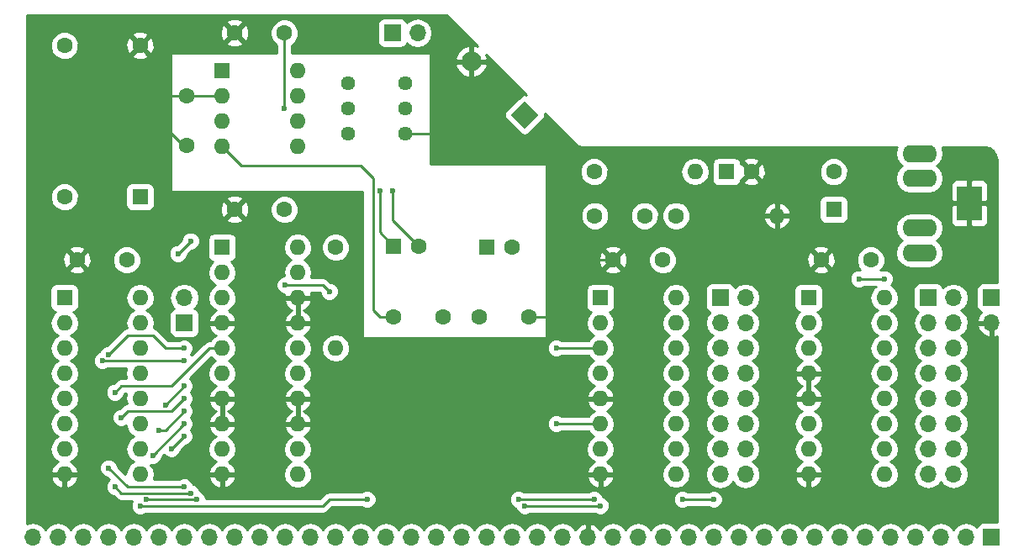
<source format=gbl>
G04 #@! TF.FileFunction,Copper,L2,Bot,Signal*
%FSLAX46Y46*%
G04 Gerber Fmt 4.6, Leading zero omitted, Abs format (unit mm)*
G04 Created by KiCad (PCBNEW 4.0.7) date 12/28/18 17:53:24*
%MOMM*%
%LPD*%
G01*
G04 APERTURE LIST*
%ADD10C,0.100000*%
%ADD11C,1.600000*%
%ADD12R,1.600000X1.600000*%
%ADD13R,1.700000X1.700000*%
%ADD14O,1.700000X1.700000*%
%ADD15C,2.000000*%
%ADD16O,1.600000X1.600000*%
%ADD17C,1.440000*%
%ADD18R,2.500000X3.500000*%
%ADD19O,3.500000X1.750000*%
%ADD20C,0.600000*%
%ADD21C,0.250000*%
%ADD22C,0.254000*%
G04 APERTURE END LIST*
D10*
D11*
X113792000Y-119380000D03*
X118792000Y-119380000D03*
X92964000Y-102108000D03*
X92964000Y-97108000D03*
X122428000Y-119380000D03*
X127428000Y-119380000D03*
X139065000Y-109220000D03*
X134065000Y-109220000D03*
D12*
X158115000Y-108585000D03*
D11*
X158115000Y-104785000D03*
D13*
X146685000Y-117475000D03*
D14*
X149225000Y-117475000D03*
X146685000Y-120015000D03*
X149225000Y-120015000D03*
X146685000Y-122555000D03*
X149225000Y-122555000D03*
X146685000Y-125095000D03*
X149225000Y-125095000D03*
X146685000Y-127635000D03*
X149225000Y-127635000D03*
X146685000Y-130175000D03*
X149225000Y-130175000D03*
X146685000Y-132715000D03*
X149225000Y-132715000D03*
X146685000Y-135255000D03*
X149225000Y-135255000D03*
D13*
X167640000Y-117475000D03*
D14*
X170180000Y-117475000D03*
X167640000Y-120015000D03*
X170180000Y-120015000D03*
X167640000Y-122555000D03*
X170180000Y-122555000D03*
X167640000Y-125095000D03*
X170180000Y-125095000D03*
X167640000Y-127635000D03*
X170180000Y-127635000D03*
X167640000Y-130175000D03*
X170180000Y-130175000D03*
X167640000Y-132715000D03*
X170180000Y-132715000D03*
X167640000Y-135255000D03*
X170180000Y-135255000D03*
D13*
X173990000Y-141605000D03*
D14*
X171450000Y-141605000D03*
X168910000Y-141605000D03*
X166370000Y-141605000D03*
X163830000Y-141605000D03*
X161290000Y-141605000D03*
X158750000Y-141605000D03*
X156210000Y-141605000D03*
X153670000Y-141605000D03*
X151130000Y-141605000D03*
X148590000Y-141605000D03*
X146050000Y-141605000D03*
X143510000Y-141605000D03*
X140970000Y-141605000D03*
X138430000Y-141605000D03*
X135890000Y-141605000D03*
X133350000Y-141605000D03*
X130810000Y-141605000D03*
X128270000Y-141605000D03*
X125730000Y-141605000D03*
X123190000Y-141605000D03*
X120650000Y-141605000D03*
X118110000Y-141605000D03*
X115570000Y-141605000D03*
X113030000Y-141605000D03*
X110490000Y-141605000D03*
X107950000Y-141605000D03*
X105410000Y-141605000D03*
X102870000Y-141605000D03*
X100330000Y-141605000D03*
X97790000Y-141605000D03*
X95250000Y-141605000D03*
X92710000Y-141605000D03*
X90170000Y-141605000D03*
X87630000Y-141605000D03*
X85090000Y-141605000D03*
X82550000Y-141605000D03*
X80010000Y-141605000D03*
X77470000Y-141605000D03*
D13*
X113665000Y-90805000D03*
D14*
X116205000Y-90805000D03*
D10*
G36*
X128414214Y-99060000D02*
X127000000Y-100474214D01*
X125585786Y-99060000D01*
X127000000Y-97645786D01*
X128414214Y-99060000D01*
X128414214Y-99060000D01*
G37*
D15*
X121625988Y-93685988D03*
D11*
X133985000Y-104775000D03*
D16*
X144145000Y-104775000D03*
D11*
X107950000Y-112395000D03*
D16*
X107950000Y-122555000D03*
D11*
X142240000Y-109220000D03*
D16*
X152400000Y-109220000D03*
D17*
X114935000Y-95885000D03*
X114935000Y-98425000D03*
X114935000Y-100965000D03*
X109220000Y-95885000D03*
X109220000Y-98425000D03*
X109220000Y-100965000D03*
D12*
X96520000Y-94615000D03*
D16*
X104140000Y-102235000D03*
X96520000Y-97155000D03*
X104140000Y-99695000D03*
X96520000Y-99695000D03*
X104140000Y-97155000D03*
X96520000Y-102235000D03*
X104140000Y-94615000D03*
D12*
X96520000Y-112395000D03*
D16*
X104140000Y-135255000D03*
X96520000Y-114935000D03*
X104140000Y-132715000D03*
X96520000Y-117475000D03*
X104140000Y-130175000D03*
X96520000Y-120015000D03*
X104140000Y-127635000D03*
X96520000Y-122555000D03*
X104140000Y-125095000D03*
X96520000Y-125095000D03*
X104140000Y-122555000D03*
X96520000Y-127635000D03*
X104140000Y-120015000D03*
X96520000Y-130175000D03*
X104140000Y-117475000D03*
X96520000Y-132715000D03*
X104140000Y-114935000D03*
X96520000Y-135255000D03*
X104140000Y-112395000D03*
D12*
X134620000Y-117475000D03*
D16*
X142240000Y-135255000D03*
X134620000Y-120015000D03*
X142240000Y-132715000D03*
X134620000Y-122555000D03*
X142240000Y-130175000D03*
X134620000Y-125095000D03*
X142240000Y-127635000D03*
X134620000Y-127635000D03*
X142240000Y-125095000D03*
X134620000Y-130175000D03*
X142240000Y-122555000D03*
X134620000Y-132715000D03*
X142240000Y-120015000D03*
X134620000Y-135255000D03*
X142240000Y-117475000D03*
D12*
X155575000Y-117475000D03*
D16*
X163195000Y-135255000D03*
X155575000Y-120015000D03*
X163195000Y-132715000D03*
X155575000Y-122555000D03*
X163195000Y-130175000D03*
X155575000Y-125095000D03*
X163195000Y-127635000D03*
X155575000Y-127635000D03*
X163195000Y-125095000D03*
X155575000Y-130175000D03*
X163195000Y-122555000D03*
X155575000Y-132715000D03*
X163195000Y-120015000D03*
X155575000Y-135255000D03*
X163195000Y-117475000D03*
D12*
X80645000Y-117475000D03*
D16*
X88265000Y-135255000D03*
X80645000Y-120015000D03*
X88265000Y-132715000D03*
X80645000Y-122555000D03*
X88265000Y-130175000D03*
X80645000Y-125095000D03*
X88265000Y-127635000D03*
X80645000Y-127635000D03*
X88265000Y-125095000D03*
X80645000Y-130175000D03*
X88265000Y-122555000D03*
X80645000Y-132715000D03*
X88265000Y-120015000D03*
X80645000Y-135255000D03*
X88265000Y-117475000D03*
D12*
X88265000Y-107315000D03*
D11*
X80645000Y-107315000D03*
X80645000Y-92075000D03*
X88265000Y-92075000D03*
D18*
X171776000Y-107950000D03*
D19*
X166770000Y-112950000D03*
X166770000Y-102950000D03*
X166770000Y-110450000D03*
X166770000Y-105450000D03*
D11*
X97790000Y-90805000D03*
X102790000Y-90805000D03*
X81915000Y-113665000D03*
X86915000Y-113665000D03*
X97790000Y-108585000D03*
X102790000Y-108585000D03*
X135890000Y-113665000D03*
X140890000Y-113665000D03*
X156845000Y-113665000D03*
X161845000Y-113665000D03*
D13*
X92710000Y-120015000D03*
D14*
X92710000Y-117475000D03*
D13*
X173990000Y-117475000D03*
D14*
X173990000Y-120015000D03*
D12*
X113792000Y-112268000D03*
D11*
X116292000Y-112268000D03*
D12*
X147320000Y-104775000D03*
D11*
X149820000Y-104775000D03*
D12*
X123190000Y-112395000D03*
D11*
X125690000Y-112395000D03*
D20*
X102790000Y-98425000D03*
X93345000Y-111760000D03*
X92075000Y-113030000D03*
X112395000Y-106680000D03*
X113665000Y-106680000D03*
X146050000Y-137795000D03*
X126365000Y-137795000D03*
X88265000Y-138430000D03*
X111125000Y-137795000D03*
X133985000Y-137795000D03*
X142875000Y-137795000D03*
X134620000Y-138430000D03*
X127000000Y-138430000D03*
X160655000Y-115570000D03*
X163195000Y-115570000D03*
X130175000Y-130175000D03*
X130175000Y-122555000D03*
X85090000Y-123190000D03*
X92710000Y-122555000D03*
X85090000Y-134620000D03*
X92710000Y-136525000D03*
X85725000Y-127000000D03*
X85725000Y-136525000D03*
X93345000Y-137160000D03*
X86360000Y-129540000D03*
X92710000Y-127635000D03*
X88900000Y-137795000D03*
X93980000Y-137795000D03*
X91440000Y-132715000D03*
X92710000Y-131445000D03*
X92710000Y-126365000D03*
X90805000Y-128270000D03*
X90170000Y-130810000D03*
X92710000Y-128905000D03*
X92710000Y-130175000D03*
X89535000Y-133350000D03*
X107315000Y-116840000D03*
X102870000Y-116205000D03*
X92710000Y-123825000D03*
X84455000Y-123825000D03*
D21*
X127428000Y-119380000D02*
X130810000Y-119380000D01*
X130810000Y-119380000D02*
X131445000Y-118745000D01*
X131445000Y-118745000D02*
X131445000Y-114300000D01*
X131445000Y-114300000D02*
X132080000Y-113665000D01*
X132080000Y-113665000D02*
X132715000Y-113665000D01*
X132715000Y-113665000D02*
X135890000Y-113665000D01*
X110490000Y-104140000D02*
X98425000Y-104140000D01*
X111760000Y-105410000D02*
X110490000Y-104140000D01*
X114935000Y-100965000D02*
X121285000Y-100965000D01*
X121285000Y-100965000D02*
X121625988Y-100624012D01*
X121625988Y-100624012D02*
X121625988Y-93685988D01*
X92964000Y-97108000D02*
X90805000Y-97108000D01*
X90805000Y-97108000D02*
X90805000Y-97155000D01*
X92964000Y-102108000D02*
X92583000Y-102108000D01*
X92583000Y-102108000D02*
X90805000Y-100330000D01*
X90805000Y-100330000D02*
X90805000Y-97155000D01*
X90805000Y-97155000D02*
X90805000Y-94615000D01*
X113792000Y-119380000D02*
X112395000Y-119380000D01*
X112395000Y-119380000D02*
X111760000Y-118745000D01*
X111760000Y-118745000D02*
X111760000Y-105410000D01*
X98425000Y-104140000D02*
X96520000Y-102235000D01*
X90805000Y-94615000D02*
X88265000Y-92075000D01*
X92964000Y-97108000D02*
X96473000Y-97108000D01*
X96473000Y-97108000D02*
X96520000Y-97155000D01*
X102790000Y-98425000D02*
X102790000Y-90805000D01*
X92075000Y-113030000D02*
X93345000Y-111760000D01*
X112395000Y-106680000D02*
X112395000Y-110871000D01*
X112395000Y-110871000D02*
X113792000Y-112268000D01*
X113665000Y-106680000D02*
X113665000Y-109641000D01*
X113665000Y-109641000D02*
X116292000Y-112268000D01*
X116332000Y-112228000D02*
X116292000Y-112268000D01*
X133985000Y-137795000D02*
X126365000Y-137795000D01*
X146050000Y-137795000D02*
X142875000Y-137795000D01*
X109855000Y-137795000D02*
X107315000Y-137795000D01*
X107315000Y-137795000D02*
X106680000Y-138430000D01*
X88265000Y-138430000D02*
X106680000Y-138430000D01*
X109855000Y-137795000D02*
X111125000Y-137795000D01*
X134620000Y-138430000D02*
X127000000Y-138430000D01*
X163195000Y-115570000D02*
X160655000Y-115570000D01*
X130175000Y-130175000D02*
X134620000Y-130175000D01*
X130175000Y-122555000D02*
X134620000Y-122555000D01*
X90805000Y-122555000D02*
X92710000Y-122555000D01*
X89535000Y-121285000D02*
X90805000Y-122555000D01*
X86995000Y-121285000D02*
X89535000Y-121285000D01*
X86995000Y-121285000D02*
X85090000Y-123190000D01*
X86995000Y-136525000D02*
X85090000Y-134620000D01*
X92710000Y-136525000D02*
X86995000Y-136525000D01*
X96520000Y-122555000D02*
X95250000Y-122555000D01*
X86360000Y-126365000D02*
X85725000Y-127000000D01*
X91440000Y-126365000D02*
X86360000Y-126365000D01*
X95250000Y-122555000D02*
X91440000Y-126365000D01*
X86360000Y-137160000D02*
X85725000Y-136525000D01*
X93345000Y-137160000D02*
X86360000Y-137160000D01*
X86995000Y-128905000D02*
X86360000Y-129540000D01*
X91440000Y-128905000D02*
X86995000Y-128905000D01*
X92710000Y-127635000D02*
X91440000Y-128905000D01*
X93980000Y-137795000D02*
X88900000Y-137795000D01*
X92710000Y-131445000D02*
X91440000Y-132715000D01*
X90805000Y-128270000D02*
X92710000Y-126365000D01*
X90805000Y-130810000D02*
X92710000Y-128905000D01*
X90805000Y-130810000D02*
X90170000Y-130810000D01*
X89535000Y-133350000D02*
X92710000Y-130175000D01*
X106680000Y-116205000D02*
X107315000Y-116840000D01*
X102870000Y-116205000D02*
X106680000Y-116205000D01*
X84455000Y-123825000D02*
X92710000Y-123825000D01*
D22*
G36*
X122290717Y-92179809D02*
X122011448Y-92064132D01*
X121752988Y-92183062D01*
X121752988Y-93379380D01*
X121640129Y-93492239D01*
X121819737Y-93671847D01*
X121932596Y-93558988D01*
X123128914Y-93558988D01*
X123247844Y-93300528D01*
X123109471Y-92998563D01*
X127137121Y-97026213D01*
X127008944Y-96998408D01*
X126756373Y-97045932D01*
X126542191Y-97187977D01*
X125127977Y-98602191D01*
X124992892Y-98799894D01*
X124938408Y-99051056D01*
X124985932Y-99303627D01*
X125127977Y-99517809D01*
X126542191Y-100932023D01*
X126739894Y-101067108D01*
X126991056Y-101121592D01*
X127243627Y-101074068D01*
X127457809Y-100932023D01*
X128872023Y-99517809D01*
X129007108Y-99320106D01*
X129061592Y-99068944D01*
X129034183Y-98923275D01*
X132212954Y-102102046D01*
X132443295Y-102255954D01*
X132715000Y-102310000D01*
X164494743Y-102310000D01*
X164453217Y-102372148D01*
X164338275Y-102950000D01*
X164453217Y-103527852D01*
X164780544Y-104017731D01*
X165053329Y-104200000D01*
X164780544Y-104382269D01*
X164453217Y-104872148D01*
X164338275Y-105450000D01*
X164453217Y-106027852D01*
X164780544Y-106517731D01*
X165270423Y-106845058D01*
X165848275Y-106960000D01*
X167691725Y-106960000D01*
X168269577Y-106845058D01*
X168759456Y-106517731D01*
X169056154Y-106073691D01*
X169891000Y-106073691D01*
X169891000Y-107664250D01*
X170049750Y-107823000D01*
X171649000Y-107823000D01*
X171649000Y-105723750D01*
X171903000Y-105723750D01*
X171903000Y-107823000D01*
X173502250Y-107823000D01*
X173661000Y-107664250D01*
X173661000Y-106073691D01*
X173564327Y-105840302D01*
X173385699Y-105661673D01*
X173152310Y-105565000D01*
X172061750Y-105565000D01*
X171903000Y-105723750D01*
X171649000Y-105723750D01*
X171490250Y-105565000D01*
X170399690Y-105565000D01*
X170166301Y-105661673D01*
X169987673Y-105840302D01*
X169891000Y-106073691D01*
X169056154Y-106073691D01*
X169086783Y-106027852D01*
X169201725Y-105450000D01*
X169086783Y-104872148D01*
X168759456Y-104382269D01*
X168486671Y-104200000D01*
X168759456Y-104017731D01*
X169086783Y-103527852D01*
X169201725Y-102950000D01*
X169086783Y-102372148D01*
X169045257Y-102310000D01*
X173285069Y-102310000D01*
X173806984Y-102413815D01*
X174190157Y-102669844D01*
X174446185Y-103053015D01*
X174550000Y-103574931D01*
X174550000Y-115977560D01*
X173140000Y-115977560D01*
X172904683Y-116021838D01*
X172688559Y-116160910D01*
X172543569Y-116373110D01*
X172492560Y-116625000D01*
X172492560Y-118325000D01*
X172536838Y-118560317D01*
X172675910Y-118776441D01*
X172888110Y-118921431D01*
X172996107Y-118943301D01*
X172718355Y-119248076D01*
X172548524Y-119658110D01*
X172669845Y-119888000D01*
X173863000Y-119888000D01*
X173863000Y-119868000D01*
X174117000Y-119868000D01*
X174117000Y-119888000D01*
X174137000Y-119888000D01*
X174137000Y-120142000D01*
X174117000Y-120142000D01*
X174117000Y-121335819D01*
X174346892Y-121456486D01*
X174550000Y-121361101D01*
X174550000Y-140107560D01*
X173140000Y-140107560D01*
X172904683Y-140151838D01*
X172688559Y-140290910D01*
X172543569Y-140503110D01*
X172529914Y-140570541D01*
X172500054Y-140525853D01*
X172018285Y-140203946D01*
X171450000Y-140090907D01*
X170881715Y-140203946D01*
X170399946Y-140525853D01*
X170180000Y-140855026D01*
X169960054Y-140525853D01*
X169478285Y-140203946D01*
X168910000Y-140090907D01*
X168341715Y-140203946D01*
X167859946Y-140525853D01*
X167640000Y-140855026D01*
X167420054Y-140525853D01*
X166938285Y-140203946D01*
X166370000Y-140090907D01*
X165801715Y-140203946D01*
X165319946Y-140525853D01*
X165100000Y-140855026D01*
X164880054Y-140525853D01*
X164398285Y-140203946D01*
X163830000Y-140090907D01*
X163261715Y-140203946D01*
X162779946Y-140525853D01*
X162560000Y-140855026D01*
X162340054Y-140525853D01*
X161858285Y-140203946D01*
X161290000Y-140090907D01*
X160721715Y-140203946D01*
X160239946Y-140525853D01*
X160020000Y-140855026D01*
X159800054Y-140525853D01*
X159318285Y-140203946D01*
X158750000Y-140090907D01*
X158181715Y-140203946D01*
X157699946Y-140525853D01*
X157480000Y-140855026D01*
X157260054Y-140525853D01*
X156778285Y-140203946D01*
X156210000Y-140090907D01*
X155641715Y-140203946D01*
X155159946Y-140525853D01*
X154940000Y-140855026D01*
X154720054Y-140525853D01*
X154238285Y-140203946D01*
X153670000Y-140090907D01*
X153101715Y-140203946D01*
X152619946Y-140525853D01*
X152400000Y-140855026D01*
X152180054Y-140525853D01*
X151698285Y-140203946D01*
X151130000Y-140090907D01*
X150561715Y-140203946D01*
X150079946Y-140525853D01*
X149860000Y-140855026D01*
X149640054Y-140525853D01*
X149158285Y-140203946D01*
X148590000Y-140090907D01*
X148021715Y-140203946D01*
X147539946Y-140525853D01*
X147320000Y-140855026D01*
X147100054Y-140525853D01*
X146618285Y-140203946D01*
X146050000Y-140090907D01*
X145481715Y-140203946D01*
X144999946Y-140525853D01*
X144780000Y-140855026D01*
X144560054Y-140525853D01*
X144078285Y-140203946D01*
X143510000Y-140090907D01*
X142941715Y-140203946D01*
X142459946Y-140525853D01*
X142240000Y-140855026D01*
X142020054Y-140525853D01*
X141538285Y-140203946D01*
X140970000Y-140090907D01*
X140401715Y-140203946D01*
X139919946Y-140525853D01*
X139700000Y-140855026D01*
X139480054Y-140525853D01*
X138998285Y-140203946D01*
X138430000Y-140090907D01*
X137861715Y-140203946D01*
X137379946Y-140525853D01*
X137160000Y-140855026D01*
X136940054Y-140525853D01*
X136458285Y-140203946D01*
X135890000Y-140090907D01*
X135321715Y-140203946D01*
X134839946Y-140525853D01*
X134612298Y-140866553D01*
X134545183Y-140723642D01*
X134116924Y-140333355D01*
X133706890Y-140163524D01*
X133477000Y-140284845D01*
X133477000Y-141478000D01*
X133497000Y-141478000D01*
X133497000Y-141732000D01*
X133477000Y-141732000D01*
X133477000Y-141752000D01*
X133223000Y-141752000D01*
X133223000Y-141732000D01*
X133203000Y-141732000D01*
X133203000Y-141478000D01*
X133223000Y-141478000D01*
X133223000Y-140284845D01*
X132993110Y-140163524D01*
X132583076Y-140333355D01*
X132154817Y-140723642D01*
X132087702Y-140866553D01*
X131860054Y-140525853D01*
X131378285Y-140203946D01*
X130810000Y-140090907D01*
X130241715Y-140203946D01*
X129759946Y-140525853D01*
X129540000Y-140855026D01*
X129320054Y-140525853D01*
X128838285Y-140203946D01*
X128270000Y-140090907D01*
X127701715Y-140203946D01*
X127219946Y-140525853D01*
X127000000Y-140855026D01*
X126780054Y-140525853D01*
X126298285Y-140203946D01*
X125730000Y-140090907D01*
X125161715Y-140203946D01*
X124679946Y-140525853D01*
X124460000Y-140855026D01*
X124240054Y-140525853D01*
X123758285Y-140203946D01*
X123190000Y-140090907D01*
X122621715Y-140203946D01*
X122139946Y-140525853D01*
X121920000Y-140855026D01*
X121700054Y-140525853D01*
X121218285Y-140203946D01*
X120650000Y-140090907D01*
X120081715Y-140203946D01*
X119599946Y-140525853D01*
X119380000Y-140855026D01*
X119160054Y-140525853D01*
X118678285Y-140203946D01*
X118110000Y-140090907D01*
X117541715Y-140203946D01*
X117059946Y-140525853D01*
X116840000Y-140855026D01*
X116620054Y-140525853D01*
X116138285Y-140203946D01*
X115570000Y-140090907D01*
X115001715Y-140203946D01*
X114519946Y-140525853D01*
X114300000Y-140855026D01*
X114080054Y-140525853D01*
X113598285Y-140203946D01*
X113030000Y-140090907D01*
X112461715Y-140203946D01*
X111979946Y-140525853D01*
X111760000Y-140855026D01*
X111540054Y-140525853D01*
X111058285Y-140203946D01*
X110490000Y-140090907D01*
X109921715Y-140203946D01*
X109439946Y-140525853D01*
X109220000Y-140855026D01*
X109000054Y-140525853D01*
X108518285Y-140203946D01*
X107950000Y-140090907D01*
X107381715Y-140203946D01*
X106899946Y-140525853D01*
X106680000Y-140855026D01*
X106460054Y-140525853D01*
X105978285Y-140203946D01*
X105410000Y-140090907D01*
X104841715Y-140203946D01*
X104359946Y-140525853D01*
X104140000Y-140855026D01*
X103920054Y-140525853D01*
X103438285Y-140203946D01*
X102870000Y-140090907D01*
X102301715Y-140203946D01*
X101819946Y-140525853D01*
X101600000Y-140855026D01*
X101380054Y-140525853D01*
X100898285Y-140203946D01*
X100330000Y-140090907D01*
X99761715Y-140203946D01*
X99279946Y-140525853D01*
X99060000Y-140855026D01*
X98840054Y-140525853D01*
X98358285Y-140203946D01*
X97790000Y-140090907D01*
X97221715Y-140203946D01*
X96739946Y-140525853D01*
X96520000Y-140855026D01*
X96300054Y-140525853D01*
X95818285Y-140203946D01*
X95250000Y-140090907D01*
X94681715Y-140203946D01*
X94199946Y-140525853D01*
X93980000Y-140855026D01*
X93760054Y-140525853D01*
X93278285Y-140203946D01*
X92710000Y-140090907D01*
X92141715Y-140203946D01*
X91659946Y-140525853D01*
X91440000Y-140855026D01*
X91220054Y-140525853D01*
X90738285Y-140203946D01*
X90170000Y-140090907D01*
X89601715Y-140203946D01*
X89119946Y-140525853D01*
X88900000Y-140855026D01*
X88680054Y-140525853D01*
X88198285Y-140203946D01*
X87630000Y-140090907D01*
X87061715Y-140203946D01*
X86579946Y-140525853D01*
X86360000Y-140855026D01*
X86140054Y-140525853D01*
X85658285Y-140203946D01*
X85090000Y-140090907D01*
X84521715Y-140203946D01*
X84039946Y-140525853D01*
X83820000Y-140855026D01*
X83600054Y-140525853D01*
X83118285Y-140203946D01*
X82550000Y-140090907D01*
X81981715Y-140203946D01*
X81499946Y-140525853D01*
X81280000Y-140855026D01*
X81060054Y-140525853D01*
X80578285Y-140203946D01*
X80010000Y-140090907D01*
X79441715Y-140203946D01*
X78959946Y-140525853D01*
X78740000Y-140855026D01*
X78520054Y-140525853D01*
X78038285Y-140203946D01*
X77470000Y-140090907D01*
X76910000Y-140202298D01*
X76910000Y-135604039D01*
X79253096Y-135604039D01*
X79413959Y-135992423D01*
X79789866Y-136407389D01*
X80295959Y-136646914D01*
X80518000Y-136525629D01*
X80518000Y-135382000D01*
X80772000Y-135382000D01*
X80772000Y-136525629D01*
X80994041Y-136646914D01*
X81500134Y-136407389D01*
X81876041Y-135992423D01*
X82036904Y-135604039D01*
X81914915Y-135382000D01*
X80772000Y-135382000D01*
X80518000Y-135382000D01*
X79375085Y-135382000D01*
X79253096Y-135604039D01*
X76910000Y-135604039D01*
X76910000Y-120015000D01*
X79181887Y-120015000D01*
X79291120Y-120564151D01*
X79602189Y-121029698D01*
X79984275Y-121285000D01*
X79602189Y-121540302D01*
X79291120Y-122005849D01*
X79181887Y-122555000D01*
X79291120Y-123104151D01*
X79602189Y-123569698D01*
X79984275Y-123825000D01*
X79602189Y-124080302D01*
X79291120Y-124545849D01*
X79181887Y-125095000D01*
X79291120Y-125644151D01*
X79602189Y-126109698D01*
X79984275Y-126365000D01*
X79602189Y-126620302D01*
X79291120Y-127085849D01*
X79181887Y-127635000D01*
X79291120Y-128184151D01*
X79602189Y-128649698D01*
X79984275Y-128905000D01*
X79602189Y-129160302D01*
X79291120Y-129625849D01*
X79181887Y-130175000D01*
X79291120Y-130724151D01*
X79602189Y-131189698D01*
X79984275Y-131445000D01*
X79602189Y-131700302D01*
X79291120Y-132165849D01*
X79181887Y-132715000D01*
X79291120Y-133264151D01*
X79602189Y-133729698D01*
X80006703Y-133999986D01*
X79789866Y-134102611D01*
X79413959Y-134517577D01*
X79253096Y-134905961D01*
X79375085Y-135128000D01*
X80518000Y-135128000D01*
X80518000Y-135108000D01*
X80772000Y-135108000D01*
X80772000Y-135128000D01*
X81914915Y-135128000D01*
X82036904Y-134905961D01*
X81876041Y-134517577D01*
X81500134Y-134102611D01*
X81283297Y-133999986D01*
X81687811Y-133729698D01*
X81998880Y-133264151D01*
X82108113Y-132715000D01*
X81998880Y-132165849D01*
X81687811Y-131700302D01*
X81305725Y-131445000D01*
X81687811Y-131189698D01*
X81998880Y-130724151D01*
X82108113Y-130175000D01*
X81998880Y-129625849D01*
X81687811Y-129160302D01*
X81305725Y-128905000D01*
X81687811Y-128649698D01*
X81998880Y-128184151D01*
X82108113Y-127635000D01*
X81998880Y-127085849D01*
X81687811Y-126620302D01*
X81305725Y-126365000D01*
X81687811Y-126109698D01*
X81998880Y-125644151D01*
X82108113Y-125095000D01*
X81998880Y-124545849D01*
X81687811Y-124080302D01*
X81582847Y-124010167D01*
X83519838Y-124010167D01*
X83661883Y-124353943D01*
X83924673Y-124617192D01*
X84268201Y-124759838D01*
X84640167Y-124760162D01*
X84983943Y-124618117D01*
X85017118Y-124585000D01*
X86903332Y-124585000D01*
X86801887Y-125095000D01*
X86903332Y-125605000D01*
X86360000Y-125605000D01*
X86069161Y-125662852D01*
X85822599Y-125827599D01*
X85585320Y-126064878D01*
X85539833Y-126064838D01*
X85196057Y-126206883D01*
X84932808Y-126469673D01*
X84790162Y-126813201D01*
X84789838Y-127185167D01*
X84931883Y-127528943D01*
X85194673Y-127792192D01*
X85538201Y-127934838D01*
X85910167Y-127935162D01*
X86253943Y-127793117D01*
X86517192Y-127530327D01*
X86659838Y-127186799D01*
X86659879Y-127139923D01*
X86674802Y-127125000D01*
X86903332Y-127125000D01*
X86801887Y-127635000D01*
X86906821Y-128162540D01*
X86704161Y-128202852D01*
X86457599Y-128367599D01*
X86220320Y-128604878D01*
X86174833Y-128604838D01*
X85831057Y-128746883D01*
X85567808Y-129009673D01*
X85425162Y-129353201D01*
X85424838Y-129725167D01*
X85566883Y-130068943D01*
X85829673Y-130332192D01*
X86173201Y-130474838D01*
X86545167Y-130475162D01*
X86837561Y-130354347D01*
X86911120Y-130724151D01*
X87222189Y-131189698D01*
X87604275Y-131445000D01*
X87222189Y-131700302D01*
X86911120Y-132165849D01*
X86801887Y-132715000D01*
X86911120Y-133264151D01*
X87222189Y-133729698D01*
X87604275Y-133985000D01*
X87222189Y-134240302D01*
X86911120Y-134705849D01*
X86801887Y-135255000D01*
X86802405Y-135257603D01*
X86025122Y-134480320D01*
X86025162Y-134434833D01*
X85883117Y-134091057D01*
X85620327Y-133827808D01*
X85276799Y-133685162D01*
X84904833Y-133684838D01*
X84561057Y-133826883D01*
X84297808Y-134089673D01*
X84155162Y-134433201D01*
X84154838Y-134805167D01*
X84296883Y-135148943D01*
X84559673Y-135412192D01*
X84903201Y-135554838D01*
X84950077Y-135554879D01*
X85161539Y-135766341D01*
X84932808Y-135994673D01*
X84790162Y-136338201D01*
X84789838Y-136710167D01*
X84931883Y-137053943D01*
X85194673Y-137317192D01*
X85538201Y-137459838D01*
X85585077Y-137459879D01*
X85822599Y-137697401D01*
X86069161Y-137862148D01*
X86360000Y-137920000D01*
X87464367Y-137920000D01*
X87330162Y-138243201D01*
X87329838Y-138615167D01*
X87471883Y-138958943D01*
X87734673Y-139222192D01*
X88078201Y-139364838D01*
X88450167Y-139365162D01*
X88793943Y-139223117D01*
X88827118Y-139190000D01*
X106680000Y-139190000D01*
X106970839Y-139132148D01*
X107217401Y-138967401D01*
X107629802Y-138555000D01*
X110562537Y-138555000D01*
X110594673Y-138587192D01*
X110938201Y-138729838D01*
X111310167Y-138730162D01*
X111653943Y-138588117D01*
X111917192Y-138325327D01*
X112059838Y-137981799D01*
X112059839Y-137980167D01*
X125429838Y-137980167D01*
X125571883Y-138323943D01*
X125834673Y-138587192D01*
X126098554Y-138696765D01*
X126206883Y-138958943D01*
X126469673Y-139222192D01*
X126813201Y-139364838D01*
X127185167Y-139365162D01*
X127528943Y-139223117D01*
X127562118Y-139190000D01*
X134057537Y-139190000D01*
X134089673Y-139222192D01*
X134433201Y-139364838D01*
X134805167Y-139365162D01*
X135148943Y-139223117D01*
X135412192Y-138960327D01*
X135554838Y-138616799D01*
X135555162Y-138244833D01*
X135445805Y-137980167D01*
X141939838Y-137980167D01*
X142081883Y-138323943D01*
X142344673Y-138587192D01*
X142688201Y-138729838D01*
X143060167Y-138730162D01*
X143403943Y-138588117D01*
X143437118Y-138555000D01*
X145487537Y-138555000D01*
X145519673Y-138587192D01*
X145863201Y-138729838D01*
X146235167Y-138730162D01*
X146578943Y-138588117D01*
X146842192Y-138325327D01*
X146984838Y-137981799D01*
X146985162Y-137609833D01*
X146843117Y-137266057D01*
X146580327Y-137002808D01*
X146236799Y-136860162D01*
X145864833Y-136859838D01*
X145521057Y-137001883D01*
X145487882Y-137035000D01*
X143437463Y-137035000D01*
X143405327Y-137002808D01*
X143061799Y-136860162D01*
X142689833Y-136859838D01*
X142346057Y-137001883D01*
X142082808Y-137264673D01*
X141940162Y-137608201D01*
X141939838Y-137980167D01*
X135445805Y-137980167D01*
X135413117Y-137901057D01*
X135150327Y-137637808D01*
X134886446Y-137528235D01*
X134778117Y-137266057D01*
X134515327Y-137002808D01*
X134171799Y-136860162D01*
X133799833Y-136859838D01*
X133456057Y-137001883D01*
X133422882Y-137035000D01*
X126927463Y-137035000D01*
X126895327Y-137002808D01*
X126551799Y-136860162D01*
X126179833Y-136859838D01*
X125836057Y-137001883D01*
X125572808Y-137264673D01*
X125430162Y-137608201D01*
X125429838Y-137980167D01*
X112059839Y-137980167D01*
X112060162Y-137609833D01*
X111918117Y-137266057D01*
X111655327Y-137002808D01*
X111311799Y-136860162D01*
X110939833Y-136859838D01*
X110596057Y-137001883D01*
X110562882Y-137035000D01*
X107315000Y-137035000D01*
X107024161Y-137092852D01*
X106777599Y-137257599D01*
X106365198Y-137670000D01*
X94915110Y-137670000D01*
X94915162Y-137609833D01*
X94773117Y-137266057D01*
X94510327Y-137002808D01*
X94246446Y-136893235D01*
X94138117Y-136631057D01*
X93875327Y-136367808D01*
X93611446Y-136258235D01*
X93503117Y-135996057D01*
X93240327Y-135732808D01*
X92930219Y-135604039D01*
X95128096Y-135604039D01*
X95288959Y-135992423D01*
X95664866Y-136407389D01*
X96170959Y-136646914D01*
X96393000Y-136525629D01*
X96393000Y-135382000D01*
X96647000Y-135382000D01*
X96647000Y-136525629D01*
X96869041Y-136646914D01*
X97375134Y-136407389D01*
X97751041Y-135992423D01*
X97911904Y-135604039D01*
X97789915Y-135382000D01*
X96647000Y-135382000D01*
X96393000Y-135382000D01*
X95250085Y-135382000D01*
X95128096Y-135604039D01*
X92930219Y-135604039D01*
X92896799Y-135590162D01*
X92524833Y-135589838D01*
X92181057Y-135731883D01*
X92147882Y-135765000D01*
X89626668Y-135765000D01*
X89728113Y-135255000D01*
X89618880Y-134705849D01*
X89333486Y-134278728D01*
X89348201Y-134284838D01*
X89720167Y-134285162D01*
X90063943Y-134143117D01*
X90327192Y-133880327D01*
X90469838Y-133536799D01*
X90469879Y-133489923D01*
X90681341Y-133278461D01*
X90909673Y-133507192D01*
X91253201Y-133649838D01*
X91625167Y-133650162D01*
X91968943Y-133508117D01*
X92232192Y-133245327D01*
X92374838Y-132901799D01*
X92374879Y-132854923D01*
X92514802Y-132715000D01*
X95056887Y-132715000D01*
X95166120Y-133264151D01*
X95477189Y-133729698D01*
X95881703Y-133999986D01*
X95664866Y-134102611D01*
X95288959Y-134517577D01*
X95128096Y-134905961D01*
X95250085Y-135128000D01*
X96393000Y-135128000D01*
X96393000Y-135108000D01*
X96647000Y-135108000D01*
X96647000Y-135128000D01*
X97789915Y-135128000D01*
X97911904Y-134905961D01*
X97751041Y-134517577D01*
X97375134Y-134102611D01*
X97158297Y-133999986D01*
X97562811Y-133729698D01*
X97873880Y-133264151D01*
X97983113Y-132715000D01*
X102676887Y-132715000D01*
X102786120Y-133264151D01*
X103097189Y-133729698D01*
X103479275Y-133985000D01*
X103097189Y-134240302D01*
X102786120Y-134705849D01*
X102676887Y-135255000D01*
X102786120Y-135804151D01*
X103097189Y-136269698D01*
X103562736Y-136580767D01*
X104111887Y-136690000D01*
X104168113Y-136690000D01*
X104717264Y-136580767D01*
X105182811Y-136269698D01*
X105493880Y-135804151D01*
X105533684Y-135604039D01*
X133228096Y-135604039D01*
X133388959Y-135992423D01*
X133764866Y-136407389D01*
X134270959Y-136646914D01*
X134493000Y-136525629D01*
X134493000Y-135382000D01*
X134747000Y-135382000D01*
X134747000Y-136525629D01*
X134969041Y-136646914D01*
X135475134Y-136407389D01*
X135851041Y-135992423D01*
X136011904Y-135604039D01*
X135889915Y-135382000D01*
X134747000Y-135382000D01*
X134493000Y-135382000D01*
X133350085Y-135382000D01*
X133228096Y-135604039D01*
X105533684Y-135604039D01*
X105603113Y-135255000D01*
X105493880Y-134705849D01*
X105182811Y-134240302D01*
X104800725Y-133985000D01*
X105182811Y-133729698D01*
X105493880Y-133264151D01*
X105603113Y-132715000D01*
X105493880Y-132165849D01*
X105182811Y-131700302D01*
X104778297Y-131430014D01*
X104995134Y-131327389D01*
X105371041Y-130912423D01*
X105531904Y-130524039D01*
X105441873Y-130360167D01*
X129239838Y-130360167D01*
X129381883Y-130703943D01*
X129644673Y-130967192D01*
X129988201Y-131109838D01*
X130360167Y-131110162D01*
X130703943Y-130968117D01*
X130737118Y-130935000D01*
X133407005Y-130935000D01*
X133577189Y-131189698D01*
X133959275Y-131445000D01*
X133577189Y-131700302D01*
X133266120Y-132165849D01*
X133156887Y-132715000D01*
X133266120Y-133264151D01*
X133577189Y-133729698D01*
X133981703Y-133999986D01*
X133764866Y-134102611D01*
X133388959Y-134517577D01*
X133228096Y-134905961D01*
X133350085Y-135128000D01*
X134493000Y-135128000D01*
X134493000Y-135108000D01*
X134747000Y-135108000D01*
X134747000Y-135128000D01*
X135889915Y-135128000D01*
X136011904Y-134905961D01*
X135851041Y-134517577D01*
X135475134Y-134102611D01*
X135258297Y-133999986D01*
X135662811Y-133729698D01*
X135973880Y-133264151D01*
X136083113Y-132715000D01*
X135973880Y-132165849D01*
X135662811Y-131700302D01*
X135280725Y-131445000D01*
X135662811Y-131189698D01*
X135973880Y-130724151D01*
X136083113Y-130175000D01*
X135973880Y-129625849D01*
X135662811Y-129160302D01*
X135258297Y-128890014D01*
X135475134Y-128787389D01*
X135851041Y-128372423D01*
X136011904Y-127984039D01*
X135889915Y-127762000D01*
X134747000Y-127762000D01*
X134747000Y-127782000D01*
X134493000Y-127782000D01*
X134493000Y-127762000D01*
X133350085Y-127762000D01*
X133228096Y-127984039D01*
X133388959Y-128372423D01*
X133764866Y-128787389D01*
X133981703Y-128890014D01*
X133577189Y-129160302D01*
X133407005Y-129415000D01*
X130737463Y-129415000D01*
X130705327Y-129382808D01*
X130361799Y-129240162D01*
X129989833Y-129239838D01*
X129646057Y-129381883D01*
X129382808Y-129644673D01*
X129240162Y-129988201D01*
X129239838Y-130360167D01*
X105441873Y-130360167D01*
X105409915Y-130302000D01*
X104267000Y-130302000D01*
X104267000Y-130322000D01*
X104013000Y-130322000D01*
X104013000Y-130302000D01*
X102870085Y-130302000D01*
X102748096Y-130524039D01*
X102908959Y-130912423D01*
X103284866Y-131327389D01*
X103501703Y-131430014D01*
X103097189Y-131700302D01*
X102786120Y-132165849D01*
X102676887Y-132715000D01*
X97983113Y-132715000D01*
X97873880Y-132165849D01*
X97562811Y-131700302D01*
X97158297Y-131430014D01*
X97375134Y-131327389D01*
X97751041Y-130912423D01*
X97911904Y-130524039D01*
X97789915Y-130302000D01*
X96647000Y-130302000D01*
X96647000Y-130322000D01*
X96393000Y-130322000D01*
X96393000Y-130302000D01*
X95250085Y-130302000D01*
X95128096Y-130524039D01*
X95288959Y-130912423D01*
X95664866Y-131327389D01*
X95881703Y-131430014D01*
X95477189Y-131700302D01*
X95166120Y-132165849D01*
X95056887Y-132715000D01*
X92514802Y-132715000D01*
X92849680Y-132380122D01*
X92895167Y-132380162D01*
X93238943Y-132238117D01*
X93502192Y-131975327D01*
X93644838Y-131631799D01*
X93645162Y-131259833D01*
X93503117Y-130916057D01*
X93397290Y-130810046D01*
X93502192Y-130705327D01*
X93644838Y-130361799D01*
X93645162Y-129989833D01*
X93503117Y-129646057D01*
X93397290Y-129540046D01*
X93502192Y-129435327D01*
X93644838Y-129091799D01*
X93645162Y-128719833D01*
X93503117Y-128376057D01*
X93397290Y-128270046D01*
X93502192Y-128165327D01*
X93577469Y-127984039D01*
X95128096Y-127984039D01*
X95288959Y-128372423D01*
X95664866Y-128787389D01*
X95913367Y-128905000D01*
X95664866Y-129022611D01*
X95288959Y-129437577D01*
X95128096Y-129825961D01*
X95250085Y-130048000D01*
X96393000Y-130048000D01*
X96393000Y-127762000D01*
X96647000Y-127762000D01*
X96647000Y-130048000D01*
X97789915Y-130048000D01*
X97911904Y-129825961D01*
X97751041Y-129437577D01*
X97375134Y-129022611D01*
X97126633Y-128905000D01*
X97375134Y-128787389D01*
X97751041Y-128372423D01*
X97911904Y-127984039D01*
X102748096Y-127984039D01*
X102908959Y-128372423D01*
X103284866Y-128787389D01*
X103533367Y-128905000D01*
X103284866Y-129022611D01*
X102908959Y-129437577D01*
X102748096Y-129825961D01*
X102870085Y-130048000D01*
X104013000Y-130048000D01*
X104013000Y-127762000D01*
X104267000Y-127762000D01*
X104267000Y-130048000D01*
X105409915Y-130048000D01*
X105531904Y-129825961D01*
X105371041Y-129437577D01*
X104995134Y-129022611D01*
X104746633Y-128905000D01*
X104995134Y-128787389D01*
X105371041Y-128372423D01*
X105531904Y-127984039D01*
X105409915Y-127762000D01*
X104267000Y-127762000D01*
X104013000Y-127762000D01*
X102870085Y-127762000D01*
X102748096Y-127984039D01*
X97911904Y-127984039D01*
X97789915Y-127762000D01*
X96647000Y-127762000D01*
X96393000Y-127762000D01*
X95250085Y-127762000D01*
X95128096Y-127984039D01*
X93577469Y-127984039D01*
X93644838Y-127821799D01*
X93645162Y-127449833D01*
X93503117Y-127106057D01*
X93397290Y-127000046D01*
X93502192Y-126895327D01*
X93644838Y-126551799D01*
X93645162Y-126179833D01*
X93503117Y-125836057D01*
X93273631Y-125606171D01*
X95410264Y-123469538D01*
X95477189Y-123569698D01*
X95859275Y-123825000D01*
X95477189Y-124080302D01*
X95166120Y-124545849D01*
X95056887Y-125095000D01*
X95166120Y-125644151D01*
X95477189Y-126109698D01*
X95881703Y-126379986D01*
X95664866Y-126482611D01*
X95288959Y-126897577D01*
X95128096Y-127285961D01*
X95250085Y-127508000D01*
X96393000Y-127508000D01*
X96393000Y-127488000D01*
X96647000Y-127488000D01*
X96647000Y-127508000D01*
X97789915Y-127508000D01*
X97911904Y-127285961D01*
X97751041Y-126897577D01*
X97375134Y-126482611D01*
X97158297Y-126379986D01*
X97562811Y-126109698D01*
X97873880Y-125644151D01*
X97983113Y-125095000D01*
X97873880Y-124545849D01*
X97562811Y-124080302D01*
X97180725Y-123825000D01*
X97562811Y-123569698D01*
X97873880Y-123104151D01*
X97983113Y-122555000D01*
X102676887Y-122555000D01*
X102786120Y-123104151D01*
X103097189Y-123569698D01*
X103479275Y-123825000D01*
X103097189Y-124080302D01*
X102786120Y-124545849D01*
X102676887Y-125095000D01*
X102786120Y-125644151D01*
X103097189Y-126109698D01*
X103501703Y-126379986D01*
X103284866Y-126482611D01*
X102908959Y-126897577D01*
X102748096Y-127285961D01*
X102870085Y-127508000D01*
X104013000Y-127508000D01*
X104013000Y-127488000D01*
X104267000Y-127488000D01*
X104267000Y-127508000D01*
X105409915Y-127508000D01*
X105531904Y-127285961D01*
X105371041Y-126897577D01*
X104995134Y-126482611D01*
X104778297Y-126379986D01*
X105182811Y-126109698D01*
X105493880Y-125644151D01*
X105603113Y-125095000D01*
X105493880Y-124545849D01*
X105182811Y-124080302D01*
X104800725Y-123825000D01*
X105182811Y-123569698D01*
X105493880Y-123104151D01*
X105603113Y-122555000D01*
X105597521Y-122526887D01*
X106515000Y-122526887D01*
X106515000Y-122583113D01*
X106624233Y-123132264D01*
X106935302Y-123597811D01*
X107400849Y-123908880D01*
X107950000Y-124018113D01*
X108499151Y-123908880D01*
X108964698Y-123597811D01*
X109275767Y-123132264D01*
X109353759Y-122740167D01*
X129239838Y-122740167D01*
X129381883Y-123083943D01*
X129644673Y-123347192D01*
X129988201Y-123489838D01*
X130360167Y-123490162D01*
X130703943Y-123348117D01*
X130737118Y-123315000D01*
X133407005Y-123315000D01*
X133577189Y-123569698D01*
X133959275Y-123825000D01*
X133577189Y-124080302D01*
X133266120Y-124545849D01*
X133156887Y-125095000D01*
X133266120Y-125644151D01*
X133577189Y-126109698D01*
X133981703Y-126379986D01*
X133764866Y-126482611D01*
X133388959Y-126897577D01*
X133228096Y-127285961D01*
X133350085Y-127508000D01*
X134493000Y-127508000D01*
X134493000Y-127488000D01*
X134747000Y-127488000D01*
X134747000Y-127508000D01*
X135889915Y-127508000D01*
X136011904Y-127285961D01*
X135851041Y-126897577D01*
X135475134Y-126482611D01*
X135258297Y-126379986D01*
X135662811Y-126109698D01*
X135973880Y-125644151D01*
X136083113Y-125095000D01*
X135973880Y-124545849D01*
X135662811Y-124080302D01*
X135280725Y-123825000D01*
X135662811Y-123569698D01*
X135973880Y-123104151D01*
X136083113Y-122555000D01*
X135973880Y-122005849D01*
X135662811Y-121540302D01*
X135280725Y-121285000D01*
X135662811Y-121029698D01*
X135973880Y-120564151D01*
X136083113Y-120015000D01*
X135973880Y-119465849D01*
X135662811Y-119000302D01*
X135518535Y-118903899D01*
X135655317Y-118878162D01*
X135871441Y-118739090D01*
X136016431Y-118526890D01*
X136067440Y-118275000D01*
X136067440Y-117475000D01*
X140776887Y-117475000D01*
X140886120Y-118024151D01*
X141197189Y-118489698D01*
X141579275Y-118745000D01*
X141197189Y-119000302D01*
X140886120Y-119465849D01*
X140776887Y-120015000D01*
X140886120Y-120564151D01*
X141197189Y-121029698D01*
X141579275Y-121285000D01*
X141197189Y-121540302D01*
X140886120Y-122005849D01*
X140776887Y-122555000D01*
X140886120Y-123104151D01*
X141197189Y-123569698D01*
X141579275Y-123825000D01*
X141197189Y-124080302D01*
X140886120Y-124545849D01*
X140776887Y-125095000D01*
X140886120Y-125644151D01*
X141197189Y-126109698D01*
X141579275Y-126365000D01*
X141197189Y-126620302D01*
X140886120Y-127085849D01*
X140776887Y-127635000D01*
X140886120Y-128184151D01*
X141197189Y-128649698D01*
X141579275Y-128905000D01*
X141197189Y-129160302D01*
X140886120Y-129625849D01*
X140776887Y-130175000D01*
X140886120Y-130724151D01*
X141197189Y-131189698D01*
X141579275Y-131445000D01*
X141197189Y-131700302D01*
X140886120Y-132165849D01*
X140776887Y-132715000D01*
X140886120Y-133264151D01*
X141197189Y-133729698D01*
X141579275Y-133985000D01*
X141197189Y-134240302D01*
X140886120Y-134705849D01*
X140776887Y-135255000D01*
X140886120Y-135804151D01*
X141197189Y-136269698D01*
X141662736Y-136580767D01*
X142211887Y-136690000D01*
X142268113Y-136690000D01*
X142817264Y-136580767D01*
X143282811Y-136269698D01*
X143593880Y-135804151D01*
X143703113Y-135255000D01*
X143593880Y-134705849D01*
X143282811Y-134240302D01*
X142900725Y-133985000D01*
X143282811Y-133729698D01*
X143593880Y-133264151D01*
X143703113Y-132715000D01*
X143593880Y-132165849D01*
X143282811Y-131700302D01*
X142900725Y-131445000D01*
X143282811Y-131189698D01*
X143593880Y-130724151D01*
X143703113Y-130175000D01*
X143593880Y-129625849D01*
X143282811Y-129160302D01*
X142900725Y-128905000D01*
X143282811Y-128649698D01*
X143593880Y-128184151D01*
X143703113Y-127635000D01*
X143593880Y-127085849D01*
X143282811Y-126620302D01*
X142900725Y-126365000D01*
X143282811Y-126109698D01*
X143593880Y-125644151D01*
X143703113Y-125095000D01*
X143593880Y-124545849D01*
X143282811Y-124080302D01*
X142900725Y-123825000D01*
X143282811Y-123569698D01*
X143593880Y-123104151D01*
X143703113Y-122555000D01*
X143593880Y-122005849D01*
X143282811Y-121540302D01*
X142900725Y-121285000D01*
X143282811Y-121029698D01*
X143593880Y-120564151D01*
X143703113Y-120015000D01*
X145170907Y-120015000D01*
X145283946Y-120583285D01*
X145605853Y-121065054D01*
X145935026Y-121285000D01*
X145605853Y-121504946D01*
X145283946Y-121986715D01*
X145170907Y-122555000D01*
X145283946Y-123123285D01*
X145605853Y-123605054D01*
X145935026Y-123825000D01*
X145605853Y-124044946D01*
X145283946Y-124526715D01*
X145170907Y-125095000D01*
X145283946Y-125663285D01*
X145605853Y-126145054D01*
X145935026Y-126365000D01*
X145605853Y-126584946D01*
X145283946Y-127066715D01*
X145170907Y-127635000D01*
X145283946Y-128203285D01*
X145605853Y-128685054D01*
X145935026Y-128905000D01*
X145605853Y-129124946D01*
X145283946Y-129606715D01*
X145170907Y-130175000D01*
X145283946Y-130743285D01*
X145605853Y-131225054D01*
X145935026Y-131445000D01*
X145605853Y-131664946D01*
X145283946Y-132146715D01*
X145170907Y-132715000D01*
X145283946Y-133283285D01*
X145605853Y-133765054D01*
X145935026Y-133985000D01*
X145605853Y-134204946D01*
X145283946Y-134686715D01*
X145170907Y-135255000D01*
X145283946Y-135823285D01*
X145605853Y-136305054D01*
X146087622Y-136626961D01*
X146655907Y-136740000D01*
X146714093Y-136740000D01*
X147282378Y-136626961D01*
X147764147Y-136305054D01*
X147955000Y-136019422D01*
X148145853Y-136305054D01*
X148627622Y-136626961D01*
X149195907Y-136740000D01*
X149254093Y-136740000D01*
X149822378Y-136626961D01*
X150304147Y-136305054D01*
X150626054Y-135823285D01*
X150669664Y-135604039D01*
X154183096Y-135604039D01*
X154343959Y-135992423D01*
X154719866Y-136407389D01*
X155225959Y-136646914D01*
X155448000Y-136525629D01*
X155448000Y-135382000D01*
X155702000Y-135382000D01*
X155702000Y-136525629D01*
X155924041Y-136646914D01*
X156430134Y-136407389D01*
X156806041Y-135992423D01*
X156966904Y-135604039D01*
X156844915Y-135382000D01*
X155702000Y-135382000D01*
X155448000Y-135382000D01*
X154305085Y-135382000D01*
X154183096Y-135604039D01*
X150669664Y-135604039D01*
X150739093Y-135255000D01*
X150626054Y-134686715D01*
X150304147Y-134204946D01*
X149974974Y-133985000D01*
X150304147Y-133765054D01*
X150626054Y-133283285D01*
X150739093Y-132715000D01*
X150626054Y-132146715D01*
X150304147Y-131664946D01*
X149974974Y-131445000D01*
X150304147Y-131225054D01*
X150626054Y-130743285D01*
X150739093Y-130175000D01*
X154111887Y-130175000D01*
X154221120Y-130724151D01*
X154532189Y-131189698D01*
X154914275Y-131445000D01*
X154532189Y-131700302D01*
X154221120Y-132165849D01*
X154111887Y-132715000D01*
X154221120Y-133264151D01*
X154532189Y-133729698D01*
X154936703Y-133999986D01*
X154719866Y-134102611D01*
X154343959Y-134517577D01*
X154183096Y-134905961D01*
X154305085Y-135128000D01*
X155448000Y-135128000D01*
X155448000Y-135108000D01*
X155702000Y-135108000D01*
X155702000Y-135128000D01*
X156844915Y-135128000D01*
X156966904Y-134905961D01*
X156806041Y-134517577D01*
X156430134Y-134102611D01*
X156213297Y-133999986D01*
X156617811Y-133729698D01*
X156928880Y-133264151D01*
X157038113Y-132715000D01*
X156928880Y-132165849D01*
X156617811Y-131700302D01*
X156235725Y-131445000D01*
X156617811Y-131189698D01*
X156928880Y-130724151D01*
X157038113Y-130175000D01*
X156928880Y-129625849D01*
X156617811Y-129160302D01*
X156213297Y-128890014D01*
X156430134Y-128787389D01*
X156806041Y-128372423D01*
X156966904Y-127984039D01*
X156844915Y-127762000D01*
X155702000Y-127762000D01*
X155702000Y-127782000D01*
X155448000Y-127782000D01*
X155448000Y-127762000D01*
X154305085Y-127762000D01*
X154183096Y-127984039D01*
X154343959Y-128372423D01*
X154719866Y-128787389D01*
X154936703Y-128890014D01*
X154532189Y-129160302D01*
X154221120Y-129625849D01*
X154111887Y-130175000D01*
X150739093Y-130175000D01*
X150626054Y-129606715D01*
X150304147Y-129124946D01*
X149974974Y-128905000D01*
X150304147Y-128685054D01*
X150626054Y-128203285D01*
X150739093Y-127635000D01*
X150626054Y-127066715D01*
X150304147Y-126584946D01*
X149974974Y-126365000D01*
X150304147Y-126145054D01*
X150626054Y-125663285D01*
X150669664Y-125444039D01*
X154183096Y-125444039D01*
X154343959Y-125832423D01*
X154719866Y-126247389D01*
X154968367Y-126365000D01*
X154719866Y-126482611D01*
X154343959Y-126897577D01*
X154183096Y-127285961D01*
X154305085Y-127508000D01*
X155448000Y-127508000D01*
X155448000Y-125222000D01*
X155702000Y-125222000D01*
X155702000Y-127508000D01*
X156844915Y-127508000D01*
X156966904Y-127285961D01*
X156806041Y-126897577D01*
X156430134Y-126482611D01*
X156181633Y-126365000D01*
X156430134Y-126247389D01*
X156806041Y-125832423D01*
X156966904Y-125444039D01*
X156844915Y-125222000D01*
X155702000Y-125222000D01*
X155448000Y-125222000D01*
X154305085Y-125222000D01*
X154183096Y-125444039D01*
X150669664Y-125444039D01*
X150739093Y-125095000D01*
X150626054Y-124526715D01*
X150304147Y-124044946D01*
X149974974Y-123825000D01*
X150304147Y-123605054D01*
X150626054Y-123123285D01*
X150739093Y-122555000D01*
X150626054Y-121986715D01*
X150304147Y-121504946D01*
X149974974Y-121285000D01*
X150304147Y-121065054D01*
X150626054Y-120583285D01*
X150739093Y-120015000D01*
X154111887Y-120015000D01*
X154221120Y-120564151D01*
X154532189Y-121029698D01*
X154914275Y-121285000D01*
X154532189Y-121540302D01*
X154221120Y-122005849D01*
X154111887Y-122555000D01*
X154221120Y-123104151D01*
X154532189Y-123569698D01*
X154936703Y-123839986D01*
X154719866Y-123942611D01*
X154343959Y-124357577D01*
X154183096Y-124745961D01*
X154305085Y-124968000D01*
X155448000Y-124968000D01*
X155448000Y-124948000D01*
X155702000Y-124948000D01*
X155702000Y-124968000D01*
X156844915Y-124968000D01*
X156966904Y-124745961D01*
X156806041Y-124357577D01*
X156430134Y-123942611D01*
X156213297Y-123839986D01*
X156617811Y-123569698D01*
X156928880Y-123104151D01*
X157038113Y-122555000D01*
X156928880Y-122005849D01*
X156617811Y-121540302D01*
X156235725Y-121285000D01*
X156617811Y-121029698D01*
X156928880Y-120564151D01*
X157038113Y-120015000D01*
X156928880Y-119465849D01*
X156617811Y-119000302D01*
X156473535Y-118903899D01*
X156610317Y-118878162D01*
X156826441Y-118739090D01*
X156971431Y-118526890D01*
X157022440Y-118275000D01*
X157022440Y-116675000D01*
X156978162Y-116439683D01*
X156839090Y-116223559D01*
X156626890Y-116078569D01*
X156375000Y-116027560D01*
X154775000Y-116027560D01*
X154539683Y-116071838D01*
X154323559Y-116210910D01*
X154178569Y-116423110D01*
X154127560Y-116675000D01*
X154127560Y-118275000D01*
X154171838Y-118510317D01*
X154310910Y-118726441D01*
X154523110Y-118871431D01*
X154678089Y-118902815D01*
X154532189Y-119000302D01*
X154221120Y-119465849D01*
X154111887Y-120015000D01*
X150739093Y-120015000D01*
X150626054Y-119446715D01*
X150304147Y-118964946D01*
X149974974Y-118745000D01*
X150304147Y-118525054D01*
X150626054Y-118043285D01*
X150739093Y-117475000D01*
X150626054Y-116906715D01*
X150304147Y-116424946D01*
X149822378Y-116103039D01*
X149254093Y-115990000D01*
X149195907Y-115990000D01*
X148627622Y-116103039D01*
X148145853Y-116424946D01*
X148145029Y-116426179D01*
X148138162Y-116389683D01*
X147999090Y-116173559D01*
X147786890Y-116028569D01*
X147535000Y-115977560D01*
X145835000Y-115977560D01*
X145599683Y-116021838D01*
X145383559Y-116160910D01*
X145238569Y-116373110D01*
X145187560Y-116625000D01*
X145187560Y-118325000D01*
X145231838Y-118560317D01*
X145370910Y-118776441D01*
X145583110Y-118921431D01*
X145650541Y-118935086D01*
X145605853Y-118964946D01*
X145283946Y-119446715D01*
X145170907Y-120015000D01*
X143703113Y-120015000D01*
X143593880Y-119465849D01*
X143282811Y-119000302D01*
X142900725Y-118745000D01*
X143282811Y-118489698D01*
X143593880Y-118024151D01*
X143703113Y-117475000D01*
X143593880Y-116925849D01*
X143282811Y-116460302D01*
X142817264Y-116149233D01*
X142268113Y-116040000D01*
X142211887Y-116040000D01*
X141662736Y-116149233D01*
X141197189Y-116460302D01*
X140886120Y-116925849D01*
X140776887Y-117475000D01*
X136067440Y-117475000D01*
X136067440Y-116675000D01*
X136023162Y-116439683D01*
X135884090Y-116223559D01*
X135671890Y-116078569D01*
X135420000Y-116027560D01*
X133820000Y-116027560D01*
X133584683Y-116071838D01*
X133368559Y-116210910D01*
X133223569Y-116423110D01*
X133172560Y-116675000D01*
X133172560Y-118275000D01*
X133216838Y-118510317D01*
X133355910Y-118726441D01*
X133568110Y-118871431D01*
X133723089Y-118902815D01*
X133577189Y-119000302D01*
X133266120Y-119465849D01*
X133156887Y-120015000D01*
X133266120Y-120564151D01*
X133577189Y-121029698D01*
X133959275Y-121285000D01*
X133577189Y-121540302D01*
X133407005Y-121795000D01*
X130737463Y-121795000D01*
X130705327Y-121762808D01*
X130361799Y-121620162D01*
X129989833Y-121619838D01*
X129646057Y-121761883D01*
X129382808Y-122024673D01*
X129240162Y-122368201D01*
X129239838Y-122740167D01*
X109353759Y-122740167D01*
X109385000Y-122583113D01*
X109385000Y-122526887D01*
X109275767Y-121977736D01*
X108964698Y-121512189D01*
X108499151Y-121201120D01*
X107950000Y-121091887D01*
X107400849Y-121201120D01*
X106935302Y-121512189D01*
X106624233Y-121977736D01*
X106515000Y-122526887D01*
X105597521Y-122526887D01*
X105493880Y-122005849D01*
X105182811Y-121540302D01*
X104778297Y-121270014D01*
X104995134Y-121167389D01*
X105371041Y-120752423D01*
X105531904Y-120364039D01*
X105409915Y-120142000D01*
X104267000Y-120142000D01*
X104267000Y-120162000D01*
X104013000Y-120162000D01*
X104013000Y-120142000D01*
X102870085Y-120142000D01*
X102748096Y-120364039D01*
X102908959Y-120752423D01*
X103284866Y-121167389D01*
X103501703Y-121270014D01*
X103097189Y-121540302D01*
X102786120Y-122005849D01*
X102676887Y-122555000D01*
X97983113Y-122555000D01*
X97873880Y-122005849D01*
X97562811Y-121540302D01*
X97158297Y-121270014D01*
X97375134Y-121167389D01*
X97751041Y-120752423D01*
X97911904Y-120364039D01*
X97789915Y-120142000D01*
X96647000Y-120142000D01*
X96647000Y-120162000D01*
X96393000Y-120162000D01*
X96393000Y-120142000D01*
X95250085Y-120142000D01*
X95128096Y-120364039D01*
X95288959Y-120752423D01*
X95664866Y-121167389D01*
X95881703Y-121270014D01*
X95477189Y-121540302D01*
X95307005Y-121795000D01*
X95250000Y-121795000D01*
X94959161Y-121852852D01*
X94712599Y-122017599D01*
X93468659Y-123261539D01*
X93397290Y-123190046D01*
X93502192Y-123085327D01*
X93644838Y-122741799D01*
X93645162Y-122369833D01*
X93503117Y-122026057D01*
X93240327Y-121762808D01*
X92896799Y-121620162D01*
X92524833Y-121619838D01*
X92181057Y-121761883D01*
X92147882Y-121795000D01*
X91119802Y-121795000D01*
X90072401Y-120747599D01*
X89825839Y-120582852D01*
X89623179Y-120542540D01*
X89728113Y-120015000D01*
X89618880Y-119465849D01*
X89307811Y-119000302D01*
X88925725Y-118745000D01*
X89307811Y-118489698D01*
X89618880Y-118024151D01*
X89728113Y-117475000D01*
X91195907Y-117475000D01*
X91308946Y-118043285D01*
X91630853Y-118525054D01*
X91672452Y-118552850D01*
X91624683Y-118561838D01*
X91408559Y-118700910D01*
X91263569Y-118913110D01*
X91212560Y-119165000D01*
X91212560Y-120865000D01*
X91256838Y-121100317D01*
X91395910Y-121316441D01*
X91608110Y-121461431D01*
X91860000Y-121512440D01*
X93560000Y-121512440D01*
X93795317Y-121468162D01*
X94011441Y-121329090D01*
X94156431Y-121116890D01*
X94207440Y-120865000D01*
X94207440Y-119165000D01*
X94163162Y-118929683D01*
X94024090Y-118713559D01*
X93811890Y-118568569D01*
X93744459Y-118554914D01*
X93789147Y-118525054D01*
X94111054Y-118043285D01*
X94224093Y-117475000D01*
X94111054Y-116906715D01*
X93789147Y-116424946D01*
X93307378Y-116103039D01*
X92739093Y-115990000D01*
X92680907Y-115990000D01*
X92112622Y-116103039D01*
X91630853Y-116424946D01*
X91308946Y-116906715D01*
X91195907Y-117475000D01*
X89728113Y-117475000D01*
X89618880Y-116925849D01*
X89307811Y-116460302D01*
X88842264Y-116149233D01*
X88293113Y-116040000D01*
X88236887Y-116040000D01*
X87687736Y-116149233D01*
X87222189Y-116460302D01*
X86911120Y-116925849D01*
X86801887Y-117475000D01*
X86911120Y-118024151D01*
X87222189Y-118489698D01*
X87604275Y-118745000D01*
X87222189Y-119000302D01*
X86911120Y-119465849D01*
X86801887Y-120015000D01*
X86906821Y-120542540D01*
X86704161Y-120582852D01*
X86457599Y-120747599D01*
X84950320Y-122254878D01*
X84904833Y-122254838D01*
X84561057Y-122396883D01*
X84297808Y-122659673D01*
X84188235Y-122923554D01*
X83926057Y-123031883D01*
X83662808Y-123294673D01*
X83520162Y-123638201D01*
X83519838Y-124010167D01*
X81582847Y-124010167D01*
X81305725Y-123825000D01*
X81687811Y-123569698D01*
X81998880Y-123104151D01*
X82108113Y-122555000D01*
X81998880Y-122005849D01*
X81687811Y-121540302D01*
X81305725Y-121285000D01*
X81687811Y-121029698D01*
X81998880Y-120564151D01*
X82108113Y-120015000D01*
X81998880Y-119465849D01*
X81687811Y-119000302D01*
X81543535Y-118903899D01*
X81680317Y-118878162D01*
X81896441Y-118739090D01*
X82041431Y-118526890D01*
X82092440Y-118275000D01*
X82092440Y-116675000D01*
X82048162Y-116439683D01*
X81909090Y-116223559D01*
X81696890Y-116078569D01*
X81445000Y-116027560D01*
X79845000Y-116027560D01*
X79609683Y-116071838D01*
X79393559Y-116210910D01*
X79248569Y-116423110D01*
X79197560Y-116675000D01*
X79197560Y-118275000D01*
X79241838Y-118510317D01*
X79380910Y-118726441D01*
X79593110Y-118871431D01*
X79748089Y-118902815D01*
X79602189Y-119000302D01*
X79291120Y-119465849D01*
X79181887Y-120015000D01*
X76910000Y-120015000D01*
X76910000Y-114672745D01*
X81086861Y-114672745D01*
X81160995Y-114918864D01*
X81698223Y-115111965D01*
X82268454Y-115084778D01*
X82669005Y-114918864D01*
X82743139Y-114672745D01*
X81915000Y-113844605D01*
X81086861Y-114672745D01*
X76910000Y-114672745D01*
X76910000Y-113448223D01*
X80468035Y-113448223D01*
X80495222Y-114018454D01*
X80661136Y-114419005D01*
X80907255Y-114493139D01*
X81735395Y-113665000D01*
X82094605Y-113665000D01*
X82922745Y-114493139D01*
X83168864Y-114419005D01*
X83337735Y-113949187D01*
X85479752Y-113949187D01*
X85697757Y-114476800D01*
X86101077Y-114880824D01*
X86628309Y-115099750D01*
X87199187Y-115100248D01*
X87599118Y-114935000D01*
X95056887Y-114935000D01*
X95166120Y-115484151D01*
X95477189Y-115949698D01*
X95859275Y-116205000D01*
X95477189Y-116460302D01*
X95166120Y-116925849D01*
X95056887Y-117475000D01*
X95166120Y-118024151D01*
X95477189Y-118489698D01*
X95881703Y-118759986D01*
X95664866Y-118862611D01*
X95288959Y-119277577D01*
X95128096Y-119665961D01*
X95250085Y-119888000D01*
X96393000Y-119888000D01*
X96393000Y-119868000D01*
X96647000Y-119868000D01*
X96647000Y-119888000D01*
X97789915Y-119888000D01*
X97911904Y-119665961D01*
X97751041Y-119277577D01*
X97375134Y-118862611D01*
X97158297Y-118759986D01*
X97562811Y-118489698D01*
X97873880Y-118024151D01*
X97913684Y-117824039D01*
X102748096Y-117824039D01*
X102908959Y-118212423D01*
X103284866Y-118627389D01*
X103533367Y-118745000D01*
X103284866Y-118862611D01*
X102908959Y-119277577D01*
X102748096Y-119665961D01*
X102870085Y-119888000D01*
X104013000Y-119888000D01*
X104013000Y-117602000D01*
X104267000Y-117602000D01*
X104267000Y-119888000D01*
X105409915Y-119888000D01*
X105531904Y-119665961D01*
X105371041Y-119277577D01*
X104995134Y-118862611D01*
X104746633Y-118745000D01*
X104995134Y-118627389D01*
X105371041Y-118212423D01*
X105531904Y-117824039D01*
X105409915Y-117602000D01*
X104267000Y-117602000D01*
X104013000Y-117602000D01*
X102870085Y-117602000D01*
X102748096Y-117824039D01*
X97913684Y-117824039D01*
X97983113Y-117475000D01*
X97873880Y-116925849D01*
X97562811Y-116460302D01*
X97457847Y-116390167D01*
X101934838Y-116390167D01*
X102076883Y-116733943D01*
X102339673Y-116997192D01*
X102683201Y-117139838D01*
X102755755Y-117139901D01*
X102870085Y-117348000D01*
X104013000Y-117348000D01*
X104013000Y-117328000D01*
X104267000Y-117328000D01*
X104267000Y-117348000D01*
X105409915Y-117348000D01*
X105531904Y-117125961D01*
X105465236Y-116965000D01*
X106365198Y-116965000D01*
X106379878Y-116979680D01*
X106379838Y-117025167D01*
X106521883Y-117368943D01*
X106784673Y-117632192D01*
X107128201Y-117774838D01*
X107500167Y-117775162D01*
X107843943Y-117633117D01*
X108107192Y-117370327D01*
X108249838Y-117026799D01*
X108250162Y-116654833D01*
X108108117Y-116311057D01*
X107845327Y-116047808D01*
X107501799Y-115905162D01*
X107454923Y-115905121D01*
X107217401Y-115667599D01*
X106970839Y-115502852D01*
X106680000Y-115445000D01*
X105501668Y-115445000D01*
X105603113Y-114935000D01*
X105493880Y-114385849D01*
X105182811Y-113920302D01*
X104800725Y-113665000D01*
X105182811Y-113409698D01*
X105493880Y-112944151D01*
X105546584Y-112679187D01*
X106514752Y-112679187D01*
X106732757Y-113206800D01*
X107136077Y-113610824D01*
X107663309Y-113829750D01*
X108234187Y-113830248D01*
X108761800Y-113612243D01*
X109165824Y-113208923D01*
X109384750Y-112681691D01*
X109385248Y-112110813D01*
X109167243Y-111583200D01*
X108763923Y-111179176D01*
X108236691Y-110960250D01*
X107665813Y-110959752D01*
X107138200Y-111177757D01*
X106734176Y-111581077D01*
X106515250Y-112108309D01*
X106514752Y-112679187D01*
X105546584Y-112679187D01*
X105603113Y-112395000D01*
X105493880Y-111845849D01*
X105182811Y-111380302D01*
X104717264Y-111069233D01*
X104168113Y-110960000D01*
X104111887Y-110960000D01*
X103562736Y-111069233D01*
X103097189Y-111380302D01*
X102786120Y-111845849D01*
X102676887Y-112395000D01*
X102786120Y-112944151D01*
X103097189Y-113409698D01*
X103479275Y-113665000D01*
X103097189Y-113920302D01*
X102786120Y-114385849D01*
X102676887Y-114935000D01*
X102743501Y-115269889D01*
X102684833Y-115269838D01*
X102341057Y-115411883D01*
X102077808Y-115674673D01*
X101935162Y-116018201D01*
X101934838Y-116390167D01*
X97457847Y-116390167D01*
X97180725Y-116205000D01*
X97562811Y-115949698D01*
X97873880Y-115484151D01*
X97983113Y-114935000D01*
X97873880Y-114385849D01*
X97562811Y-113920302D01*
X97418535Y-113823899D01*
X97555317Y-113798162D01*
X97771441Y-113659090D01*
X97916431Y-113446890D01*
X97967440Y-113195000D01*
X97967440Y-111595000D01*
X97923162Y-111359683D01*
X97784090Y-111143559D01*
X97571890Y-110998569D01*
X97320000Y-110947560D01*
X95720000Y-110947560D01*
X95484683Y-110991838D01*
X95268559Y-111130910D01*
X95123569Y-111343110D01*
X95072560Y-111595000D01*
X95072560Y-113195000D01*
X95116838Y-113430317D01*
X95255910Y-113646441D01*
X95468110Y-113791431D01*
X95623089Y-113822815D01*
X95477189Y-113920302D01*
X95166120Y-114385849D01*
X95056887Y-114935000D01*
X87599118Y-114935000D01*
X87726800Y-114882243D01*
X88130824Y-114478923D01*
X88349750Y-113951691D01*
X88350248Y-113380813D01*
X88281805Y-113215167D01*
X91139838Y-113215167D01*
X91281883Y-113558943D01*
X91544673Y-113822192D01*
X91888201Y-113964838D01*
X92260167Y-113965162D01*
X92603943Y-113823117D01*
X92867192Y-113560327D01*
X93009838Y-113216799D01*
X93009879Y-113169923D01*
X93484680Y-112695122D01*
X93530167Y-112695162D01*
X93873943Y-112553117D01*
X94137192Y-112290327D01*
X94279838Y-111946799D01*
X94280162Y-111574833D01*
X94138117Y-111231057D01*
X93875327Y-110967808D01*
X93531799Y-110825162D01*
X93159833Y-110824838D01*
X92816057Y-110966883D01*
X92552808Y-111229673D01*
X92410162Y-111573201D01*
X92410121Y-111620077D01*
X91935320Y-112094878D01*
X91889833Y-112094838D01*
X91546057Y-112236883D01*
X91282808Y-112499673D01*
X91140162Y-112843201D01*
X91139838Y-113215167D01*
X88281805Y-113215167D01*
X88132243Y-112853200D01*
X87728923Y-112449176D01*
X87201691Y-112230250D01*
X86630813Y-112229752D01*
X86103200Y-112447757D01*
X85699176Y-112851077D01*
X85480250Y-113378309D01*
X85479752Y-113949187D01*
X83337735Y-113949187D01*
X83361965Y-113881777D01*
X83334778Y-113311546D01*
X83168864Y-112910995D01*
X82922745Y-112836861D01*
X82094605Y-113665000D01*
X81735395Y-113665000D01*
X80907255Y-112836861D01*
X80661136Y-112910995D01*
X80468035Y-113448223D01*
X76910000Y-113448223D01*
X76910000Y-112657255D01*
X81086861Y-112657255D01*
X81915000Y-113485395D01*
X82743139Y-112657255D01*
X82669005Y-112411136D01*
X82131777Y-112218035D01*
X81561546Y-112245222D01*
X81160995Y-112411136D01*
X81086861Y-112657255D01*
X76910000Y-112657255D01*
X76910000Y-109592745D01*
X96961861Y-109592745D01*
X97035995Y-109838864D01*
X97573223Y-110031965D01*
X98143454Y-110004778D01*
X98544005Y-109838864D01*
X98618139Y-109592745D01*
X97790000Y-108764605D01*
X96961861Y-109592745D01*
X76910000Y-109592745D01*
X76910000Y-107599187D01*
X79209752Y-107599187D01*
X79427757Y-108126800D01*
X79831077Y-108530824D01*
X80358309Y-108749750D01*
X80929187Y-108750248D01*
X81456800Y-108532243D01*
X81860824Y-108128923D01*
X82079750Y-107601691D01*
X82080248Y-107030813D01*
X81867119Y-106515000D01*
X86817560Y-106515000D01*
X86817560Y-108115000D01*
X86861838Y-108350317D01*
X87000910Y-108566441D01*
X87213110Y-108711431D01*
X87465000Y-108762440D01*
X89065000Y-108762440D01*
X89300317Y-108718162D01*
X89516441Y-108579090D01*
X89660520Y-108368223D01*
X96343035Y-108368223D01*
X96370222Y-108938454D01*
X96536136Y-109339005D01*
X96782255Y-109413139D01*
X97610395Y-108585000D01*
X97969605Y-108585000D01*
X98797745Y-109413139D01*
X99043864Y-109339005D01*
X99212735Y-108869187D01*
X101354752Y-108869187D01*
X101572757Y-109396800D01*
X101976077Y-109800824D01*
X102503309Y-110019750D01*
X103074187Y-110020248D01*
X103601800Y-109802243D01*
X104005824Y-109398923D01*
X104224750Y-108871691D01*
X104225248Y-108300813D01*
X104007243Y-107773200D01*
X103603923Y-107369176D01*
X103076691Y-107150250D01*
X102505813Y-107149752D01*
X101978200Y-107367757D01*
X101574176Y-107771077D01*
X101355250Y-108298309D01*
X101354752Y-108869187D01*
X99212735Y-108869187D01*
X99236965Y-108801777D01*
X99209778Y-108231546D01*
X99043864Y-107830995D01*
X98797745Y-107756861D01*
X97969605Y-108585000D01*
X97610395Y-108585000D01*
X96782255Y-107756861D01*
X96536136Y-107830995D01*
X96343035Y-108368223D01*
X89660520Y-108368223D01*
X89661431Y-108366890D01*
X89712440Y-108115000D01*
X89712440Y-107577255D01*
X96961861Y-107577255D01*
X97790000Y-108405395D01*
X98618139Y-107577255D01*
X98544005Y-107331136D01*
X98006777Y-107138035D01*
X97436546Y-107165222D01*
X97035995Y-107331136D01*
X96961861Y-107577255D01*
X89712440Y-107577255D01*
X89712440Y-106515000D01*
X89668162Y-106279683D01*
X89529090Y-106063559D01*
X89316890Y-105918569D01*
X89065000Y-105867560D01*
X87465000Y-105867560D01*
X87229683Y-105911838D01*
X87013559Y-106050910D01*
X86868569Y-106263110D01*
X86817560Y-106515000D01*
X81867119Y-106515000D01*
X81862243Y-106503200D01*
X81458923Y-106099176D01*
X80931691Y-105880250D01*
X80360813Y-105879752D01*
X79833200Y-106097757D01*
X79429176Y-106501077D01*
X79210250Y-107028309D01*
X79209752Y-107599187D01*
X76910000Y-107599187D01*
X76910000Y-92359187D01*
X79209752Y-92359187D01*
X79427757Y-92886800D01*
X79831077Y-93290824D01*
X80358309Y-93509750D01*
X80929187Y-93510248D01*
X81456800Y-93292243D01*
X81666663Y-93082745D01*
X87436861Y-93082745D01*
X87510995Y-93328864D01*
X88048223Y-93521965D01*
X88618454Y-93494778D01*
X89019005Y-93328864D01*
X89093139Y-93082745D01*
X88974395Y-92964000D01*
X91313000Y-92964000D01*
X91313000Y-106680000D01*
X91321685Y-106726159D01*
X91348965Y-106768553D01*
X91390590Y-106796994D01*
X91440000Y-106807000D01*
X110617000Y-106807000D01*
X110617000Y-121412000D01*
X110625685Y-121458159D01*
X110652965Y-121500553D01*
X110694590Y-121528994D01*
X110744000Y-121539000D01*
X129032000Y-121539000D01*
X129078159Y-121530315D01*
X129120553Y-121503035D01*
X129148994Y-121461410D01*
X129159000Y-121412000D01*
X129159000Y-115755167D01*
X159719838Y-115755167D01*
X159861883Y-116098943D01*
X160124673Y-116362192D01*
X160468201Y-116504838D01*
X160840167Y-116505162D01*
X161183943Y-116363117D01*
X161217118Y-116330000D01*
X162347199Y-116330000D01*
X162152189Y-116460302D01*
X161841120Y-116925849D01*
X161731887Y-117475000D01*
X161841120Y-118024151D01*
X162152189Y-118489698D01*
X162534275Y-118745000D01*
X162152189Y-119000302D01*
X161841120Y-119465849D01*
X161731887Y-120015000D01*
X161841120Y-120564151D01*
X162152189Y-121029698D01*
X162534275Y-121285000D01*
X162152189Y-121540302D01*
X161841120Y-122005849D01*
X161731887Y-122555000D01*
X161841120Y-123104151D01*
X162152189Y-123569698D01*
X162534275Y-123825000D01*
X162152189Y-124080302D01*
X161841120Y-124545849D01*
X161731887Y-125095000D01*
X161841120Y-125644151D01*
X162152189Y-126109698D01*
X162534275Y-126365000D01*
X162152189Y-126620302D01*
X161841120Y-127085849D01*
X161731887Y-127635000D01*
X161841120Y-128184151D01*
X162152189Y-128649698D01*
X162534275Y-128905000D01*
X162152189Y-129160302D01*
X161841120Y-129625849D01*
X161731887Y-130175000D01*
X161841120Y-130724151D01*
X162152189Y-131189698D01*
X162534275Y-131445000D01*
X162152189Y-131700302D01*
X161841120Y-132165849D01*
X161731887Y-132715000D01*
X161841120Y-133264151D01*
X162152189Y-133729698D01*
X162534275Y-133985000D01*
X162152189Y-134240302D01*
X161841120Y-134705849D01*
X161731887Y-135255000D01*
X161841120Y-135804151D01*
X162152189Y-136269698D01*
X162617736Y-136580767D01*
X163166887Y-136690000D01*
X163223113Y-136690000D01*
X163772264Y-136580767D01*
X164237811Y-136269698D01*
X164548880Y-135804151D01*
X164658113Y-135255000D01*
X164548880Y-134705849D01*
X164237811Y-134240302D01*
X163855725Y-133985000D01*
X164237811Y-133729698D01*
X164548880Y-133264151D01*
X164658113Y-132715000D01*
X164548880Y-132165849D01*
X164237811Y-131700302D01*
X163855725Y-131445000D01*
X164237811Y-131189698D01*
X164548880Y-130724151D01*
X164658113Y-130175000D01*
X164548880Y-129625849D01*
X164237811Y-129160302D01*
X163855725Y-128905000D01*
X164237811Y-128649698D01*
X164548880Y-128184151D01*
X164658113Y-127635000D01*
X164548880Y-127085849D01*
X164237811Y-126620302D01*
X163855725Y-126365000D01*
X164237811Y-126109698D01*
X164548880Y-125644151D01*
X164658113Y-125095000D01*
X164548880Y-124545849D01*
X164237811Y-124080302D01*
X163855725Y-123825000D01*
X164237811Y-123569698D01*
X164548880Y-123104151D01*
X164658113Y-122555000D01*
X164548880Y-122005849D01*
X164237811Y-121540302D01*
X163855725Y-121285000D01*
X164237811Y-121029698D01*
X164548880Y-120564151D01*
X164658113Y-120015000D01*
X166125907Y-120015000D01*
X166238946Y-120583285D01*
X166560853Y-121065054D01*
X166890026Y-121285000D01*
X166560853Y-121504946D01*
X166238946Y-121986715D01*
X166125907Y-122555000D01*
X166238946Y-123123285D01*
X166560853Y-123605054D01*
X166890026Y-123825000D01*
X166560853Y-124044946D01*
X166238946Y-124526715D01*
X166125907Y-125095000D01*
X166238946Y-125663285D01*
X166560853Y-126145054D01*
X166890026Y-126365000D01*
X166560853Y-126584946D01*
X166238946Y-127066715D01*
X166125907Y-127635000D01*
X166238946Y-128203285D01*
X166560853Y-128685054D01*
X166890026Y-128905000D01*
X166560853Y-129124946D01*
X166238946Y-129606715D01*
X166125907Y-130175000D01*
X166238946Y-130743285D01*
X166560853Y-131225054D01*
X166890026Y-131445000D01*
X166560853Y-131664946D01*
X166238946Y-132146715D01*
X166125907Y-132715000D01*
X166238946Y-133283285D01*
X166560853Y-133765054D01*
X166890026Y-133985000D01*
X166560853Y-134204946D01*
X166238946Y-134686715D01*
X166125907Y-135255000D01*
X166238946Y-135823285D01*
X166560853Y-136305054D01*
X167042622Y-136626961D01*
X167610907Y-136740000D01*
X167669093Y-136740000D01*
X168237378Y-136626961D01*
X168719147Y-136305054D01*
X168910000Y-136019422D01*
X169100853Y-136305054D01*
X169582622Y-136626961D01*
X170150907Y-136740000D01*
X170209093Y-136740000D01*
X170777378Y-136626961D01*
X171259147Y-136305054D01*
X171581054Y-135823285D01*
X171694093Y-135255000D01*
X171581054Y-134686715D01*
X171259147Y-134204946D01*
X170929974Y-133985000D01*
X171259147Y-133765054D01*
X171581054Y-133283285D01*
X171694093Y-132715000D01*
X171581054Y-132146715D01*
X171259147Y-131664946D01*
X170929974Y-131445000D01*
X171259147Y-131225054D01*
X171581054Y-130743285D01*
X171694093Y-130175000D01*
X171581054Y-129606715D01*
X171259147Y-129124946D01*
X170929974Y-128905000D01*
X171259147Y-128685054D01*
X171581054Y-128203285D01*
X171694093Y-127635000D01*
X171581054Y-127066715D01*
X171259147Y-126584946D01*
X170929974Y-126365000D01*
X171259147Y-126145054D01*
X171581054Y-125663285D01*
X171694093Y-125095000D01*
X171581054Y-124526715D01*
X171259147Y-124044946D01*
X170929974Y-123825000D01*
X171259147Y-123605054D01*
X171581054Y-123123285D01*
X171694093Y-122555000D01*
X171581054Y-121986715D01*
X171259147Y-121504946D01*
X170929974Y-121285000D01*
X171259147Y-121065054D01*
X171581054Y-120583285D01*
X171623103Y-120371890D01*
X172548524Y-120371890D01*
X172718355Y-120781924D01*
X173108642Y-121210183D01*
X173633108Y-121456486D01*
X173863000Y-121335819D01*
X173863000Y-120142000D01*
X172669845Y-120142000D01*
X172548524Y-120371890D01*
X171623103Y-120371890D01*
X171694093Y-120015000D01*
X171581054Y-119446715D01*
X171259147Y-118964946D01*
X170929974Y-118745000D01*
X171259147Y-118525054D01*
X171581054Y-118043285D01*
X171694093Y-117475000D01*
X171581054Y-116906715D01*
X171259147Y-116424946D01*
X170777378Y-116103039D01*
X170209093Y-115990000D01*
X170150907Y-115990000D01*
X169582622Y-116103039D01*
X169100853Y-116424946D01*
X169100029Y-116426179D01*
X169093162Y-116389683D01*
X168954090Y-116173559D01*
X168741890Y-116028569D01*
X168490000Y-115977560D01*
X166790000Y-115977560D01*
X166554683Y-116021838D01*
X166338559Y-116160910D01*
X166193569Y-116373110D01*
X166142560Y-116625000D01*
X166142560Y-118325000D01*
X166186838Y-118560317D01*
X166325910Y-118776441D01*
X166538110Y-118921431D01*
X166605541Y-118935086D01*
X166560853Y-118964946D01*
X166238946Y-119446715D01*
X166125907Y-120015000D01*
X164658113Y-120015000D01*
X164548880Y-119465849D01*
X164237811Y-119000302D01*
X163855725Y-118745000D01*
X164237811Y-118489698D01*
X164548880Y-118024151D01*
X164658113Y-117475000D01*
X164548880Y-116925849D01*
X164237811Y-116460302D01*
X163871666Y-116215651D01*
X163987192Y-116100327D01*
X164129838Y-115756799D01*
X164130162Y-115384833D01*
X163988117Y-115041057D01*
X163725327Y-114777808D01*
X163381799Y-114635162D01*
X163009833Y-114634838D01*
X162830344Y-114709001D01*
X163060824Y-114478923D01*
X163279750Y-113951691D01*
X163280248Y-113380813D01*
X163062243Y-112853200D01*
X162658923Y-112449176D01*
X162131691Y-112230250D01*
X161560813Y-112229752D01*
X161033200Y-112447757D01*
X160629176Y-112851077D01*
X160410250Y-113378309D01*
X160409752Y-113949187D01*
X160627757Y-114476800D01*
X160785794Y-114635113D01*
X160469833Y-114634838D01*
X160126057Y-114776883D01*
X159862808Y-115039673D01*
X159720162Y-115383201D01*
X159719838Y-115755167D01*
X129159000Y-115755167D01*
X129159000Y-114672745D01*
X135061861Y-114672745D01*
X135135995Y-114918864D01*
X135673223Y-115111965D01*
X136243454Y-115084778D01*
X136644005Y-114918864D01*
X136718139Y-114672745D01*
X135890000Y-113844605D01*
X135061861Y-114672745D01*
X129159000Y-114672745D01*
X129159000Y-113448223D01*
X134443035Y-113448223D01*
X134470222Y-114018454D01*
X134636136Y-114419005D01*
X134882255Y-114493139D01*
X135710395Y-113665000D01*
X136069605Y-113665000D01*
X136897745Y-114493139D01*
X137143864Y-114419005D01*
X137312735Y-113949187D01*
X139454752Y-113949187D01*
X139672757Y-114476800D01*
X140076077Y-114880824D01*
X140603309Y-115099750D01*
X141174187Y-115100248D01*
X141701800Y-114882243D01*
X141911663Y-114672745D01*
X156016861Y-114672745D01*
X156090995Y-114918864D01*
X156628223Y-115111965D01*
X157198454Y-115084778D01*
X157599005Y-114918864D01*
X157673139Y-114672745D01*
X156845000Y-113844605D01*
X156016861Y-114672745D01*
X141911663Y-114672745D01*
X142105824Y-114478923D01*
X142324750Y-113951691D01*
X142325189Y-113448223D01*
X155398035Y-113448223D01*
X155425222Y-114018454D01*
X155591136Y-114419005D01*
X155837255Y-114493139D01*
X156665395Y-113665000D01*
X157024605Y-113665000D01*
X157852745Y-114493139D01*
X158098864Y-114419005D01*
X158291965Y-113881777D01*
X158264778Y-113311546D01*
X158098864Y-112910995D01*
X157852745Y-112836861D01*
X157024605Y-113665000D01*
X156665395Y-113665000D01*
X155837255Y-112836861D01*
X155591136Y-112910995D01*
X155398035Y-113448223D01*
X142325189Y-113448223D01*
X142325248Y-113380813D01*
X142107243Y-112853200D01*
X141911640Y-112657255D01*
X156016861Y-112657255D01*
X156845000Y-113485395D01*
X157673139Y-112657255D01*
X157599005Y-112411136D01*
X157061777Y-112218035D01*
X156491546Y-112245222D01*
X156090995Y-112411136D01*
X156016861Y-112657255D01*
X141911640Y-112657255D01*
X141703923Y-112449176D01*
X141176691Y-112230250D01*
X140605813Y-112229752D01*
X140078200Y-112447757D01*
X139674176Y-112851077D01*
X139455250Y-113378309D01*
X139454752Y-113949187D01*
X137312735Y-113949187D01*
X137336965Y-113881777D01*
X137309778Y-113311546D01*
X137143864Y-112910995D01*
X136897745Y-112836861D01*
X136069605Y-113665000D01*
X135710395Y-113665000D01*
X134882255Y-112836861D01*
X134636136Y-112910995D01*
X134443035Y-113448223D01*
X129159000Y-113448223D01*
X129159000Y-112657255D01*
X135061861Y-112657255D01*
X135890000Y-113485395D01*
X136718139Y-112657255D01*
X136644005Y-112411136D01*
X136106777Y-112218035D01*
X135536546Y-112245222D01*
X135135995Y-112411136D01*
X135061861Y-112657255D01*
X129159000Y-112657255D01*
X129159000Y-109504187D01*
X132629752Y-109504187D01*
X132847757Y-110031800D01*
X133251077Y-110435824D01*
X133778309Y-110654750D01*
X134349187Y-110655248D01*
X134876800Y-110437243D01*
X135280824Y-110033923D01*
X135499750Y-109506691D01*
X135499752Y-109504187D01*
X137629752Y-109504187D01*
X137847757Y-110031800D01*
X138251077Y-110435824D01*
X138778309Y-110654750D01*
X139349187Y-110655248D01*
X139876800Y-110437243D01*
X140280824Y-110033923D01*
X140499750Y-109506691D01*
X140499752Y-109504187D01*
X140804752Y-109504187D01*
X141022757Y-110031800D01*
X141426077Y-110435824D01*
X141953309Y-110654750D01*
X142524187Y-110655248D01*
X143051800Y-110437243D01*
X143455824Y-110033923D01*
X143648860Y-109569039D01*
X151008096Y-109569039D01*
X151168959Y-109957423D01*
X151544866Y-110372389D01*
X152050959Y-110611914D01*
X152273000Y-110490629D01*
X152273000Y-109347000D01*
X152527000Y-109347000D01*
X152527000Y-110490629D01*
X152749041Y-110611914D01*
X153091149Y-110450000D01*
X164338275Y-110450000D01*
X164453217Y-111027852D01*
X164780544Y-111517731D01*
X165053329Y-111700000D01*
X164780544Y-111882269D01*
X164453217Y-112372148D01*
X164338275Y-112950000D01*
X164453217Y-113527852D01*
X164780544Y-114017731D01*
X165270423Y-114345058D01*
X165848275Y-114460000D01*
X167691725Y-114460000D01*
X168269577Y-114345058D01*
X168759456Y-114017731D01*
X169086783Y-113527852D01*
X169201725Y-112950000D01*
X169086783Y-112372148D01*
X168759456Y-111882269D01*
X168486671Y-111700000D01*
X168759456Y-111517731D01*
X169086783Y-111027852D01*
X169201725Y-110450000D01*
X169086783Y-109872148D01*
X168759456Y-109382269D01*
X168269577Y-109054942D01*
X167691725Y-108940000D01*
X165848275Y-108940000D01*
X165270423Y-109054942D01*
X164780544Y-109382269D01*
X164453217Y-109872148D01*
X164338275Y-110450000D01*
X153091149Y-110450000D01*
X153255134Y-110372389D01*
X153631041Y-109957423D01*
X153791904Y-109569039D01*
X153669915Y-109347000D01*
X152527000Y-109347000D01*
X152273000Y-109347000D01*
X151130085Y-109347000D01*
X151008096Y-109569039D01*
X143648860Y-109569039D01*
X143674750Y-109506691D01*
X143675248Y-108935813D01*
X143648452Y-108870961D01*
X151008096Y-108870961D01*
X151130085Y-109093000D01*
X152273000Y-109093000D01*
X152273000Y-107949371D01*
X152527000Y-107949371D01*
X152527000Y-109093000D01*
X153669915Y-109093000D01*
X153791904Y-108870961D01*
X153631041Y-108482577D01*
X153255134Y-108067611D01*
X152749041Y-107828086D01*
X152527000Y-107949371D01*
X152273000Y-107949371D01*
X152050959Y-107828086D01*
X151544866Y-108067611D01*
X151168959Y-108482577D01*
X151008096Y-108870961D01*
X143648452Y-108870961D01*
X143457243Y-108408200D01*
X143053923Y-108004176D01*
X142526691Y-107785250D01*
X142240106Y-107785000D01*
X156667560Y-107785000D01*
X156667560Y-109385000D01*
X156711838Y-109620317D01*
X156850910Y-109836441D01*
X157063110Y-109981431D01*
X157315000Y-110032440D01*
X158915000Y-110032440D01*
X159150317Y-109988162D01*
X159366441Y-109849090D01*
X159511431Y-109636890D01*
X159562440Y-109385000D01*
X159562440Y-108235750D01*
X169891000Y-108235750D01*
X169891000Y-109826309D01*
X169987673Y-110059698D01*
X170166301Y-110238327D01*
X170399690Y-110335000D01*
X171490250Y-110335000D01*
X171649000Y-110176250D01*
X171649000Y-108077000D01*
X171903000Y-108077000D01*
X171903000Y-110176250D01*
X172061750Y-110335000D01*
X173152310Y-110335000D01*
X173385699Y-110238327D01*
X173564327Y-110059698D01*
X173661000Y-109826309D01*
X173661000Y-108235750D01*
X173502250Y-108077000D01*
X171903000Y-108077000D01*
X171649000Y-108077000D01*
X170049750Y-108077000D01*
X169891000Y-108235750D01*
X159562440Y-108235750D01*
X159562440Y-107785000D01*
X159518162Y-107549683D01*
X159379090Y-107333559D01*
X159166890Y-107188569D01*
X158915000Y-107137560D01*
X157315000Y-107137560D01*
X157079683Y-107181838D01*
X156863559Y-107320910D01*
X156718569Y-107533110D01*
X156667560Y-107785000D01*
X142240106Y-107785000D01*
X141955813Y-107784752D01*
X141428200Y-108002757D01*
X141024176Y-108406077D01*
X140805250Y-108933309D01*
X140804752Y-109504187D01*
X140499752Y-109504187D01*
X140500248Y-108935813D01*
X140282243Y-108408200D01*
X139878923Y-108004176D01*
X139351691Y-107785250D01*
X138780813Y-107784752D01*
X138253200Y-108002757D01*
X137849176Y-108406077D01*
X137630250Y-108933309D01*
X137629752Y-109504187D01*
X135499752Y-109504187D01*
X135500248Y-108935813D01*
X135282243Y-108408200D01*
X134878923Y-108004176D01*
X134351691Y-107785250D01*
X133780813Y-107784752D01*
X133253200Y-108002757D01*
X132849176Y-108406077D01*
X132630250Y-108933309D01*
X132629752Y-109504187D01*
X129159000Y-109504187D01*
X129159000Y-105059187D01*
X132549752Y-105059187D01*
X132767757Y-105586800D01*
X133171077Y-105990824D01*
X133698309Y-106209750D01*
X134269187Y-106210248D01*
X134796800Y-105992243D01*
X135200824Y-105588923D01*
X135419750Y-105061691D01*
X135420000Y-104775000D01*
X142681887Y-104775000D01*
X142791120Y-105324151D01*
X143102189Y-105789698D01*
X143567736Y-106100767D01*
X144116887Y-106210000D01*
X144173113Y-106210000D01*
X144722264Y-106100767D01*
X145187811Y-105789698D01*
X145498880Y-105324151D01*
X145608113Y-104775000D01*
X145498880Y-104225849D01*
X145331268Y-103975000D01*
X145872560Y-103975000D01*
X145872560Y-105575000D01*
X145916838Y-105810317D01*
X146055910Y-106026441D01*
X146268110Y-106171431D01*
X146520000Y-106222440D01*
X148120000Y-106222440D01*
X148355317Y-106178162D01*
X148571441Y-106039090D01*
X148716431Y-105826890D01*
X148725370Y-105782745D01*
X148991861Y-105782745D01*
X149065995Y-106028864D01*
X149603223Y-106221965D01*
X150173454Y-106194778D01*
X150574005Y-106028864D01*
X150648139Y-105782745D01*
X149820000Y-104954605D01*
X148991861Y-105782745D01*
X148725370Y-105782745D01*
X148764646Y-105588799D01*
X148812255Y-105603139D01*
X149640395Y-104775000D01*
X149999605Y-104775000D01*
X150827745Y-105603139D01*
X151073864Y-105529005D01*
X151239140Y-105069187D01*
X156679752Y-105069187D01*
X156897757Y-105596800D01*
X157301077Y-106000824D01*
X157828309Y-106219750D01*
X158399187Y-106220248D01*
X158926800Y-106002243D01*
X159330824Y-105598923D01*
X159549750Y-105071691D01*
X159550248Y-104500813D01*
X159332243Y-103973200D01*
X158928923Y-103569176D01*
X158401691Y-103350250D01*
X157830813Y-103349752D01*
X157303200Y-103567757D01*
X156899176Y-103971077D01*
X156680250Y-104498309D01*
X156679752Y-105069187D01*
X151239140Y-105069187D01*
X151266965Y-104991777D01*
X151239778Y-104421546D01*
X151073864Y-104020995D01*
X150827745Y-103946861D01*
X149999605Y-104775000D01*
X149640395Y-104775000D01*
X148812255Y-103946861D01*
X148764833Y-103961145D01*
X148728351Y-103767255D01*
X148991861Y-103767255D01*
X149820000Y-104595395D01*
X150648139Y-103767255D01*
X150574005Y-103521136D01*
X150036777Y-103328035D01*
X149466546Y-103355222D01*
X149065995Y-103521136D01*
X148991861Y-103767255D01*
X148728351Y-103767255D01*
X148723162Y-103739683D01*
X148584090Y-103523559D01*
X148371890Y-103378569D01*
X148120000Y-103327560D01*
X146520000Y-103327560D01*
X146284683Y-103371838D01*
X146068559Y-103510910D01*
X145923569Y-103723110D01*
X145872560Y-103975000D01*
X145331268Y-103975000D01*
X145187811Y-103760302D01*
X144722264Y-103449233D01*
X144173113Y-103340000D01*
X144116887Y-103340000D01*
X143567736Y-103449233D01*
X143102189Y-103760302D01*
X142791120Y-104225849D01*
X142681887Y-104775000D01*
X135420000Y-104775000D01*
X135420248Y-104490813D01*
X135202243Y-103963200D01*
X134798923Y-103559176D01*
X134271691Y-103340250D01*
X133700813Y-103339752D01*
X133173200Y-103557757D01*
X132769176Y-103961077D01*
X132550250Y-104488309D01*
X132549752Y-105059187D01*
X129159000Y-105059187D01*
X129159000Y-104140000D01*
X129150315Y-104093841D01*
X129123035Y-104051447D01*
X129081410Y-104023006D01*
X129032000Y-104013000D01*
X117475000Y-104013000D01*
X117475000Y-94071448D01*
X120004132Y-94071448D01*
X120275098Y-94662764D01*
X120751724Y-95105375D01*
X121240528Y-95307844D01*
X121498988Y-95188914D01*
X121498988Y-93812988D01*
X121752988Y-93812988D01*
X121752988Y-95188914D01*
X122011448Y-95307844D01*
X122602764Y-95036878D01*
X123045375Y-94560252D01*
X123247844Y-94071448D01*
X123128914Y-93812988D01*
X121752988Y-93812988D01*
X121498988Y-93812988D01*
X120123062Y-93812988D01*
X120004132Y-94071448D01*
X117475000Y-94071448D01*
X117475000Y-93300528D01*
X120004132Y-93300528D01*
X120123062Y-93558988D01*
X121498988Y-93558988D01*
X121498988Y-92183062D01*
X121240528Y-92064132D01*
X120649212Y-92335098D01*
X120206601Y-92811724D01*
X120004132Y-93300528D01*
X117475000Y-93300528D01*
X117475000Y-92964000D01*
X117466315Y-92917841D01*
X117439035Y-92875447D01*
X117397410Y-92847006D01*
X117348000Y-92837000D01*
X103550000Y-92837000D01*
X103550000Y-92043646D01*
X103601800Y-92022243D01*
X104005824Y-91618923D01*
X104224750Y-91091691D01*
X104225248Y-90520813D01*
X104007243Y-89993200D01*
X103969110Y-89955000D01*
X112167560Y-89955000D01*
X112167560Y-91655000D01*
X112211838Y-91890317D01*
X112350910Y-92106441D01*
X112563110Y-92251431D01*
X112815000Y-92302440D01*
X114515000Y-92302440D01*
X114750317Y-92258162D01*
X114966441Y-92119090D01*
X115111431Y-91906890D01*
X115125086Y-91839459D01*
X115154946Y-91884147D01*
X115636715Y-92206054D01*
X116205000Y-92319093D01*
X116773285Y-92206054D01*
X117255054Y-91884147D01*
X117576961Y-91402378D01*
X117690000Y-90834093D01*
X117690000Y-90775907D01*
X117576961Y-90207622D01*
X117255054Y-89725853D01*
X116773285Y-89403946D01*
X116205000Y-89290907D01*
X115636715Y-89403946D01*
X115154946Y-89725853D01*
X115127150Y-89767452D01*
X115118162Y-89719683D01*
X114979090Y-89503559D01*
X114766890Y-89358569D01*
X114515000Y-89307560D01*
X112815000Y-89307560D01*
X112579683Y-89351838D01*
X112363559Y-89490910D01*
X112218569Y-89703110D01*
X112167560Y-89955000D01*
X103969110Y-89955000D01*
X103603923Y-89589176D01*
X103076691Y-89370250D01*
X102505813Y-89369752D01*
X101978200Y-89587757D01*
X101574176Y-89991077D01*
X101355250Y-90518309D01*
X101354752Y-91089187D01*
X101572757Y-91616800D01*
X101976077Y-92020824D01*
X102030000Y-92043215D01*
X102030000Y-92837000D01*
X91440000Y-92837000D01*
X91393841Y-92845685D01*
X91351447Y-92872965D01*
X91323006Y-92914590D01*
X91313000Y-92964000D01*
X88974395Y-92964000D01*
X88265000Y-92254605D01*
X87436861Y-93082745D01*
X81666663Y-93082745D01*
X81860824Y-92888923D01*
X82079750Y-92361691D01*
X82080189Y-91858223D01*
X86818035Y-91858223D01*
X86845222Y-92428454D01*
X87011136Y-92829005D01*
X87257255Y-92903139D01*
X88085395Y-92075000D01*
X88444605Y-92075000D01*
X89272745Y-92903139D01*
X89518864Y-92829005D01*
X89711965Y-92291777D01*
X89689127Y-91812745D01*
X96961861Y-91812745D01*
X97035995Y-92058864D01*
X97573223Y-92251965D01*
X98143454Y-92224778D01*
X98544005Y-92058864D01*
X98618139Y-91812745D01*
X97790000Y-90984605D01*
X96961861Y-91812745D01*
X89689127Y-91812745D01*
X89684778Y-91721546D01*
X89518864Y-91320995D01*
X89272745Y-91246861D01*
X88444605Y-92075000D01*
X88085395Y-92075000D01*
X87257255Y-91246861D01*
X87011136Y-91320995D01*
X86818035Y-91858223D01*
X82080189Y-91858223D01*
X82080248Y-91790813D01*
X81862243Y-91263200D01*
X81666640Y-91067255D01*
X87436861Y-91067255D01*
X88265000Y-91895395D01*
X89093139Y-91067255D01*
X89019005Y-90821136D01*
X88481777Y-90628035D01*
X87911546Y-90655222D01*
X87510995Y-90821136D01*
X87436861Y-91067255D01*
X81666640Y-91067255D01*
X81458923Y-90859176D01*
X80931691Y-90640250D01*
X80360813Y-90639752D01*
X79833200Y-90857757D01*
X79429176Y-91261077D01*
X79210250Y-91788309D01*
X79209752Y-92359187D01*
X76910000Y-92359187D01*
X76910000Y-90588223D01*
X96343035Y-90588223D01*
X96370222Y-91158454D01*
X96536136Y-91559005D01*
X96782255Y-91633139D01*
X97610395Y-90805000D01*
X97969605Y-90805000D01*
X98797745Y-91633139D01*
X99043864Y-91559005D01*
X99236965Y-91021777D01*
X99209778Y-90451546D01*
X99043864Y-90050995D01*
X98797745Y-89976861D01*
X97969605Y-90805000D01*
X97610395Y-90805000D01*
X96782255Y-89976861D01*
X96536136Y-90050995D01*
X96343035Y-90588223D01*
X76910000Y-90588223D01*
X76910000Y-89797255D01*
X96961861Y-89797255D01*
X97790000Y-90625395D01*
X98618139Y-89797255D01*
X98544005Y-89551136D01*
X98006777Y-89358035D01*
X97436546Y-89385222D01*
X97035995Y-89551136D01*
X96961861Y-89797255D01*
X76910000Y-89797255D01*
X76910000Y-88975000D01*
X119085908Y-88975000D01*
X122290717Y-92179809D01*
X122290717Y-92179809D01*
G37*
X122290717Y-92179809D02*
X122011448Y-92064132D01*
X121752988Y-92183062D01*
X121752988Y-93379380D01*
X121640129Y-93492239D01*
X121819737Y-93671847D01*
X121932596Y-93558988D01*
X123128914Y-93558988D01*
X123247844Y-93300528D01*
X123109471Y-92998563D01*
X127137121Y-97026213D01*
X127008944Y-96998408D01*
X126756373Y-97045932D01*
X126542191Y-97187977D01*
X125127977Y-98602191D01*
X124992892Y-98799894D01*
X124938408Y-99051056D01*
X124985932Y-99303627D01*
X125127977Y-99517809D01*
X126542191Y-100932023D01*
X126739894Y-101067108D01*
X126991056Y-101121592D01*
X127243627Y-101074068D01*
X127457809Y-100932023D01*
X128872023Y-99517809D01*
X129007108Y-99320106D01*
X129061592Y-99068944D01*
X129034183Y-98923275D01*
X132212954Y-102102046D01*
X132443295Y-102255954D01*
X132715000Y-102310000D01*
X164494743Y-102310000D01*
X164453217Y-102372148D01*
X164338275Y-102950000D01*
X164453217Y-103527852D01*
X164780544Y-104017731D01*
X165053329Y-104200000D01*
X164780544Y-104382269D01*
X164453217Y-104872148D01*
X164338275Y-105450000D01*
X164453217Y-106027852D01*
X164780544Y-106517731D01*
X165270423Y-106845058D01*
X165848275Y-106960000D01*
X167691725Y-106960000D01*
X168269577Y-106845058D01*
X168759456Y-106517731D01*
X169056154Y-106073691D01*
X169891000Y-106073691D01*
X169891000Y-107664250D01*
X170049750Y-107823000D01*
X171649000Y-107823000D01*
X171649000Y-105723750D01*
X171903000Y-105723750D01*
X171903000Y-107823000D01*
X173502250Y-107823000D01*
X173661000Y-107664250D01*
X173661000Y-106073691D01*
X173564327Y-105840302D01*
X173385699Y-105661673D01*
X173152310Y-105565000D01*
X172061750Y-105565000D01*
X171903000Y-105723750D01*
X171649000Y-105723750D01*
X171490250Y-105565000D01*
X170399690Y-105565000D01*
X170166301Y-105661673D01*
X169987673Y-105840302D01*
X169891000Y-106073691D01*
X169056154Y-106073691D01*
X169086783Y-106027852D01*
X169201725Y-105450000D01*
X169086783Y-104872148D01*
X168759456Y-104382269D01*
X168486671Y-104200000D01*
X168759456Y-104017731D01*
X169086783Y-103527852D01*
X169201725Y-102950000D01*
X169086783Y-102372148D01*
X169045257Y-102310000D01*
X173285069Y-102310000D01*
X173806984Y-102413815D01*
X174190157Y-102669844D01*
X174446185Y-103053015D01*
X174550000Y-103574931D01*
X174550000Y-115977560D01*
X173140000Y-115977560D01*
X172904683Y-116021838D01*
X172688559Y-116160910D01*
X172543569Y-116373110D01*
X172492560Y-116625000D01*
X172492560Y-118325000D01*
X172536838Y-118560317D01*
X172675910Y-118776441D01*
X172888110Y-118921431D01*
X172996107Y-118943301D01*
X172718355Y-119248076D01*
X172548524Y-119658110D01*
X172669845Y-119888000D01*
X173863000Y-119888000D01*
X173863000Y-119868000D01*
X174117000Y-119868000D01*
X174117000Y-119888000D01*
X174137000Y-119888000D01*
X174137000Y-120142000D01*
X174117000Y-120142000D01*
X174117000Y-121335819D01*
X174346892Y-121456486D01*
X174550000Y-121361101D01*
X174550000Y-140107560D01*
X173140000Y-140107560D01*
X172904683Y-140151838D01*
X172688559Y-140290910D01*
X172543569Y-140503110D01*
X172529914Y-140570541D01*
X172500054Y-140525853D01*
X172018285Y-140203946D01*
X171450000Y-140090907D01*
X170881715Y-140203946D01*
X170399946Y-140525853D01*
X170180000Y-140855026D01*
X169960054Y-140525853D01*
X169478285Y-140203946D01*
X168910000Y-140090907D01*
X168341715Y-140203946D01*
X167859946Y-140525853D01*
X167640000Y-140855026D01*
X167420054Y-140525853D01*
X166938285Y-140203946D01*
X166370000Y-140090907D01*
X165801715Y-140203946D01*
X165319946Y-140525853D01*
X165100000Y-140855026D01*
X164880054Y-140525853D01*
X164398285Y-140203946D01*
X163830000Y-140090907D01*
X163261715Y-140203946D01*
X162779946Y-140525853D01*
X162560000Y-140855026D01*
X162340054Y-140525853D01*
X161858285Y-140203946D01*
X161290000Y-140090907D01*
X160721715Y-140203946D01*
X160239946Y-140525853D01*
X160020000Y-140855026D01*
X159800054Y-140525853D01*
X159318285Y-140203946D01*
X158750000Y-140090907D01*
X158181715Y-140203946D01*
X157699946Y-140525853D01*
X157480000Y-140855026D01*
X157260054Y-140525853D01*
X156778285Y-140203946D01*
X156210000Y-140090907D01*
X155641715Y-140203946D01*
X155159946Y-140525853D01*
X154940000Y-140855026D01*
X154720054Y-140525853D01*
X154238285Y-140203946D01*
X153670000Y-140090907D01*
X153101715Y-140203946D01*
X152619946Y-140525853D01*
X152400000Y-140855026D01*
X152180054Y-140525853D01*
X151698285Y-140203946D01*
X151130000Y-140090907D01*
X150561715Y-140203946D01*
X150079946Y-140525853D01*
X149860000Y-140855026D01*
X149640054Y-140525853D01*
X149158285Y-140203946D01*
X148590000Y-140090907D01*
X148021715Y-140203946D01*
X147539946Y-140525853D01*
X147320000Y-140855026D01*
X147100054Y-140525853D01*
X146618285Y-140203946D01*
X146050000Y-140090907D01*
X145481715Y-140203946D01*
X144999946Y-140525853D01*
X144780000Y-140855026D01*
X144560054Y-140525853D01*
X144078285Y-140203946D01*
X143510000Y-140090907D01*
X142941715Y-140203946D01*
X142459946Y-140525853D01*
X142240000Y-140855026D01*
X142020054Y-140525853D01*
X141538285Y-140203946D01*
X140970000Y-140090907D01*
X140401715Y-140203946D01*
X139919946Y-140525853D01*
X139700000Y-140855026D01*
X139480054Y-140525853D01*
X138998285Y-140203946D01*
X138430000Y-140090907D01*
X137861715Y-140203946D01*
X137379946Y-140525853D01*
X137160000Y-140855026D01*
X136940054Y-140525853D01*
X136458285Y-140203946D01*
X135890000Y-140090907D01*
X135321715Y-140203946D01*
X134839946Y-140525853D01*
X134612298Y-140866553D01*
X134545183Y-140723642D01*
X134116924Y-140333355D01*
X133706890Y-140163524D01*
X133477000Y-140284845D01*
X133477000Y-141478000D01*
X133497000Y-141478000D01*
X133497000Y-141732000D01*
X133477000Y-141732000D01*
X133477000Y-141752000D01*
X133223000Y-141752000D01*
X133223000Y-141732000D01*
X133203000Y-141732000D01*
X133203000Y-141478000D01*
X133223000Y-141478000D01*
X133223000Y-140284845D01*
X132993110Y-140163524D01*
X132583076Y-140333355D01*
X132154817Y-140723642D01*
X132087702Y-140866553D01*
X131860054Y-140525853D01*
X131378285Y-140203946D01*
X130810000Y-140090907D01*
X130241715Y-140203946D01*
X129759946Y-140525853D01*
X129540000Y-140855026D01*
X129320054Y-140525853D01*
X128838285Y-140203946D01*
X128270000Y-140090907D01*
X127701715Y-140203946D01*
X127219946Y-140525853D01*
X127000000Y-140855026D01*
X126780054Y-140525853D01*
X126298285Y-140203946D01*
X125730000Y-140090907D01*
X125161715Y-140203946D01*
X124679946Y-140525853D01*
X124460000Y-140855026D01*
X124240054Y-140525853D01*
X123758285Y-140203946D01*
X123190000Y-140090907D01*
X122621715Y-140203946D01*
X122139946Y-140525853D01*
X121920000Y-140855026D01*
X121700054Y-140525853D01*
X121218285Y-140203946D01*
X120650000Y-140090907D01*
X120081715Y-140203946D01*
X119599946Y-140525853D01*
X119380000Y-140855026D01*
X119160054Y-140525853D01*
X118678285Y-140203946D01*
X118110000Y-140090907D01*
X117541715Y-140203946D01*
X117059946Y-140525853D01*
X116840000Y-140855026D01*
X116620054Y-140525853D01*
X116138285Y-140203946D01*
X115570000Y-140090907D01*
X115001715Y-140203946D01*
X114519946Y-140525853D01*
X114300000Y-140855026D01*
X114080054Y-140525853D01*
X113598285Y-140203946D01*
X113030000Y-140090907D01*
X112461715Y-140203946D01*
X111979946Y-140525853D01*
X111760000Y-140855026D01*
X111540054Y-140525853D01*
X111058285Y-140203946D01*
X110490000Y-140090907D01*
X109921715Y-140203946D01*
X109439946Y-140525853D01*
X109220000Y-140855026D01*
X109000054Y-140525853D01*
X108518285Y-140203946D01*
X107950000Y-140090907D01*
X107381715Y-140203946D01*
X106899946Y-140525853D01*
X106680000Y-140855026D01*
X106460054Y-140525853D01*
X105978285Y-140203946D01*
X105410000Y-140090907D01*
X104841715Y-140203946D01*
X104359946Y-140525853D01*
X104140000Y-140855026D01*
X103920054Y-140525853D01*
X103438285Y-140203946D01*
X102870000Y-140090907D01*
X102301715Y-140203946D01*
X101819946Y-140525853D01*
X101600000Y-140855026D01*
X101380054Y-140525853D01*
X100898285Y-140203946D01*
X100330000Y-140090907D01*
X99761715Y-140203946D01*
X99279946Y-140525853D01*
X99060000Y-140855026D01*
X98840054Y-140525853D01*
X98358285Y-140203946D01*
X97790000Y-140090907D01*
X97221715Y-140203946D01*
X96739946Y-140525853D01*
X96520000Y-140855026D01*
X96300054Y-140525853D01*
X95818285Y-140203946D01*
X95250000Y-140090907D01*
X94681715Y-140203946D01*
X94199946Y-140525853D01*
X93980000Y-140855026D01*
X93760054Y-140525853D01*
X93278285Y-140203946D01*
X92710000Y-140090907D01*
X92141715Y-140203946D01*
X91659946Y-140525853D01*
X91440000Y-140855026D01*
X91220054Y-140525853D01*
X90738285Y-140203946D01*
X90170000Y-140090907D01*
X89601715Y-140203946D01*
X89119946Y-140525853D01*
X88900000Y-140855026D01*
X88680054Y-140525853D01*
X88198285Y-140203946D01*
X87630000Y-140090907D01*
X87061715Y-140203946D01*
X86579946Y-140525853D01*
X86360000Y-140855026D01*
X86140054Y-140525853D01*
X85658285Y-140203946D01*
X85090000Y-140090907D01*
X84521715Y-140203946D01*
X84039946Y-140525853D01*
X83820000Y-140855026D01*
X83600054Y-140525853D01*
X83118285Y-140203946D01*
X82550000Y-140090907D01*
X81981715Y-140203946D01*
X81499946Y-140525853D01*
X81280000Y-140855026D01*
X81060054Y-140525853D01*
X80578285Y-140203946D01*
X80010000Y-140090907D01*
X79441715Y-140203946D01*
X78959946Y-140525853D01*
X78740000Y-140855026D01*
X78520054Y-140525853D01*
X78038285Y-140203946D01*
X77470000Y-140090907D01*
X76910000Y-140202298D01*
X76910000Y-135604039D01*
X79253096Y-135604039D01*
X79413959Y-135992423D01*
X79789866Y-136407389D01*
X80295959Y-136646914D01*
X80518000Y-136525629D01*
X80518000Y-135382000D01*
X80772000Y-135382000D01*
X80772000Y-136525629D01*
X80994041Y-136646914D01*
X81500134Y-136407389D01*
X81876041Y-135992423D01*
X82036904Y-135604039D01*
X81914915Y-135382000D01*
X80772000Y-135382000D01*
X80518000Y-135382000D01*
X79375085Y-135382000D01*
X79253096Y-135604039D01*
X76910000Y-135604039D01*
X76910000Y-120015000D01*
X79181887Y-120015000D01*
X79291120Y-120564151D01*
X79602189Y-121029698D01*
X79984275Y-121285000D01*
X79602189Y-121540302D01*
X79291120Y-122005849D01*
X79181887Y-122555000D01*
X79291120Y-123104151D01*
X79602189Y-123569698D01*
X79984275Y-123825000D01*
X79602189Y-124080302D01*
X79291120Y-124545849D01*
X79181887Y-125095000D01*
X79291120Y-125644151D01*
X79602189Y-126109698D01*
X79984275Y-126365000D01*
X79602189Y-126620302D01*
X79291120Y-127085849D01*
X79181887Y-127635000D01*
X79291120Y-128184151D01*
X79602189Y-128649698D01*
X79984275Y-128905000D01*
X79602189Y-129160302D01*
X79291120Y-129625849D01*
X79181887Y-130175000D01*
X79291120Y-130724151D01*
X79602189Y-131189698D01*
X79984275Y-131445000D01*
X79602189Y-131700302D01*
X79291120Y-132165849D01*
X79181887Y-132715000D01*
X79291120Y-133264151D01*
X79602189Y-133729698D01*
X80006703Y-133999986D01*
X79789866Y-134102611D01*
X79413959Y-134517577D01*
X79253096Y-134905961D01*
X79375085Y-135128000D01*
X80518000Y-135128000D01*
X80518000Y-135108000D01*
X80772000Y-135108000D01*
X80772000Y-135128000D01*
X81914915Y-135128000D01*
X82036904Y-134905961D01*
X81876041Y-134517577D01*
X81500134Y-134102611D01*
X81283297Y-133999986D01*
X81687811Y-133729698D01*
X81998880Y-133264151D01*
X82108113Y-132715000D01*
X81998880Y-132165849D01*
X81687811Y-131700302D01*
X81305725Y-131445000D01*
X81687811Y-131189698D01*
X81998880Y-130724151D01*
X82108113Y-130175000D01*
X81998880Y-129625849D01*
X81687811Y-129160302D01*
X81305725Y-128905000D01*
X81687811Y-128649698D01*
X81998880Y-128184151D01*
X82108113Y-127635000D01*
X81998880Y-127085849D01*
X81687811Y-126620302D01*
X81305725Y-126365000D01*
X81687811Y-126109698D01*
X81998880Y-125644151D01*
X82108113Y-125095000D01*
X81998880Y-124545849D01*
X81687811Y-124080302D01*
X81582847Y-124010167D01*
X83519838Y-124010167D01*
X83661883Y-124353943D01*
X83924673Y-124617192D01*
X84268201Y-124759838D01*
X84640167Y-124760162D01*
X84983943Y-124618117D01*
X85017118Y-124585000D01*
X86903332Y-124585000D01*
X86801887Y-125095000D01*
X86903332Y-125605000D01*
X86360000Y-125605000D01*
X86069161Y-125662852D01*
X85822599Y-125827599D01*
X85585320Y-126064878D01*
X85539833Y-126064838D01*
X85196057Y-126206883D01*
X84932808Y-126469673D01*
X84790162Y-126813201D01*
X84789838Y-127185167D01*
X84931883Y-127528943D01*
X85194673Y-127792192D01*
X85538201Y-127934838D01*
X85910167Y-127935162D01*
X86253943Y-127793117D01*
X86517192Y-127530327D01*
X86659838Y-127186799D01*
X86659879Y-127139923D01*
X86674802Y-127125000D01*
X86903332Y-127125000D01*
X86801887Y-127635000D01*
X86906821Y-128162540D01*
X86704161Y-128202852D01*
X86457599Y-128367599D01*
X86220320Y-128604878D01*
X86174833Y-128604838D01*
X85831057Y-128746883D01*
X85567808Y-129009673D01*
X85425162Y-129353201D01*
X85424838Y-129725167D01*
X85566883Y-130068943D01*
X85829673Y-130332192D01*
X86173201Y-130474838D01*
X86545167Y-130475162D01*
X86837561Y-130354347D01*
X86911120Y-130724151D01*
X87222189Y-131189698D01*
X87604275Y-131445000D01*
X87222189Y-131700302D01*
X86911120Y-132165849D01*
X86801887Y-132715000D01*
X86911120Y-133264151D01*
X87222189Y-133729698D01*
X87604275Y-133985000D01*
X87222189Y-134240302D01*
X86911120Y-134705849D01*
X86801887Y-135255000D01*
X86802405Y-135257603D01*
X86025122Y-134480320D01*
X86025162Y-134434833D01*
X85883117Y-134091057D01*
X85620327Y-133827808D01*
X85276799Y-133685162D01*
X84904833Y-133684838D01*
X84561057Y-133826883D01*
X84297808Y-134089673D01*
X84155162Y-134433201D01*
X84154838Y-134805167D01*
X84296883Y-135148943D01*
X84559673Y-135412192D01*
X84903201Y-135554838D01*
X84950077Y-135554879D01*
X85161539Y-135766341D01*
X84932808Y-135994673D01*
X84790162Y-136338201D01*
X84789838Y-136710167D01*
X84931883Y-137053943D01*
X85194673Y-137317192D01*
X85538201Y-137459838D01*
X85585077Y-137459879D01*
X85822599Y-137697401D01*
X86069161Y-137862148D01*
X86360000Y-137920000D01*
X87464367Y-137920000D01*
X87330162Y-138243201D01*
X87329838Y-138615167D01*
X87471883Y-138958943D01*
X87734673Y-139222192D01*
X88078201Y-139364838D01*
X88450167Y-139365162D01*
X88793943Y-139223117D01*
X88827118Y-139190000D01*
X106680000Y-139190000D01*
X106970839Y-139132148D01*
X107217401Y-138967401D01*
X107629802Y-138555000D01*
X110562537Y-138555000D01*
X110594673Y-138587192D01*
X110938201Y-138729838D01*
X111310167Y-138730162D01*
X111653943Y-138588117D01*
X111917192Y-138325327D01*
X112059838Y-137981799D01*
X112059839Y-137980167D01*
X125429838Y-137980167D01*
X125571883Y-138323943D01*
X125834673Y-138587192D01*
X126098554Y-138696765D01*
X126206883Y-138958943D01*
X126469673Y-139222192D01*
X126813201Y-139364838D01*
X127185167Y-139365162D01*
X127528943Y-139223117D01*
X127562118Y-139190000D01*
X134057537Y-139190000D01*
X134089673Y-139222192D01*
X134433201Y-139364838D01*
X134805167Y-139365162D01*
X135148943Y-139223117D01*
X135412192Y-138960327D01*
X135554838Y-138616799D01*
X135555162Y-138244833D01*
X135445805Y-137980167D01*
X141939838Y-137980167D01*
X142081883Y-138323943D01*
X142344673Y-138587192D01*
X142688201Y-138729838D01*
X143060167Y-138730162D01*
X143403943Y-138588117D01*
X143437118Y-138555000D01*
X145487537Y-138555000D01*
X145519673Y-138587192D01*
X145863201Y-138729838D01*
X146235167Y-138730162D01*
X146578943Y-138588117D01*
X146842192Y-138325327D01*
X146984838Y-137981799D01*
X146985162Y-137609833D01*
X146843117Y-137266057D01*
X146580327Y-137002808D01*
X146236799Y-136860162D01*
X145864833Y-136859838D01*
X145521057Y-137001883D01*
X145487882Y-137035000D01*
X143437463Y-137035000D01*
X143405327Y-137002808D01*
X143061799Y-136860162D01*
X142689833Y-136859838D01*
X142346057Y-137001883D01*
X142082808Y-137264673D01*
X141940162Y-137608201D01*
X141939838Y-137980167D01*
X135445805Y-137980167D01*
X135413117Y-137901057D01*
X135150327Y-137637808D01*
X134886446Y-137528235D01*
X134778117Y-137266057D01*
X134515327Y-137002808D01*
X134171799Y-136860162D01*
X133799833Y-136859838D01*
X133456057Y-137001883D01*
X133422882Y-137035000D01*
X126927463Y-137035000D01*
X126895327Y-137002808D01*
X126551799Y-136860162D01*
X126179833Y-136859838D01*
X125836057Y-137001883D01*
X125572808Y-137264673D01*
X125430162Y-137608201D01*
X125429838Y-137980167D01*
X112059839Y-137980167D01*
X112060162Y-137609833D01*
X111918117Y-137266057D01*
X111655327Y-137002808D01*
X111311799Y-136860162D01*
X110939833Y-136859838D01*
X110596057Y-137001883D01*
X110562882Y-137035000D01*
X107315000Y-137035000D01*
X107024161Y-137092852D01*
X106777599Y-137257599D01*
X106365198Y-137670000D01*
X94915110Y-137670000D01*
X94915162Y-137609833D01*
X94773117Y-137266057D01*
X94510327Y-137002808D01*
X94246446Y-136893235D01*
X94138117Y-136631057D01*
X93875327Y-136367808D01*
X93611446Y-136258235D01*
X93503117Y-135996057D01*
X93240327Y-135732808D01*
X92930219Y-135604039D01*
X95128096Y-135604039D01*
X95288959Y-135992423D01*
X95664866Y-136407389D01*
X96170959Y-136646914D01*
X96393000Y-136525629D01*
X96393000Y-135382000D01*
X96647000Y-135382000D01*
X96647000Y-136525629D01*
X96869041Y-136646914D01*
X97375134Y-136407389D01*
X97751041Y-135992423D01*
X97911904Y-135604039D01*
X97789915Y-135382000D01*
X96647000Y-135382000D01*
X96393000Y-135382000D01*
X95250085Y-135382000D01*
X95128096Y-135604039D01*
X92930219Y-135604039D01*
X92896799Y-135590162D01*
X92524833Y-135589838D01*
X92181057Y-135731883D01*
X92147882Y-135765000D01*
X89626668Y-135765000D01*
X89728113Y-135255000D01*
X89618880Y-134705849D01*
X89333486Y-134278728D01*
X89348201Y-134284838D01*
X89720167Y-134285162D01*
X90063943Y-134143117D01*
X90327192Y-133880327D01*
X90469838Y-133536799D01*
X90469879Y-133489923D01*
X90681341Y-133278461D01*
X90909673Y-133507192D01*
X91253201Y-133649838D01*
X91625167Y-133650162D01*
X91968943Y-133508117D01*
X92232192Y-133245327D01*
X92374838Y-132901799D01*
X92374879Y-132854923D01*
X92514802Y-132715000D01*
X95056887Y-132715000D01*
X95166120Y-133264151D01*
X95477189Y-133729698D01*
X95881703Y-133999986D01*
X95664866Y-134102611D01*
X95288959Y-134517577D01*
X95128096Y-134905961D01*
X95250085Y-135128000D01*
X96393000Y-135128000D01*
X96393000Y-135108000D01*
X96647000Y-135108000D01*
X96647000Y-135128000D01*
X97789915Y-135128000D01*
X97911904Y-134905961D01*
X97751041Y-134517577D01*
X97375134Y-134102611D01*
X97158297Y-133999986D01*
X97562811Y-133729698D01*
X97873880Y-133264151D01*
X97983113Y-132715000D01*
X102676887Y-132715000D01*
X102786120Y-133264151D01*
X103097189Y-133729698D01*
X103479275Y-133985000D01*
X103097189Y-134240302D01*
X102786120Y-134705849D01*
X102676887Y-135255000D01*
X102786120Y-135804151D01*
X103097189Y-136269698D01*
X103562736Y-136580767D01*
X104111887Y-136690000D01*
X104168113Y-136690000D01*
X104717264Y-136580767D01*
X105182811Y-136269698D01*
X105493880Y-135804151D01*
X105533684Y-135604039D01*
X133228096Y-135604039D01*
X133388959Y-135992423D01*
X133764866Y-136407389D01*
X134270959Y-136646914D01*
X134493000Y-136525629D01*
X134493000Y-135382000D01*
X134747000Y-135382000D01*
X134747000Y-136525629D01*
X134969041Y-136646914D01*
X135475134Y-136407389D01*
X135851041Y-135992423D01*
X136011904Y-135604039D01*
X135889915Y-135382000D01*
X134747000Y-135382000D01*
X134493000Y-135382000D01*
X133350085Y-135382000D01*
X133228096Y-135604039D01*
X105533684Y-135604039D01*
X105603113Y-135255000D01*
X105493880Y-134705849D01*
X105182811Y-134240302D01*
X104800725Y-133985000D01*
X105182811Y-133729698D01*
X105493880Y-133264151D01*
X105603113Y-132715000D01*
X105493880Y-132165849D01*
X105182811Y-131700302D01*
X104778297Y-131430014D01*
X104995134Y-131327389D01*
X105371041Y-130912423D01*
X105531904Y-130524039D01*
X105441873Y-130360167D01*
X129239838Y-130360167D01*
X129381883Y-130703943D01*
X129644673Y-130967192D01*
X129988201Y-131109838D01*
X130360167Y-131110162D01*
X130703943Y-130968117D01*
X130737118Y-130935000D01*
X133407005Y-130935000D01*
X133577189Y-131189698D01*
X133959275Y-131445000D01*
X133577189Y-131700302D01*
X133266120Y-132165849D01*
X133156887Y-132715000D01*
X133266120Y-133264151D01*
X133577189Y-133729698D01*
X133981703Y-133999986D01*
X133764866Y-134102611D01*
X133388959Y-134517577D01*
X133228096Y-134905961D01*
X133350085Y-135128000D01*
X134493000Y-135128000D01*
X134493000Y-135108000D01*
X134747000Y-135108000D01*
X134747000Y-135128000D01*
X135889915Y-135128000D01*
X136011904Y-134905961D01*
X135851041Y-134517577D01*
X135475134Y-134102611D01*
X135258297Y-133999986D01*
X135662811Y-133729698D01*
X135973880Y-133264151D01*
X136083113Y-132715000D01*
X135973880Y-132165849D01*
X135662811Y-131700302D01*
X135280725Y-131445000D01*
X135662811Y-131189698D01*
X135973880Y-130724151D01*
X136083113Y-130175000D01*
X135973880Y-129625849D01*
X135662811Y-129160302D01*
X135258297Y-128890014D01*
X135475134Y-128787389D01*
X135851041Y-128372423D01*
X136011904Y-127984039D01*
X135889915Y-127762000D01*
X134747000Y-127762000D01*
X134747000Y-127782000D01*
X134493000Y-127782000D01*
X134493000Y-127762000D01*
X133350085Y-127762000D01*
X133228096Y-127984039D01*
X133388959Y-128372423D01*
X133764866Y-128787389D01*
X133981703Y-128890014D01*
X133577189Y-129160302D01*
X133407005Y-129415000D01*
X130737463Y-129415000D01*
X130705327Y-129382808D01*
X130361799Y-129240162D01*
X129989833Y-129239838D01*
X129646057Y-129381883D01*
X129382808Y-129644673D01*
X129240162Y-129988201D01*
X129239838Y-130360167D01*
X105441873Y-130360167D01*
X105409915Y-130302000D01*
X104267000Y-130302000D01*
X104267000Y-130322000D01*
X104013000Y-130322000D01*
X104013000Y-130302000D01*
X102870085Y-130302000D01*
X102748096Y-130524039D01*
X102908959Y-130912423D01*
X103284866Y-131327389D01*
X103501703Y-131430014D01*
X103097189Y-131700302D01*
X102786120Y-132165849D01*
X102676887Y-132715000D01*
X97983113Y-132715000D01*
X97873880Y-132165849D01*
X97562811Y-131700302D01*
X97158297Y-131430014D01*
X97375134Y-131327389D01*
X97751041Y-130912423D01*
X97911904Y-130524039D01*
X97789915Y-130302000D01*
X96647000Y-130302000D01*
X96647000Y-130322000D01*
X96393000Y-130322000D01*
X96393000Y-130302000D01*
X95250085Y-130302000D01*
X95128096Y-130524039D01*
X95288959Y-130912423D01*
X95664866Y-131327389D01*
X95881703Y-131430014D01*
X95477189Y-131700302D01*
X95166120Y-132165849D01*
X95056887Y-132715000D01*
X92514802Y-132715000D01*
X92849680Y-132380122D01*
X92895167Y-132380162D01*
X93238943Y-132238117D01*
X93502192Y-131975327D01*
X93644838Y-131631799D01*
X93645162Y-131259833D01*
X93503117Y-130916057D01*
X93397290Y-130810046D01*
X93502192Y-130705327D01*
X93644838Y-130361799D01*
X93645162Y-129989833D01*
X93503117Y-129646057D01*
X93397290Y-129540046D01*
X93502192Y-129435327D01*
X93644838Y-129091799D01*
X93645162Y-128719833D01*
X93503117Y-128376057D01*
X93397290Y-128270046D01*
X93502192Y-128165327D01*
X93577469Y-127984039D01*
X95128096Y-127984039D01*
X95288959Y-128372423D01*
X95664866Y-128787389D01*
X95913367Y-128905000D01*
X95664866Y-129022611D01*
X95288959Y-129437577D01*
X95128096Y-129825961D01*
X95250085Y-130048000D01*
X96393000Y-130048000D01*
X96393000Y-127762000D01*
X96647000Y-127762000D01*
X96647000Y-130048000D01*
X97789915Y-130048000D01*
X97911904Y-129825961D01*
X97751041Y-129437577D01*
X97375134Y-129022611D01*
X97126633Y-128905000D01*
X97375134Y-128787389D01*
X97751041Y-128372423D01*
X97911904Y-127984039D01*
X102748096Y-127984039D01*
X102908959Y-128372423D01*
X103284866Y-128787389D01*
X103533367Y-128905000D01*
X103284866Y-129022611D01*
X102908959Y-129437577D01*
X102748096Y-129825961D01*
X102870085Y-130048000D01*
X104013000Y-130048000D01*
X104013000Y-127762000D01*
X104267000Y-127762000D01*
X104267000Y-130048000D01*
X105409915Y-130048000D01*
X105531904Y-129825961D01*
X105371041Y-129437577D01*
X104995134Y-129022611D01*
X104746633Y-128905000D01*
X104995134Y-128787389D01*
X105371041Y-128372423D01*
X105531904Y-127984039D01*
X105409915Y-127762000D01*
X104267000Y-127762000D01*
X104013000Y-127762000D01*
X102870085Y-127762000D01*
X102748096Y-127984039D01*
X97911904Y-127984039D01*
X97789915Y-127762000D01*
X96647000Y-127762000D01*
X96393000Y-127762000D01*
X95250085Y-127762000D01*
X95128096Y-127984039D01*
X93577469Y-127984039D01*
X93644838Y-127821799D01*
X93645162Y-127449833D01*
X93503117Y-127106057D01*
X93397290Y-127000046D01*
X93502192Y-126895327D01*
X93644838Y-126551799D01*
X93645162Y-126179833D01*
X93503117Y-125836057D01*
X93273631Y-125606171D01*
X95410264Y-123469538D01*
X95477189Y-123569698D01*
X95859275Y-123825000D01*
X95477189Y-124080302D01*
X95166120Y-124545849D01*
X95056887Y-125095000D01*
X95166120Y-125644151D01*
X95477189Y-126109698D01*
X95881703Y-126379986D01*
X95664866Y-126482611D01*
X95288959Y-126897577D01*
X95128096Y-127285961D01*
X95250085Y-127508000D01*
X96393000Y-127508000D01*
X96393000Y-127488000D01*
X96647000Y-127488000D01*
X96647000Y-127508000D01*
X97789915Y-127508000D01*
X97911904Y-127285961D01*
X97751041Y-126897577D01*
X97375134Y-126482611D01*
X97158297Y-126379986D01*
X97562811Y-126109698D01*
X97873880Y-125644151D01*
X97983113Y-125095000D01*
X97873880Y-124545849D01*
X97562811Y-124080302D01*
X97180725Y-123825000D01*
X97562811Y-123569698D01*
X97873880Y-123104151D01*
X97983113Y-122555000D01*
X102676887Y-122555000D01*
X102786120Y-123104151D01*
X103097189Y-123569698D01*
X103479275Y-123825000D01*
X103097189Y-124080302D01*
X102786120Y-124545849D01*
X102676887Y-125095000D01*
X102786120Y-125644151D01*
X103097189Y-126109698D01*
X103501703Y-126379986D01*
X103284866Y-126482611D01*
X102908959Y-126897577D01*
X102748096Y-127285961D01*
X102870085Y-127508000D01*
X104013000Y-127508000D01*
X104013000Y-127488000D01*
X104267000Y-127488000D01*
X104267000Y-127508000D01*
X105409915Y-127508000D01*
X105531904Y-127285961D01*
X105371041Y-126897577D01*
X104995134Y-126482611D01*
X104778297Y-126379986D01*
X105182811Y-126109698D01*
X105493880Y-125644151D01*
X105603113Y-125095000D01*
X105493880Y-124545849D01*
X105182811Y-124080302D01*
X104800725Y-123825000D01*
X105182811Y-123569698D01*
X105493880Y-123104151D01*
X105603113Y-122555000D01*
X105597521Y-122526887D01*
X106515000Y-122526887D01*
X106515000Y-122583113D01*
X106624233Y-123132264D01*
X106935302Y-123597811D01*
X107400849Y-123908880D01*
X107950000Y-124018113D01*
X108499151Y-123908880D01*
X108964698Y-123597811D01*
X109275767Y-123132264D01*
X109353759Y-122740167D01*
X129239838Y-122740167D01*
X129381883Y-123083943D01*
X129644673Y-123347192D01*
X129988201Y-123489838D01*
X130360167Y-123490162D01*
X130703943Y-123348117D01*
X130737118Y-123315000D01*
X133407005Y-123315000D01*
X133577189Y-123569698D01*
X133959275Y-123825000D01*
X133577189Y-124080302D01*
X133266120Y-124545849D01*
X133156887Y-125095000D01*
X133266120Y-125644151D01*
X133577189Y-126109698D01*
X133981703Y-126379986D01*
X133764866Y-126482611D01*
X133388959Y-126897577D01*
X133228096Y-127285961D01*
X133350085Y-127508000D01*
X134493000Y-127508000D01*
X134493000Y-127488000D01*
X134747000Y-127488000D01*
X134747000Y-127508000D01*
X135889915Y-127508000D01*
X136011904Y-127285961D01*
X135851041Y-126897577D01*
X135475134Y-126482611D01*
X135258297Y-126379986D01*
X135662811Y-126109698D01*
X135973880Y-125644151D01*
X136083113Y-125095000D01*
X135973880Y-124545849D01*
X135662811Y-124080302D01*
X135280725Y-123825000D01*
X135662811Y-123569698D01*
X135973880Y-123104151D01*
X136083113Y-122555000D01*
X135973880Y-122005849D01*
X135662811Y-121540302D01*
X135280725Y-121285000D01*
X135662811Y-121029698D01*
X135973880Y-120564151D01*
X136083113Y-120015000D01*
X135973880Y-119465849D01*
X135662811Y-119000302D01*
X135518535Y-118903899D01*
X135655317Y-118878162D01*
X135871441Y-118739090D01*
X136016431Y-118526890D01*
X136067440Y-118275000D01*
X136067440Y-117475000D01*
X140776887Y-117475000D01*
X140886120Y-118024151D01*
X141197189Y-118489698D01*
X141579275Y-118745000D01*
X141197189Y-119000302D01*
X140886120Y-119465849D01*
X140776887Y-120015000D01*
X140886120Y-120564151D01*
X141197189Y-121029698D01*
X141579275Y-121285000D01*
X141197189Y-121540302D01*
X140886120Y-122005849D01*
X140776887Y-122555000D01*
X140886120Y-123104151D01*
X141197189Y-123569698D01*
X141579275Y-123825000D01*
X141197189Y-124080302D01*
X140886120Y-124545849D01*
X140776887Y-125095000D01*
X140886120Y-125644151D01*
X141197189Y-126109698D01*
X141579275Y-126365000D01*
X141197189Y-126620302D01*
X140886120Y-127085849D01*
X140776887Y-127635000D01*
X140886120Y-128184151D01*
X141197189Y-128649698D01*
X141579275Y-128905000D01*
X141197189Y-129160302D01*
X140886120Y-129625849D01*
X140776887Y-130175000D01*
X140886120Y-130724151D01*
X141197189Y-131189698D01*
X141579275Y-131445000D01*
X141197189Y-131700302D01*
X140886120Y-132165849D01*
X140776887Y-132715000D01*
X140886120Y-133264151D01*
X141197189Y-133729698D01*
X141579275Y-133985000D01*
X141197189Y-134240302D01*
X140886120Y-134705849D01*
X140776887Y-135255000D01*
X140886120Y-135804151D01*
X141197189Y-136269698D01*
X141662736Y-136580767D01*
X142211887Y-136690000D01*
X142268113Y-136690000D01*
X142817264Y-136580767D01*
X143282811Y-136269698D01*
X143593880Y-135804151D01*
X143703113Y-135255000D01*
X143593880Y-134705849D01*
X143282811Y-134240302D01*
X142900725Y-133985000D01*
X143282811Y-133729698D01*
X143593880Y-133264151D01*
X143703113Y-132715000D01*
X143593880Y-132165849D01*
X143282811Y-131700302D01*
X142900725Y-131445000D01*
X143282811Y-131189698D01*
X143593880Y-130724151D01*
X143703113Y-130175000D01*
X143593880Y-129625849D01*
X143282811Y-129160302D01*
X142900725Y-128905000D01*
X143282811Y-128649698D01*
X143593880Y-128184151D01*
X143703113Y-127635000D01*
X143593880Y-127085849D01*
X143282811Y-126620302D01*
X142900725Y-126365000D01*
X143282811Y-126109698D01*
X143593880Y-125644151D01*
X143703113Y-125095000D01*
X143593880Y-124545849D01*
X143282811Y-124080302D01*
X142900725Y-123825000D01*
X143282811Y-123569698D01*
X143593880Y-123104151D01*
X143703113Y-122555000D01*
X143593880Y-122005849D01*
X143282811Y-121540302D01*
X142900725Y-121285000D01*
X143282811Y-121029698D01*
X143593880Y-120564151D01*
X143703113Y-120015000D01*
X145170907Y-120015000D01*
X145283946Y-120583285D01*
X145605853Y-121065054D01*
X145935026Y-121285000D01*
X145605853Y-121504946D01*
X145283946Y-121986715D01*
X145170907Y-122555000D01*
X145283946Y-123123285D01*
X145605853Y-123605054D01*
X145935026Y-123825000D01*
X145605853Y-124044946D01*
X145283946Y-124526715D01*
X145170907Y-125095000D01*
X145283946Y-125663285D01*
X145605853Y-126145054D01*
X145935026Y-126365000D01*
X145605853Y-126584946D01*
X145283946Y-127066715D01*
X145170907Y-127635000D01*
X145283946Y-128203285D01*
X145605853Y-128685054D01*
X145935026Y-128905000D01*
X145605853Y-129124946D01*
X145283946Y-129606715D01*
X145170907Y-130175000D01*
X145283946Y-130743285D01*
X145605853Y-131225054D01*
X145935026Y-131445000D01*
X145605853Y-131664946D01*
X145283946Y-132146715D01*
X145170907Y-132715000D01*
X145283946Y-133283285D01*
X145605853Y-133765054D01*
X145935026Y-133985000D01*
X145605853Y-134204946D01*
X145283946Y-134686715D01*
X145170907Y-135255000D01*
X145283946Y-135823285D01*
X145605853Y-136305054D01*
X146087622Y-136626961D01*
X146655907Y-136740000D01*
X146714093Y-136740000D01*
X147282378Y-136626961D01*
X147764147Y-136305054D01*
X147955000Y-136019422D01*
X148145853Y-136305054D01*
X148627622Y-136626961D01*
X149195907Y-136740000D01*
X149254093Y-136740000D01*
X149822378Y-136626961D01*
X150304147Y-136305054D01*
X150626054Y-135823285D01*
X150669664Y-135604039D01*
X154183096Y-135604039D01*
X154343959Y-135992423D01*
X154719866Y-136407389D01*
X155225959Y-136646914D01*
X155448000Y-136525629D01*
X155448000Y-135382000D01*
X155702000Y-135382000D01*
X155702000Y-136525629D01*
X155924041Y-136646914D01*
X156430134Y-136407389D01*
X156806041Y-135992423D01*
X156966904Y-135604039D01*
X156844915Y-135382000D01*
X155702000Y-135382000D01*
X155448000Y-135382000D01*
X154305085Y-135382000D01*
X154183096Y-135604039D01*
X150669664Y-135604039D01*
X150739093Y-135255000D01*
X150626054Y-134686715D01*
X150304147Y-134204946D01*
X149974974Y-133985000D01*
X150304147Y-133765054D01*
X150626054Y-133283285D01*
X150739093Y-132715000D01*
X150626054Y-132146715D01*
X150304147Y-131664946D01*
X149974974Y-131445000D01*
X150304147Y-131225054D01*
X150626054Y-130743285D01*
X150739093Y-130175000D01*
X154111887Y-130175000D01*
X154221120Y-130724151D01*
X154532189Y-131189698D01*
X154914275Y-131445000D01*
X154532189Y-131700302D01*
X154221120Y-132165849D01*
X154111887Y-132715000D01*
X154221120Y-133264151D01*
X154532189Y-133729698D01*
X154936703Y-133999986D01*
X154719866Y-134102611D01*
X154343959Y-134517577D01*
X154183096Y-134905961D01*
X154305085Y-135128000D01*
X155448000Y-135128000D01*
X155448000Y-135108000D01*
X155702000Y-135108000D01*
X155702000Y-135128000D01*
X156844915Y-135128000D01*
X156966904Y-134905961D01*
X156806041Y-134517577D01*
X156430134Y-134102611D01*
X156213297Y-133999986D01*
X156617811Y-133729698D01*
X156928880Y-133264151D01*
X157038113Y-132715000D01*
X156928880Y-132165849D01*
X156617811Y-131700302D01*
X156235725Y-131445000D01*
X156617811Y-131189698D01*
X156928880Y-130724151D01*
X157038113Y-130175000D01*
X156928880Y-129625849D01*
X156617811Y-129160302D01*
X156213297Y-128890014D01*
X156430134Y-128787389D01*
X156806041Y-128372423D01*
X156966904Y-127984039D01*
X156844915Y-127762000D01*
X155702000Y-127762000D01*
X155702000Y-127782000D01*
X155448000Y-127782000D01*
X155448000Y-127762000D01*
X154305085Y-127762000D01*
X154183096Y-127984039D01*
X154343959Y-128372423D01*
X154719866Y-128787389D01*
X154936703Y-128890014D01*
X154532189Y-129160302D01*
X154221120Y-129625849D01*
X154111887Y-130175000D01*
X150739093Y-130175000D01*
X150626054Y-129606715D01*
X150304147Y-129124946D01*
X149974974Y-128905000D01*
X150304147Y-128685054D01*
X150626054Y-128203285D01*
X150739093Y-127635000D01*
X150626054Y-127066715D01*
X150304147Y-126584946D01*
X149974974Y-126365000D01*
X150304147Y-126145054D01*
X150626054Y-125663285D01*
X150669664Y-125444039D01*
X154183096Y-125444039D01*
X154343959Y-125832423D01*
X154719866Y-126247389D01*
X154968367Y-126365000D01*
X154719866Y-126482611D01*
X154343959Y-126897577D01*
X154183096Y-127285961D01*
X154305085Y-127508000D01*
X155448000Y-127508000D01*
X155448000Y-125222000D01*
X155702000Y-125222000D01*
X155702000Y-127508000D01*
X156844915Y-127508000D01*
X156966904Y-127285961D01*
X156806041Y-126897577D01*
X156430134Y-126482611D01*
X156181633Y-126365000D01*
X156430134Y-126247389D01*
X156806041Y-125832423D01*
X156966904Y-125444039D01*
X156844915Y-125222000D01*
X155702000Y-125222000D01*
X155448000Y-125222000D01*
X154305085Y-125222000D01*
X154183096Y-125444039D01*
X150669664Y-125444039D01*
X150739093Y-125095000D01*
X150626054Y-124526715D01*
X150304147Y-124044946D01*
X149974974Y-123825000D01*
X150304147Y-123605054D01*
X150626054Y-123123285D01*
X150739093Y-122555000D01*
X150626054Y-121986715D01*
X150304147Y-121504946D01*
X149974974Y-121285000D01*
X150304147Y-121065054D01*
X150626054Y-120583285D01*
X150739093Y-120015000D01*
X154111887Y-120015000D01*
X154221120Y-120564151D01*
X154532189Y-121029698D01*
X154914275Y-121285000D01*
X154532189Y-121540302D01*
X154221120Y-122005849D01*
X154111887Y-122555000D01*
X154221120Y-123104151D01*
X154532189Y-123569698D01*
X154936703Y-123839986D01*
X154719866Y-123942611D01*
X154343959Y-124357577D01*
X154183096Y-124745961D01*
X154305085Y-124968000D01*
X155448000Y-124968000D01*
X155448000Y-124948000D01*
X155702000Y-124948000D01*
X155702000Y-124968000D01*
X156844915Y-124968000D01*
X156966904Y-124745961D01*
X156806041Y-124357577D01*
X156430134Y-123942611D01*
X156213297Y-123839986D01*
X156617811Y-123569698D01*
X156928880Y-123104151D01*
X157038113Y-122555000D01*
X156928880Y-122005849D01*
X156617811Y-121540302D01*
X156235725Y-121285000D01*
X156617811Y-121029698D01*
X156928880Y-120564151D01*
X157038113Y-120015000D01*
X156928880Y-119465849D01*
X156617811Y-119000302D01*
X156473535Y-118903899D01*
X156610317Y-118878162D01*
X156826441Y-118739090D01*
X156971431Y-118526890D01*
X157022440Y-118275000D01*
X157022440Y-116675000D01*
X156978162Y-116439683D01*
X156839090Y-116223559D01*
X156626890Y-116078569D01*
X156375000Y-116027560D01*
X154775000Y-116027560D01*
X154539683Y-116071838D01*
X154323559Y-116210910D01*
X154178569Y-116423110D01*
X154127560Y-116675000D01*
X154127560Y-118275000D01*
X154171838Y-118510317D01*
X154310910Y-118726441D01*
X154523110Y-118871431D01*
X154678089Y-118902815D01*
X154532189Y-119000302D01*
X154221120Y-119465849D01*
X154111887Y-120015000D01*
X150739093Y-120015000D01*
X150626054Y-119446715D01*
X150304147Y-118964946D01*
X149974974Y-118745000D01*
X150304147Y-118525054D01*
X150626054Y-118043285D01*
X150739093Y-117475000D01*
X150626054Y-116906715D01*
X150304147Y-116424946D01*
X149822378Y-116103039D01*
X149254093Y-115990000D01*
X149195907Y-115990000D01*
X148627622Y-116103039D01*
X148145853Y-116424946D01*
X148145029Y-116426179D01*
X148138162Y-116389683D01*
X147999090Y-116173559D01*
X147786890Y-116028569D01*
X147535000Y-115977560D01*
X145835000Y-115977560D01*
X145599683Y-116021838D01*
X145383559Y-116160910D01*
X145238569Y-116373110D01*
X145187560Y-116625000D01*
X145187560Y-118325000D01*
X145231838Y-118560317D01*
X145370910Y-118776441D01*
X145583110Y-118921431D01*
X145650541Y-118935086D01*
X145605853Y-118964946D01*
X145283946Y-119446715D01*
X145170907Y-120015000D01*
X143703113Y-120015000D01*
X143593880Y-119465849D01*
X143282811Y-119000302D01*
X142900725Y-118745000D01*
X143282811Y-118489698D01*
X143593880Y-118024151D01*
X143703113Y-117475000D01*
X143593880Y-116925849D01*
X143282811Y-116460302D01*
X142817264Y-116149233D01*
X142268113Y-116040000D01*
X142211887Y-116040000D01*
X141662736Y-116149233D01*
X141197189Y-116460302D01*
X140886120Y-116925849D01*
X140776887Y-117475000D01*
X136067440Y-117475000D01*
X136067440Y-116675000D01*
X136023162Y-116439683D01*
X135884090Y-116223559D01*
X135671890Y-116078569D01*
X135420000Y-116027560D01*
X133820000Y-116027560D01*
X133584683Y-116071838D01*
X133368559Y-116210910D01*
X133223569Y-116423110D01*
X133172560Y-116675000D01*
X133172560Y-118275000D01*
X133216838Y-118510317D01*
X133355910Y-118726441D01*
X133568110Y-118871431D01*
X133723089Y-118902815D01*
X133577189Y-119000302D01*
X133266120Y-119465849D01*
X133156887Y-120015000D01*
X133266120Y-120564151D01*
X133577189Y-121029698D01*
X133959275Y-121285000D01*
X133577189Y-121540302D01*
X133407005Y-121795000D01*
X130737463Y-121795000D01*
X130705327Y-121762808D01*
X130361799Y-121620162D01*
X129989833Y-121619838D01*
X129646057Y-121761883D01*
X129382808Y-122024673D01*
X129240162Y-122368201D01*
X129239838Y-122740167D01*
X109353759Y-122740167D01*
X109385000Y-122583113D01*
X109385000Y-122526887D01*
X109275767Y-121977736D01*
X108964698Y-121512189D01*
X108499151Y-121201120D01*
X107950000Y-121091887D01*
X107400849Y-121201120D01*
X106935302Y-121512189D01*
X106624233Y-121977736D01*
X106515000Y-122526887D01*
X105597521Y-122526887D01*
X105493880Y-122005849D01*
X105182811Y-121540302D01*
X104778297Y-121270014D01*
X104995134Y-121167389D01*
X105371041Y-120752423D01*
X105531904Y-120364039D01*
X105409915Y-120142000D01*
X104267000Y-120142000D01*
X104267000Y-120162000D01*
X104013000Y-120162000D01*
X104013000Y-120142000D01*
X102870085Y-120142000D01*
X102748096Y-120364039D01*
X102908959Y-120752423D01*
X103284866Y-121167389D01*
X103501703Y-121270014D01*
X103097189Y-121540302D01*
X102786120Y-122005849D01*
X102676887Y-122555000D01*
X97983113Y-122555000D01*
X97873880Y-122005849D01*
X97562811Y-121540302D01*
X97158297Y-121270014D01*
X97375134Y-121167389D01*
X97751041Y-120752423D01*
X97911904Y-120364039D01*
X97789915Y-120142000D01*
X96647000Y-120142000D01*
X96647000Y-120162000D01*
X96393000Y-120162000D01*
X96393000Y-120142000D01*
X95250085Y-120142000D01*
X95128096Y-120364039D01*
X95288959Y-120752423D01*
X95664866Y-121167389D01*
X95881703Y-121270014D01*
X95477189Y-121540302D01*
X95307005Y-121795000D01*
X95250000Y-121795000D01*
X94959161Y-121852852D01*
X94712599Y-122017599D01*
X93468659Y-123261539D01*
X93397290Y-123190046D01*
X93502192Y-123085327D01*
X93644838Y-122741799D01*
X93645162Y-122369833D01*
X93503117Y-122026057D01*
X93240327Y-121762808D01*
X92896799Y-121620162D01*
X92524833Y-121619838D01*
X92181057Y-121761883D01*
X92147882Y-121795000D01*
X91119802Y-121795000D01*
X90072401Y-120747599D01*
X89825839Y-120582852D01*
X89623179Y-120542540D01*
X89728113Y-120015000D01*
X89618880Y-119465849D01*
X89307811Y-119000302D01*
X88925725Y-118745000D01*
X89307811Y-118489698D01*
X89618880Y-118024151D01*
X89728113Y-117475000D01*
X91195907Y-117475000D01*
X91308946Y-118043285D01*
X91630853Y-118525054D01*
X91672452Y-118552850D01*
X91624683Y-118561838D01*
X91408559Y-118700910D01*
X91263569Y-118913110D01*
X91212560Y-119165000D01*
X91212560Y-120865000D01*
X91256838Y-121100317D01*
X91395910Y-121316441D01*
X91608110Y-121461431D01*
X91860000Y-121512440D01*
X93560000Y-121512440D01*
X93795317Y-121468162D01*
X94011441Y-121329090D01*
X94156431Y-121116890D01*
X94207440Y-120865000D01*
X94207440Y-119165000D01*
X94163162Y-118929683D01*
X94024090Y-118713559D01*
X93811890Y-118568569D01*
X93744459Y-118554914D01*
X93789147Y-118525054D01*
X94111054Y-118043285D01*
X94224093Y-117475000D01*
X94111054Y-116906715D01*
X93789147Y-116424946D01*
X93307378Y-116103039D01*
X92739093Y-115990000D01*
X92680907Y-115990000D01*
X92112622Y-116103039D01*
X91630853Y-116424946D01*
X91308946Y-116906715D01*
X91195907Y-117475000D01*
X89728113Y-117475000D01*
X89618880Y-116925849D01*
X89307811Y-116460302D01*
X88842264Y-116149233D01*
X88293113Y-116040000D01*
X88236887Y-116040000D01*
X87687736Y-116149233D01*
X87222189Y-116460302D01*
X86911120Y-116925849D01*
X86801887Y-117475000D01*
X86911120Y-118024151D01*
X87222189Y-118489698D01*
X87604275Y-118745000D01*
X87222189Y-119000302D01*
X86911120Y-119465849D01*
X86801887Y-120015000D01*
X86906821Y-120542540D01*
X86704161Y-120582852D01*
X86457599Y-120747599D01*
X84950320Y-122254878D01*
X84904833Y-122254838D01*
X84561057Y-122396883D01*
X84297808Y-122659673D01*
X84188235Y-122923554D01*
X83926057Y-123031883D01*
X83662808Y-123294673D01*
X83520162Y-123638201D01*
X83519838Y-124010167D01*
X81582847Y-124010167D01*
X81305725Y-123825000D01*
X81687811Y-123569698D01*
X81998880Y-123104151D01*
X82108113Y-122555000D01*
X81998880Y-122005849D01*
X81687811Y-121540302D01*
X81305725Y-121285000D01*
X81687811Y-121029698D01*
X81998880Y-120564151D01*
X82108113Y-120015000D01*
X81998880Y-119465849D01*
X81687811Y-119000302D01*
X81543535Y-118903899D01*
X81680317Y-118878162D01*
X81896441Y-118739090D01*
X82041431Y-118526890D01*
X82092440Y-118275000D01*
X82092440Y-116675000D01*
X82048162Y-116439683D01*
X81909090Y-116223559D01*
X81696890Y-116078569D01*
X81445000Y-116027560D01*
X79845000Y-116027560D01*
X79609683Y-116071838D01*
X79393559Y-116210910D01*
X79248569Y-116423110D01*
X79197560Y-116675000D01*
X79197560Y-118275000D01*
X79241838Y-118510317D01*
X79380910Y-118726441D01*
X79593110Y-118871431D01*
X79748089Y-118902815D01*
X79602189Y-119000302D01*
X79291120Y-119465849D01*
X79181887Y-120015000D01*
X76910000Y-120015000D01*
X76910000Y-114672745D01*
X81086861Y-114672745D01*
X81160995Y-114918864D01*
X81698223Y-115111965D01*
X82268454Y-115084778D01*
X82669005Y-114918864D01*
X82743139Y-114672745D01*
X81915000Y-113844605D01*
X81086861Y-114672745D01*
X76910000Y-114672745D01*
X76910000Y-113448223D01*
X80468035Y-113448223D01*
X80495222Y-114018454D01*
X80661136Y-114419005D01*
X80907255Y-114493139D01*
X81735395Y-113665000D01*
X82094605Y-113665000D01*
X82922745Y-114493139D01*
X83168864Y-114419005D01*
X83337735Y-113949187D01*
X85479752Y-113949187D01*
X85697757Y-114476800D01*
X86101077Y-114880824D01*
X86628309Y-115099750D01*
X87199187Y-115100248D01*
X87599118Y-114935000D01*
X95056887Y-114935000D01*
X95166120Y-115484151D01*
X95477189Y-115949698D01*
X95859275Y-116205000D01*
X95477189Y-116460302D01*
X95166120Y-116925849D01*
X95056887Y-117475000D01*
X95166120Y-118024151D01*
X95477189Y-118489698D01*
X95881703Y-118759986D01*
X95664866Y-118862611D01*
X95288959Y-119277577D01*
X95128096Y-119665961D01*
X95250085Y-119888000D01*
X96393000Y-119888000D01*
X96393000Y-119868000D01*
X96647000Y-119868000D01*
X96647000Y-119888000D01*
X97789915Y-119888000D01*
X97911904Y-119665961D01*
X97751041Y-119277577D01*
X97375134Y-118862611D01*
X97158297Y-118759986D01*
X97562811Y-118489698D01*
X97873880Y-118024151D01*
X97913684Y-117824039D01*
X102748096Y-117824039D01*
X102908959Y-118212423D01*
X103284866Y-118627389D01*
X103533367Y-118745000D01*
X103284866Y-118862611D01*
X102908959Y-119277577D01*
X102748096Y-119665961D01*
X102870085Y-119888000D01*
X104013000Y-119888000D01*
X104013000Y-117602000D01*
X104267000Y-117602000D01*
X104267000Y-119888000D01*
X105409915Y-119888000D01*
X105531904Y-119665961D01*
X105371041Y-119277577D01*
X104995134Y-118862611D01*
X104746633Y-118745000D01*
X104995134Y-118627389D01*
X105371041Y-118212423D01*
X105531904Y-117824039D01*
X105409915Y-117602000D01*
X104267000Y-117602000D01*
X104013000Y-117602000D01*
X102870085Y-117602000D01*
X102748096Y-117824039D01*
X97913684Y-117824039D01*
X97983113Y-117475000D01*
X97873880Y-116925849D01*
X97562811Y-116460302D01*
X97457847Y-116390167D01*
X101934838Y-116390167D01*
X102076883Y-116733943D01*
X102339673Y-116997192D01*
X102683201Y-117139838D01*
X102755755Y-117139901D01*
X102870085Y-117348000D01*
X104013000Y-117348000D01*
X104013000Y-117328000D01*
X104267000Y-117328000D01*
X104267000Y-117348000D01*
X105409915Y-117348000D01*
X105531904Y-117125961D01*
X105465236Y-116965000D01*
X106365198Y-116965000D01*
X106379878Y-116979680D01*
X106379838Y-117025167D01*
X106521883Y-117368943D01*
X106784673Y-117632192D01*
X107128201Y-117774838D01*
X107500167Y-117775162D01*
X107843943Y-117633117D01*
X108107192Y-117370327D01*
X108249838Y-117026799D01*
X108250162Y-116654833D01*
X108108117Y-116311057D01*
X107845327Y-116047808D01*
X107501799Y-115905162D01*
X107454923Y-115905121D01*
X107217401Y-115667599D01*
X106970839Y-115502852D01*
X106680000Y-115445000D01*
X105501668Y-115445000D01*
X105603113Y-114935000D01*
X105493880Y-114385849D01*
X105182811Y-113920302D01*
X104800725Y-113665000D01*
X105182811Y-113409698D01*
X105493880Y-112944151D01*
X105546584Y-112679187D01*
X106514752Y-112679187D01*
X106732757Y-113206800D01*
X107136077Y-113610824D01*
X107663309Y-113829750D01*
X108234187Y-113830248D01*
X108761800Y-113612243D01*
X109165824Y-113208923D01*
X109384750Y-112681691D01*
X109385248Y-112110813D01*
X109167243Y-111583200D01*
X108763923Y-111179176D01*
X108236691Y-110960250D01*
X107665813Y-110959752D01*
X107138200Y-111177757D01*
X106734176Y-111581077D01*
X106515250Y-112108309D01*
X106514752Y-112679187D01*
X105546584Y-112679187D01*
X105603113Y-112395000D01*
X105493880Y-111845849D01*
X105182811Y-111380302D01*
X104717264Y-111069233D01*
X104168113Y-110960000D01*
X104111887Y-110960000D01*
X103562736Y-111069233D01*
X103097189Y-111380302D01*
X102786120Y-111845849D01*
X102676887Y-112395000D01*
X102786120Y-112944151D01*
X103097189Y-113409698D01*
X103479275Y-113665000D01*
X103097189Y-113920302D01*
X102786120Y-114385849D01*
X102676887Y-114935000D01*
X102743501Y-115269889D01*
X102684833Y-115269838D01*
X102341057Y-115411883D01*
X102077808Y-115674673D01*
X101935162Y-116018201D01*
X101934838Y-116390167D01*
X97457847Y-116390167D01*
X97180725Y-116205000D01*
X97562811Y-115949698D01*
X97873880Y-115484151D01*
X97983113Y-114935000D01*
X97873880Y-114385849D01*
X97562811Y-113920302D01*
X97418535Y-113823899D01*
X97555317Y-113798162D01*
X97771441Y-113659090D01*
X97916431Y-113446890D01*
X97967440Y-113195000D01*
X97967440Y-111595000D01*
X97923162Y-111359683D01*
X97784090Y-111143559D01*
X97571890Y-110998569D01*
X97320000Y-110947560D01*
X95720000Y-110947560D01*
X95484683Y-110991838D01*
X95268559Y-111130910D01*
X95123569Y-111343110D01*
X95072560Y-111595000D01*
X95072560Y-113195000D01*
X95116838Y-113430317D01*
X95255910Y-113646441D01*
X95468110Y-113791431D01*
X95623089Y-113822815D01*
X95477189Y-113920302D01*
X95166120Y-114385849D01*
X95056887Y-114935000D01*
X87599118Y-114935000D01*
X87726800Y-114882243D01*
X88130824Y-114478923D01*
X88349750Y-113951691D01*
X88350248Y-113380813D01*
X88281805Y-113215167D01*
X91139838Y-113215167D01*
X91281883Y-113558943D01*
X91544673Y-113822192D01*
X91888201Y-113964838D01*
X92260167Y-113965162D01*
X92603943Y-113823117D01*
X92867192Y-113560327D01*
X93009838Y-113216799D01*
X93009879Y-113169923D01*
X93484680Y-112695122D01*
X93530167Y-112695162D01*
X93873943Y-112553117D01*
X94137192Y-112290327D01*
X94279838Y-111946799D01*
X94280162Y-111574833D01*
X94138117Y-111231057D01*
X93875327Y-110967808D01*
X93531799Y-110825162D01*
X93159833Y-110824838D01*
X92816057Y-110966883D01*
X92552808Y-111229673D01*
X92410162Y-111573201D01*
X92410121Y-111620077D01*
X91935320Y-112094878D01*
X91889833Y-112094838D01*
X91546057Y-112236883D01*
X91282808Y-112499673D01*
X91140162Y-112843201D01*
X91139838Y-113215167D01*
X88281805Y-113215167D01*
X88132243Y-112853200D01*
X87728923Y-112449176D01*
X87201691Y-112230250D01*
X86630813Y-112229752D01*
X86103200Y-112447757D01*
X85699176Y-112851077D01*
X85480250Y-113378309D01*
X85479752Y-113949187D01*
X83337735Y-113949187D01*
X83361965Y-113881777D01*
X83334778Y-113311546D01*
X83168864Y-112910995D01*
X82922745Y-112836861D01*
X82094605Y-113665000D01*
X81735395Y-113665000D01*
X80907255Y-112836861D01*
X80661136Y-112910995D01*
X80468035Y-113448223D01*
X76910000Y-113448223D01*
X76910000Y-112657255D01*
X81086861Y-112657255D01*
X81915000Y-113485395D01*
X82743139Y-112657255D01*
X82669005Y-112411136D01*
X82131777Y-112218035D01*
X81561546Y-112245222D01*
X81160995Y-112411136D01*
X81086861Y-112657255D01*
X76910000Y-112657255D01*
X76910000Y-109592745D01*
X96961861Y-109592745D01*
X97035995Y-109838864D01*
X97573223Y-110031965D01*
X98143454Y-110004778D01*
X98544005Y-109838864D01*
X98618139Y-109592745D01*
X97790000Y-108764605D01*
X96961861Y-109592745D01*
X76910000Y-109592745D01*
X76910000Y-107599187D01*
X79209752Y-107599187D01*
X79427757Y-108126800D01*
X79831077Y-108530824D01*
X80358309Y-108749750D01*
X80929187Y-108750248D01*
X81456800Y-108532243D01*
X81860824Y-108128923D01*
X82079750Y-107601691D01*
X82080248Y-107030813D01*
X81867119Y-106515000D01*
X86817560Y-106515000D01*
X86817560Y-108115000D01*
X86861838Y-108350317D01*
X87000910Y-108566441D01*
X87213110Y-108711431D01*
X87465000Y-108762440D01*
X89065000Y-108762440D01*
X89300317Y-108718162D01*
X89516441Y-108579090D01*
X89660520Y-108368223D01*
X96343035Y-108368223D01*
X96370222Y-108938454D01*
X96536136Y-109339005D01*
X96782255Y-109413139D01*
X97610395Y-108585000D01*
X97969605Y-108585000D01*
X98797745Y-109413139D01*
X99043864Y-109339005D01*
X99212735Y-108869187D01*
X101354752Y-108869187D01*
X101572757Y-109396800D01*
X101976077Y-109800824D01*
X102503309Y-110019750D01*
X103074187Y-110020248D01*
X103601800Y-109802243D01*
X104005824Y-109398923D01*
X104224750Y-108871691D01*
X104225248Y-108300813D01*
X104007243Y-107773200D01*
X103603923Y-107369176D01*
X103076691Y-107150250D01*
X102505813Y-107149752D01*
X101978200Y-107367757D01*
X101574176Y-107771077D01*
X101355250Y-108298309D01*
X101354752Y-108869187D01*
X99212735Y-108869187D01*
X99236965Y-108801777D01*
X99209778Y-108231546D01*
X99043864Y-107830995D01*
X98797745Y-107756861D01*
X97969605Y-108585000D01*
X97610395Y-108585000D01*
X96782255Y-107756861D01*
X96536136Y-107830995D01*
X96343035Y-108368223D01*
X89660520Y-108368223D01*
X89661431Y-108366890D01*
X89712440Y-108115000D01*
X89712440Y-107577255D01*
X96961861Y-107577255D01*
X97790000Y-108405395D01*
X98618139Y-107577255D01*
X98544005Y-107331136D01*
X98006777Y-107138035D01*
X97436546Y-107165222D01*
X97035995Y-107331136D01*
X96961861Y-107577255D01*
X89712440Y-107577255D01*
X89712440Y-106515000D01*
X89668162Y-106279683D01*
X89529090Y-106063559D01*
X89316890Y-105918569D01*
X89065000Y-105867560D01*
X87465000Y-105867560D01*
X87229683Y-105911838D01*
X87013559Y-106050910D01*
X86868569Y-106263110D01*
X86817560Y-106515000D01*
X81867119Y-106515000D01*
X81862243Y-106503200D01*
X81458923Y-106099176D01*
X80931691Y-105880250D01*
X80360813Y-105879752D01*
X79833200Y-106097757D01*
X79429176Y-106501077D01*
X79210250Y-107028309D01*
X79209752Y-107599187D01*
X76910000Y-107599187D01*
X76910000Y-92359187D01*
X79209752Y-92359187D01*
X79427757Y-92886800D01*
X79831077Y-93290824D01*
X80358309Y-93509750D01*
X80929187Y-93510248D01*
X81456800Y-93292243D01*
X81666663Y-93082745D01*
X87436861Y-93082745D01*
X87510995Y-93328864D01*
X88048223Y-93521965D01*
X88618454Y-93494778D01*
X89019005Y-93328864D01*
X89093139Y-93082745D01*
X88974395Y-92964000D01*
X91313000Y-92964000D01*
X91313000Y-106680000D01*
X91321685Y-106726159D01*
X91348965Y-106768553D01*
X91390590Y-106796994D01*
X91440000Y-106807000D01*
X110617000Y-106807000D01*
X110617000Y-121412000D01*
X110625685Y-121458159D01*
X110652965Y-121500553D01*
X110694590Y-121528994D01*
X110744000Y-121539000D01*
X129032000Y-121539000D01*
X129078159Y-121530315D01*
X129120553Y-121503035D01*
X129148994Y-121461410D01*
X129159000Y-121412000D01*
X129159000Y-115755167D01*
X159719838Y-115755167D01*
X159861883Y-116098943D01*
X160124673Y-116362192D01*
X160468201Y-116504838D01*
X160840167Y-116505162D01*
X161183943Y-116363117D01*
X161217118Y-116330000D01*
X162347199Y-116330000D01*
X162152189Y-116460302D01*
X161841120Y-116925849D01*
X161731887Y-117475000D01*
X161841120Y-118024151D01*
X162152189Y-118489698D01*
X162534275Y-118745000D01*
X162152189Y-119000302D01*
X161841120Y-119465849D01*
X161731887Y-120015000D01*
X161841120Y-120564151D01*
X162152189Y-121029698D01*
X162534275Y-121285000D01*
X162152189Y-121540302D01*
X161841120Y-122005849D01*
X161731887Y-122555000D01*
X161841120Y-123104151D01*
X162152189Y-123569698D01*
X162534275Y-123825000D01*
X162152189Y-124080302D01*
X161841120Y-124545849D01*
X161731887Y-125095000D01*
X161841120Y-125644151D01*
X162152189Y-126109698D01*
X162534275Y-126365000D01*
X162152189Y-126620302D01*
X161841120Y-127085849D01*
X161731887Y-127635000D01*
X161841120Y-128184151D01*
X162152189Y-128649698D01*
X162534275Y-128905000D01*
X162152189Y-129160302D01*
X161841120Y-129625849D01*
X161731887Y-130175000D01*
X161841120Y-130724151D01*
X162152189Y-131189698D01*
X162534275Y-131445000D01*
X162152189Y-131700302D01*
X161841120Y-132165849D01*
X161731887Y-132715000D01*
X161841120Y-133264151D01*
X162152189Y-133729698D01*
X162534275Y-133985000D01*
X162152189Y-134240302D01*
X161841120Y-134705849D01*
X161731887Y-135255000D01*
X161841120Y-135804151D01*
X162152189Y-136269698D01*
X162617736Y-136580767D01*
X163166887Y-136690000D01*
X163223113Y-136690000D01*
X163772264Y-136580767D01*
X164237811Y-136269698D01*
X164548880Y-135804151D01*
X164658113Y-135255000D01*
X164548880Y-134705849D01*
X164237811Y-134240302D01*
X163855725Y-133985000D01*
X164237811Y-133729698D01*
X164548880Y-133264151D01*
X164658113Y-132715000D01*
X164548880Y-132165849D01*
X164237811Y-131700302D01*
X163855725Y-131445000D01*
X164237811Y-131189698D01*
X164548880Y-130724151D01*
X164658113Y-130175000D01*
X164548880Y-129625849D01*
X164237811Y-129160302D01*
X163855725Y-128905000D01*
X164237811Y-128649698D01*
X164548880Y-128184151D01*
X164658113Y-127635000D01*
X164548880Y-127085849D01*
X164237811Y-126620302D01*
X163855725Y-126365000D01*
X164237811Y-126109698D01*
X164548880Y-125644151D01*
X164658113Y-125095000D01*
X164548880Y-124545849D01*
X164237811Y-124080302D01*
X163855725Y-123825000D01*
X164237811Y-123569698D01*
X164548880Y-123104151D01*
X164658113Y-122555000D01*
X164548880Y-122005849D01*
X164237811Y-121540302D01*
X163855725Y-121285000D01*
X164237811Y-121029698D01*
X164548880Y-120564151D01*
X164658113Y-120015000D01*
X166125907Y-120015000D01*
X166238946Y-120583285D01*
X166560853Y-121065054D01*
X166890026Y-121285000D01*
X166560853Y-121504946D01*
X166238946Y-121986715D01*
X166125907Y-122555000D01*
X166238946Y-123123285D01*
X166560853Y-123605054D01*
X166890026Y-123825000D01*
X166560853Y-124044946D01*
X166238946Y-124526715D01*
X166125907Y-125095000D01*
X166238946Y-125663285D01*
X166560853Y-126145054D01*
X166890026Y-126365000D01*
X166560853Y-126584946D01*
X166238946Y-127066715D01*
X166125907Y-127635000D01*
X166238946Y-128203285D01*
X166560853Y-128685054D01*
X166890026Y-128905000D01*
X166560853Y-129124946D01*
X166238946Y-129606715D01*
X166125907Y-130175000D01*
X166238946Y-130743285D01*
X166560853Y-131225054D01*
X166890026Y-131445000D01*
X166560853Y-131664946D01*
X166238946Y-132146715D01*
X166125907Y-132715000D01*
X166238946Y-133283285D01*
X166560853Y-133765054D01*
X166890026Y-133985000D01*
X166560853Y-134204946D01*
X166238946Y-134686715D01*
X166125907Y-135255000D01*
X166238946Y-135823285D01*
X166560853Y-136305054D01*
X167042622Y-136626961D01*
X167610907Y-136740000D01*
X167669093Y-136740000D01*
X168237378Y-136626961D01*
X168719147Y-136305054D01*
X168910000Y-136019422D01*
X169100853Y-136305054D01*
X169582622Y-136626961D01*
X170150907Y-136740000D01*
X170209093Y-136740000D01*
X170777378Y-136626961D01*
X171259147Y-136305054D01*
X171581054Y-135823285D01*
X171694093Y-135255000D01*
X171581054Y-134686715D01*
X171259147Y-134204946D01*
X170929974Y-133985000D01*
X171259147Y-133765054D01*
X171581054Y-133283285D01*
X171694093Y-132715000D01*
X171581054Y-132146715D01*
X171259147Y-131664946D01*
X170929974Y-131445000D01*
X171259147Y-131225054D01*
X171581054Y-130743285D01*
X171694093Y-130175000D01*
X171581054Y-129606715D01*
X171259147Y-129124946D01*
X170929974Y-128905000D01*
X171259147Y-128685054D01*
X171581054Y-128203285D01*
X171694093Y-127635000D01*
X171581054Y-127066715D01*
X171259147Y-126584946D01*
X170929974Y-126365000D01*
X171259147Y-126145054D01*
X171581054Y-125663285D01*
X171694093Y-125095000D01*
X171581054Y-124526715D01*
X171259147Y-124044946D01*
X170929974Y-123825000D01*
X171259147Y-123605054D01*
X171581054Y-123123285D01*
X171694093Y-122555000D01*
X171581054Y-121986715D01*
X171259147Y-121504946D01*
X170929974Y-121285000D01*
X171259147Y-121065054D01*
X171581054Y-120583285D01*
X171623103Y-120371890D01*
X172548524Y-120371890D01*
X172718355Y-120781924D01*
X173108642Y-121210183D01*
X173633108Y-121456486D01*
X173863000Y-121335819D01*
X173863000Y-120142000D01*
X172669845Y-120142000D01*
X172548524Y-120371890D01*
X171623103Y-120371890D01*
X171694093Y-120015000D01*
X171581054Y-119446715D01*
X171259147Y-118964946D01*
X170929974Y-118745000D01*
X171259147Y-118525054D01*
X171581054Y-118043285D01*
X171694093Y-117475000D01*
X171581054Y-116906715D01*
X171259147Y-116424946D01*
X170777378Y-116103039D01*
X170209093Y-115990000D01*
X170150907Y-115990000D01*
X169582622Y-116103039D01*
X169100853Y-116424946D01*
X169100029Y-116426179D01*
X169093162Y-116389683D01*
X168954090Y-116173559D01*
X168741890Y-116028569D01*
X168490000Y-115977560D01*
X166790000Y-115977560D01*
X166554683Y-116021838D01*
X166338559Y-116160910D01*
X166193569Y-116373110D01*
X166142560Y-116625000D01*
X166142560Y-118325000D01*
X166186838Y-118560317D01*
X166325910Y-118776441D01*
X166538110Y-118921431D01*
X166605541Y-118935086D01*
X166560853Y-118964946D01*
X166238946Y-119446715D01*
X166125907Y-120015000D01*
X164658113Y-120015000D01*
X164548880Y-119465849D01*
X164237811Y-119000302D01*
X163855725Y-118745000D01*
X164237811Y-118489698D01*
X164548880Y-118024151D01*
X164658113Y-117475000D01*
X164548880Y-116925849D01*
X164237811Y-116460302D01*
X163871666Y-116215651D01*
X163987192Y-116100327D01*
X164129838Y-115756799D01*
X164130162Y-115384833D01*
X163988117Y-115041057D01*
X163725327Y-114777808D01*
X163381799Y-114635162D01*
X163009833Y-114634838D01*
X162830344Y-114709001D01*
X163060824Y-114478923D01*
X163279750Y-113951691D01*
X163280248Y-113380813D01*
X163062243Y-112853200D01*
X162658923Y-112449176D01*
X162131691Y-112230250D01*
X161560813Y-112229752D01*
X161033200Y-112447757D01*
X160629176Y-112851077D01*
X160410250Y-113378309D01*
X160409752Y-113949187D01*
X160627757Y-114476800D01*
X160785794Y-114635113D01*
X160469833Y-114634838D01*
X160126057Y-114776883D01*
X159862808Y-115039673D01*
X159720162Y-115383201D01*
X159719838Y-115755167D01*
X129159000Y-115755167D01*
X129159000Y-114672745D01*
X135061861Y-114672745D01*
X135135995Y-114918864D01*
X135673223Y-115111965D01*
X136243454Y-115084778D01*
X136644005Y-114918864D01*
X136718139Y-114672745D01*
X135890000Y-113844605D01*
X135061861Y-114672745D01*
X129159000Y-114672745D01*
X129159000Y-113448223D01*
X134443035Y-113448223D01*
X134470222Y-114018454D01*
X134636136Y-114419005D01*
X134882255Y-114493139D01*
X135710395Y-113665000D01*
X136069605Y-113665000D01*
X136897745Y-114493139D01*
X137143864Y-114419005D01*
X137312735Y-113949187D01*
X139454752Y-113949187D01*
X139672757Y-114476800D01*
X140076077Y-114880824D01*
X140603309Y-115099750D01*
X141174187Y-115100248D01*
X141701800Y-114882243D01*
X141911663Y-114672745D01*
X156016861Y-114672745D01*
X156090995Y-114918864D01*
X156628223Y-115111965D01*
X157198454Y-115084778D01*
X157599005Y-114918864D01*
X157673139Y-114672745D01*
X156845000Y-113844605D01*
X156016861Y-114672745D01*
X141911663Y-114672745D01*
X142105824Y-114478923D01*
X142324750Y-113951691D01*
X142325189Y-113448223D01*
X155398035Y-113448223D01*
X155425222Y-114018454D01*
X155591136Y-114419005D01*
X155837255Y-114493139D01*
X156665395Y-113665000D01*
X157024605Y-113665000D01*
X157852745Y-114493139D01*
X158098864Y-114419005D01*
X158291965Y-113881777D01*
X158264778Y-113311546D01*
X158098864Y-112910995D01*
X157852745Y-112836861D01*
X157024605Y-113665000D01*
X156665395Y-113665000D01*
X155837255Y-112836861D01*
X155591136Y-112910995D01*
X155398035Y-113448223D01*
X142325189Y-113448223D01*
X142325248Y-113380813D01*
X142107243Y-112853200D01*
X141911640Y-112657255D01*
X156016861Y-112657255D01*
X156845000Y-113485395D01*
X157673139Y-112657255D01*
X157599005Y-112411136D01*
X157061777Y-112218035D01*
X156491546Y-112245222D01*
X156090995Y-112411136D01*
X156016861Y-112657255D01*
X141911640Y-112657255D01*
X141703923Y-112449176D01*
X141176691Y-112230250D01*
X140605813Y-112229752D01*
X140078200Y-112447757D01*
X139674176Y-112851077D01*
X139455250Y-113378309D01*
X139454752Y-113949187D01*
X137312735Y-113949187D01*
X137336965Y-113881777D01*
X137309778Y-113311546D01*
X137143864Y-112910995D01*
X136897745Y-112836861D01*
X136069605Y-113665000D01*
X135710395Y-113665000D01*
X134882255Y-112836861D01*
X134636136Y-112910995D01*
X134443035Y-113448223D01*
X129159000Y-113448223D01*
X129159000Y-112657255D01*
X135061861Y-112657255D01*
X135890000Y-113485395D01*
X136718139Y-112657255D01*
X136644005Y-112411136D01*
X136106777Y-112218035D01*
X135536546Y-112245222D01*
X135135995Y-112411136D01*
X135061861Y-112657255D01*
X129159000Y-112657255D01*
X129159000Y-109504187D01*
X132629752Y-109504187D01*
X132847757Y-110031800D01*
X133251077Y-110435824D01*
X133778309Y-110654750D01*
X134349187Y-110655248D01*
X134876800Y-110437243D01*
X135280824Y-110033923D01*
X135499750Y-109506691D01*
X135499752Y-109504187D01*
X137629752Y-109504187D01*
X137847757Y-110031800D01*
X138251077Y-110435824D01*
X138778309Y-110654750D01*
X139349187Y-110655248D01*
X139876800Y-110437243D01*
X140280824Y-110033923D01*
X140499750Y-109506691D01*
X140499752Y-109504187D01*
X140804752Y-109504187D01*
X141022757Y-110031800D01*
X141426077Y-110435824D01*
X141953309Y-110654750D01*
X142524187Y-110655248D01*
X143051800Y-110437243D01*
X143455824Y-110033923D01*
X143648860Y-109569039D01*
X151008096Y-109569039D01*
X151168959Y-109957423D01*
X151544866Y-110372389D01*
X152050959Y-110611914D01*
X152273000Y-110490629D01*
X152273000Y-109347000D01*
X152527000Y-109347000D01*
X152527000Y-110490629D01*
X152749041Y-110611914D01*
X153091149Y-110450000D01*
X164338275Y-110450000D01*
X164453217Y-111027852D01*
X164780544Y-111517731D01*
X165053329Y-111700000D01*
X164780544Y-111882269D01*
X164453217Y-112372148D01*
X164338275Y-112950000D01*
X164453217Y-113527852D01*
X164780544Y-114017731D01*
X165270423Y-114345058D01*
X165848275Y-114460000D01*
X167691725Y-114460000D01*
X168269577Y-114345058D01*
X168759456Y-114017731D01*
X169086783Y-113527852D01*
X169201725Y-112950000D01*
X169086783Y-112372148D01*
X168759456Y-111882269D01*
X168486671Y-111700000D01*
X168759456Y-111517731D01*
X169086783Y-111027852D01*
X169201725Y-110450000D01*
X169086783Y-109872148D01*
X168759456Y-109382269D01*
X168269577Y-109054942D01*
X167691725Y-108940000D01*
X165848275Y-108940000D01*
X165270423Y-109054942D01*
X164780544Y-109382269D01*
X164453217Y-109872148D01*
X164338275Y-110450000D01*
X153091149Y-110450000D01*
X153255134Y-110372389D01*
X153631041Y-109957423D01*
X153791904Y-109569039D01*
X153669915Y-109347000D01*
X152527000Y-109347000D01*
X152273000Y-109347000D01*
X151130085Y-109347000D01*
X151008096Y-109569039D01*
X143648860Y-109569039D01*
X143674750Y-109506691D01*
X143675248Y-108935813D01*
X143648452Y-108870961D01*
X151008096Y-108870961D01*
X151130085Y-109093000D01*
X152273000Y-109093000D01*
X152273000Y-107949371D01*
X152527000Y-107949371D01*
X152527000Y-109093000D01*
X153669915Y-109093000D01*
X153791904Y-108870961D01*
X153631041Y-108482577D01*
X153255134Y-108067611D01*
X152749041Y-107828086D01*
X152527000Y-107949371D01*
X152273000Y-107949371D01*
X152050959Y-107828086D01*
X151544866Y-108067611D01*
X151168959Y-108482577D01*
X151008096Y-108870961D01*
X143648452Y-108870961D01*
X143457243Y-108408200D01*
X143053923Y-108004176D01*
X142526691Y-107785250D01*
X142240106Y-107785000D01*
X156667560Y-107785000D01*
X156667560Y-109385000D01*
X156711838Y-109620317D01*
X156850910Y-109836441D01*
X157063110Y-109981431D01*
X157315000Y-110032440D01*
X158915000Y-110032440D01*
X159150317Y-109988162D01*
X159366441Y-109849090D01*
X159511431Y-109636890D01*
X159562440Y-109385000D01*
X159562440Y-108235750D01*
X169891000Y-108235750D01*
X169891000Y-109826309D01*
X169987673Y-110059698D01*
X170166301Y-110238327D01*
X170399690Y-110335000D01*
X171490250Y-110335000D01*
X171649000Y-110176250D01*
X171649000Y-108077000D01*
X171903000Y-108077000D01*
X171903000Y-110176250D01*
X172061750Y-110335000D01*
X173152310Y-110335000D01*
X173385699Y-110238327D01*
X173564327Y-110059698D01*
X173661000Y-109826309D01*
X173661000Y-108235750D01*
X173502250Y-108077000D01*
X171903000Y-108077000D01*
X171649000Y-108077000D01*
X170049750Y-108077000D01*
X169891000Y-108235750D01*
X159562440Y-108235750D01*
X159562440Y-107785000D01*
X159518162Y-107549683D01*
X159379090Y-107333559D01*
X159166890Y-107188569D01*
X158915000Y-107137560D01*
X157315000Y-107137560D01*
X157079683Y-107181838D01*
X156863559Y-107320910D01*
X156718569Y-107533110D01*
X156667560Y-107785000D01*
X142240106Y-107785000D01*
X141955813Y-107784752D01*
X141428200Y-108002757D01*
X141024176Y-108406077D01*
X140805250Y-108933309D01*
X140804752Y-109504187D01*
X140499752Y-109504187D01*
X140500248Y-108935813D01*
X140282243Y-108408200D01*
X139878923Y-108004176D01*
X139351691Y-107785250D01*
X138780813Y-107784752D01*
X138253200Y-108002757D01*
X137849176Y-108406077D01*
X137630250Y-108933309D01*
X137629752Y-109504187D01*
X135499752Y-109504187D01*
X135500248Y-108935813D01*
X135282243Y-108408200D01*
X134878923Y-108004176D01*
X134351691Y-107785250D01*
X133780813Y-107784752D01*
X133253200Y-108002757D01*
X132849176Y-108406077D01*
X132630250Y-108933309D01*
X132629752Y-109504187D01*
X129159000Y-109504187D01*
X129159000Y-105059187D01*
X132549752Y-105059187D01*
X132767757Y-105586800D01*
X133171077Y-105990824D01*
X133698309Y-106209750D01*
X134269187Y-106210248D01*
X134796800Y-105992243D01*
X135200824Y-105588923D01*
X135419750Y-105061691D01*
X135420000Y-104775000D01*
X142681887Y-104775000D01*
X142791120Y-105324151D01*
X143102189Y-105789698D01*
X143567736Y-106100767D01*
X144116887Y-106210000D01*
X144173113Y-106210000D01*
X144722264Y-106100767D01*
X145187811Y-105789698D01*
X145498880Y-105324151D01*
X145608113Y-104775000D01*
X145498880Y-104225849D01*
X145331268Y-103975000D01*
X145872560Y-103975000D01*
X145872560Y-105575000D01*
X145916838Y-105810317D01*
X146055910Y-106026441D01*
X146268110Y-106171431D01*
X146520000Y-106222440D01*
X148120000Y-106222440D01*
X148355317Y-106178162D01*
X148571441Y-106039090D01*
X148716431Y-105826890D01*
X148725370Y-105782745D01*
X148991861Y-105782745D01*
X149065995Y-106028864D01*
X149603223Y-106221965D01*
X150173454Y-106194778D01*
X150574005Y-106028864D01*
X150648139Y-105782745D01*
X149820000Y-104954605D01*
X148991861Y-105782745D01*
X148725370Y-105782745D01*
X148764646Y-105588799D01*
X148812255Y-105603139D01*
X149640395Y-104775000D01*
X149999605Y-104775000D01*
X150827745Y-105603139D01*
X151073864Y-105529005D01*
X151239140Y-105069187D01*
X156679752Y-105069187D01*
X156897757Y-105596800D01*
X157301077Y-106000824D01*
X157828309Y-106219750D01*
X158399187Y-106220248D01*
X158926800Y-106002243D01*
X159330824Y-105598923D01*
X159549750Y-105071691D01*
X159550248Y-104500813D01*
X159332243Y-103973200D01*
X158928923Y-103569176D01*
X158401691Y-103350250D01*
X157830813Y-103349752D01*
X157303200Y-103567757D01*
X156899176Y-103971077D01*
X156680250Y-104498309D01*
X156679752Y-105069187D01*
X151239140Y-105069187D01*
X151266965Y-104991777D01*
X151239778Y-104421546D01*
X151073864Y-104020995D01*
X150827745Y-103946861D01*
X149999605Y-104775000D01*
X149640395Y-104775000D01*
X148812255Y-103946861D01*
X148764833Y-103961145D01*
X148728351Y-103767255D01*
X148991861Y-103767255D01*
X149820000Y-104595395D01*
X150648139Y-103767255D01*
X150574005Y-103521136D01*
X150036777Y-103328035D01*
X149466546Y-103355222D01*
X149065995Y-103521136D01*
X148991861Y-103767255D01*
X148728351Y-103767255D01*
X148723162Y-103739683D01*
X148584090Y-103523559D01*
X148371890Y-103378569D01*
X148120000Y-103327560D01*
X146520000Y-103327560D01*
X146284683Y-103371838D01*
X146068559Y-103510910D01*
X145923569Y-103723110D01*
X145872560Y-103975000D01*
X145331268Y-103975000D01*
X145187811Y-103760302D01*
X144722264Y-103449233D01*
X144173113Y-103340000D01*
X144116887Y-103340000D01*
X143567736Y-103449233D01*
X143102189Y-103760302D01*
X142791120Y-104225849D01*
X142681887Y-104775000D01*
X135420000Y-104775000D01*
X135420248Y-104490813D01*
X135202243Y-103963200D01*
X134798923Y-103559176D01*
X134271691Y-103340250D01*
X133700813Y-103339752D01*
X133173200Y-103557757D01*
X132769176Y-103961077D01*
X132550250Y-104488309D01*
X132549752Y-105059187D01*
X129159000Y-105059187D01*
X129159000Y-104140000D01*
X129150315Y-104093841D01*
X129123035Y-104051447D01*
X129081410Y-104023006D01*
X129032000Y-104013000D01*
X117475000Y-104013000D01*
X117475000Y-94071448D01*
X120004132Y-94071448D01*
X120275098Y-94662764D01*
X120751724Y-95105375D01*
X121240528Y-95307844D01*
X121498988Y-95188914D01*
X121498988Y-93812988D01*
X121752988Y-93812988D01*
X121752988Y-95188914D01*
X122011448Y-95307844D01*
X122602764Y-95036878D01*
X123045375Y-94560252D01*
X123247844Y-94071448D01*
X123128914Y-93812988D01*
X121752988Y-93812988D01*
X121498988Y-93812988D01*
X120123062Y-93812988D01*
X120004132Y-94071448D01*
X117475000Y-94071448D01*
X117475000Y-93300528D01*
X120004132Y-93300528D01*
X120123062Y-93558988D01*
X121498988Y-93558988D01*
X121498988Y-92183062D01*
X121240528Y-92064132D01*
X120649212Y-92335098D01*
X120206601Y-92811724D01*
X120004132Y-93300528D01*
X117475000Y-93300528D01*
X117475000Y-92964000D01*
X117466315Y-92917841D01*
X117439035Y-92875447D01*
X117397410Y-92847006D01*
X117348000Y-92837000D01*
X103550000Y-92837000D01*
X103550000Y-92043646D01*
X103601800Y-92022243D01*
X104005824Y-91618923D01*
X104224750Y-91091691D01*
X104225248Y-90520813D01*
X104007243Y-89993200D01*
X103969110Y-89955000D01*
X112167560Y-89955000D01*
X112167560Y-91655000D01*
X112211838Y-91890317D01*
X112350910Y-92106441D01*
X112563110Y-92251431D01*
X112815000Y-92302440D01*
X114515000Y-92302440D01*
X114750317Y-92258162D01*
X114966441Y-92119090D01*
X115111431Y-91906890D01*
X115125086Y-91839459D01*
X115154946Y-91884147D01*
X115636715Y-92206054D01*
X116205000Y-92319093D01*
X116773285Y-92206054D01*
X117255054Y-91884147D01*
X117576961Y-91402378D01*
X117690000Y-90834093D01*
X117690000Y-90775907D01*
X117576961Y-90207622D01*
X117255054Y-89725853D01*
X116773285Y-89403946D01*
X116205000Y-89290907D01*
X115636715Y-89403946D01*
X115154946Y-89725853D01*
X115127150Y-89767452D01*
X115118162Y-89719683D01*
X114979090Y-89503559D01*
X114766890Y-89358569D01*
X114515000Y-89307560D01*
X112815000Y-89307560D01*
X112579683Y-89351838D01*
X112363559Y-89490910D01*
X112218569Y-89703110D01*
X112167560Y-89955000D01*
X103969110Y-89955000D01*
X103603923Y-89589176D01*
X103076691Y-89370250D01*
X102505813Y-89369752D01*
X101978200Y-89587757D01*
X101574176Y-89991077D01*
X101355250Y-90518309D01*
X101354752Y-91089187D01*
X101572757Y-91616800D01*
X101976077Y-92020824D01*
X102030000Y-92043215D01*
X102030000Y-92837000D01*
X91440000Y-92837000D01*
X91393841Y-92845685D01*
X91351447Y-92872965D01*
X91323006Y-92914590D01*
X91313000Y-92964000D01*
X88974395Y-92964000D01*
X88265000Y-92254605D01*
X87436861Y-93082745D01*
X81666663Y-93082745D01*
X81860824Y-92888923D01*
X82079750Y-92361691D01*
X82080189Y-91858223D01*
X86818035Y-91858223D01*
X86845222Y-92428454D01*
X87011136Y-92829005D01*
X87257255Y-92903139D01*
X88085395Y-92075000D01*
X88444605Y-92075000D01*
X89272745Y-92903139D01*
X89518864Y-92829005D01*
X89711965Y-92291777D01*
X89689127Y-91812745D01*
X96961861Y-91812745D01*
X97035995Y-92058864D01*
X97573223Y-92251965D01*
X98143454Y-92224778D01*
X98544005Y-92058864D01*
X98618139Y-91812745D01*
X97790000Y-90984605D01*
X96961861Y-91812745D01*
X89689127Y-91812745D01*
X89684778Y-91721546D01*
X89518864Y-91320995D01*
X89272745Y-91246861D01*
X88444605Y-92075000D01*
X88085395Y-92075000D01*
X87257255Y-91246861D01*
X87011136Y-91320995D01*
X86818035Y-91858223D01*
X82080189Y-91858223D01*
X82080248Y-91790813D01*
X81862243Y-91263200D01*
X81666640Y-91067255D01*
X87436861Y-91067255D01*
X88265000Y-91895395D01*
X89093139Y-91067255D01*
X89019005Y-90821136D01*
X88481777Y-90628035D01*
X87911546Y-90655222D01*
X87510995Y-90821136D01*
X87436861Y-91067255D01*
X81666640Y-91067255D01*
X81458923Y-90859176D01*
X80931691Y-90640250D01*
X80360813Y-90639752D01*
X79833200Y-90857757D01*
X79429176Y-91261077D01*
X79210250Y-91788309D01*
X79209752Y-92359187D01*
X76910000Y-92359187D01*
X76910000Y-90588223D01*
X96343035Y-90588223D01*
X96370222Y-91158454D01*
X96536136Y-91559005D01*
X96782255Y-91633139D01*
X97610395Y-90805000D01*
X97969605Y-90805000D01*
X98797745Y-91633139D01*
X99043864Y-91559005D01*
X99236965Y-91021777D01*
X99209778Y-90451546D01*
X99043864Y-90050995D01*
X98797745Y-89976861D01*
X97969605Y-90805000D01*
X97610395Y-90805000D01*
X96782255Y-89976861D01*
X96536136Y-90050995D01*
X96343035Y-90588223D01*
X76910000Y-90588223D01*
X76910000Y-89797255D01*
X96961861Y-89797255D01*
X97790000Y-90625395D01*
X98618139Y-89797255D01*
X98544005Y-89551136D01*
X98006777Y-89358035D01*
X97436546Y-89385222D01*
X97035995Y-89551136D01*
X96961861Y-89797255D01*
X76910000Y-89797255D01*
X76910000Y-88975000D01*
X119085908Y-88975000D01*
X122290717Y-92179809D01*
M02*

</source>
